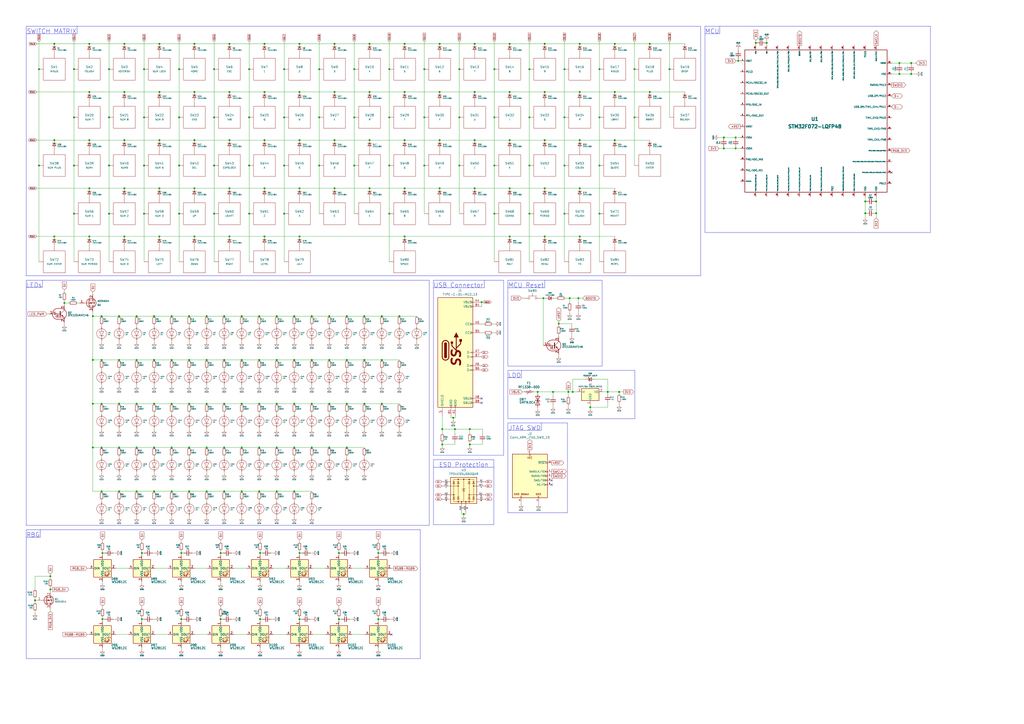
<source format=kicad_sch>
(kicad_sch (version 20200618) (host eeschema "(5.99.0-2281-g2f31bf278)")
  (page 1 1)
  (paper "A2")
  (junction (at 20.32 348.234))
  (junction (at 22.606 40.132))
  (junction (at 22.606 96.012))
  (junction (at 29.21 334.264))
  (junction (at 29.21 341.884))
  (junction (at 31.496 25.4))
  (junction (at 31.496 81.28))
  (junction (at 31.496 137.16))
  (junction (at 37.338 175.768))
  (junction (at 42.926 40.132))
  (junction (at 42.926 68.072))
  (junction (at 42.926 96.012))
  (junction (at 42.926 123.952))
  (junction (at 51.816 25.4))
  (junction (at 51.816 53.34))
  (junction (at 51.816 81.28))
  (junction (at 51.816 109.22))
  (junction (at 51.816 137.16))
  (junction (at 53.848 183.388))
  (junction (at 53.848 208.788))
  (junction (at 53.848 234.188))
  (junction (at 53.848 259.588))
  (junction (at 58.928 183.388))
  (junction (at 58.928 208.788))
  (junction (at 58.928 234.188))
  (junction (at 58.928 259.588))
  (junction (at 58.928 284.988))
  (junction (at 59.436 320.802))
  (junction (at 59.436 359.156))
  (junction (at 63.246 40.132))
  (junction (at 63.246 68.072))
  (junction (at 63.246 96.012))
  (junction (at 63.246 123.952))
  (junction (at 69.088 183.388))
  (junction (at 69.088 208.788))
  (junction (at 69.088 234.188))
  (junction (at 69.088 259.588))
  (junction (at 69.088 284.988))
  (junction (at 72.136 25.4))
  (junction (at 72.136 53.34))
  (junction (at 72.136 81.28))
  (junction (at 72.136 109.22))
  (junction (at 72.136 137.16))
  (junction (at 79.248 183.388))
  (junction (at 79.248 208.788))
  (junction (at 79.248 234.188))
  (junction (at 79.248 259.588))
  (junction (at 79.248 284.988))
  (junction (at 82.296 320.802))
  (junction (at 82.296 359.156))
  (junction (at 83.566 40.132))
  (junction (at 83.566 68.072))
  (junction (at 83.566 96.012))
  (junction (at 83.566 123.952))
  (junction (at 89.408 183.388))
  (junction (at 89.408 208.788))
  (junction (at 89.408 234.188))
  (junction (at 89.408 259.588))
  (junction (at 89.408 284.988))
  (junction (at 92.456 25.4))
  (junction (at 92.456 53.34))
  (junction (at 92.456 81.28))
  (junction (at 92.456 109.22))
  (junction (at 92.456 137.16))
  (junction (at 99.568 183.388))
  (junction (at 99.568 208.788))
  (junction (at 99.568 234.188))
  (junction (at 99.568 259.588))
  (junction (at 99.568 284.988))
  (junction (at 103.886 40.132))
  (junction (at 103.886 68.072))
  (junction (at 103.886 96.012))
  (junction (at 103.886 123.952))
  (junction (at 105.156 320.802))
  (junction (at 105.156 359.156))
  (junction (at 109.728 183.388))
  (junction (at 109.728 208.788))
  (junction (at 109.728 234.188))
  (junction (at 109.728 259.588))
  (junction (at 109.728 284.988))
  (junction (at 112.776 25.4))
  (junction (at 112.776 53.34))
  (junction (at 112.776 81.28))
  (junction (at 112.776 109.22))
  (junction (at 112.776 137.16))
  (junction (at 119.888 183.388))
  (junction (at 119.888 208.788))
  (junction (at 119.888 234.188))
  (junction (at 119.888 259.588))
  (junction (at 119.888 284.988))
  (junction (at 124.206 40.132))
  (junction (at 124.206 68.072))
  (junction (at 124.206 96.012))
  (junction (at 124.206 123.952))
  (junction (at 128.016 320.802))
  (junction (at 128.016 359.156))
  (junction (at 130.048 183.388))
  (junction (at 130.048 208.788))
  (junction (at 130.048 234.188))
  (junction (at 130.048 259.588))
  (junction (at 130.048 284.988))
  (junction (at 133.096 25.4))
  (junction (at 133.096 53.34))
  (junction (at 133.096 81.28))
  (junction (at 133.096 109.22))
  (junction (at 133.096 137.16))
  (junction (at 140.208 183.388))
  (junction (at 140.208 208.788))
  (junction (at 140.208 234.188))
  (junction (at 140.208 259.588))
  (junction (at 140.208 284.988))
  (junction (at 144.526 40.132))
  (junction (at 144.526 68.072))
  (junction (at 144.526 96.012))
  (junction (at 144.526 123.952))
  (junction (at 150.368 183.388))
  (junction (at 150.368 208.788))
  (junction (at 150.368 234.188))
  (junction (at 150.368 259.588))
  (junction (at 150.368 284.988))
  (junction (at 150.876 320.802))
  (junction (at 150.876 359.156))
  (junction (at 153.416 25.4))
  (junction (at 153.416 53.34))
  (junction (at 153.416 81.28))
  (junction (at 153.416 109.22))
  (junction (at 153.416 137.16))
  (junction (at 160.528 183.388))
  (junction (at 160.528 208.788))
  (junction (at 160.528 234.188))
  (junction (at 160.528 259.588))
  (junction (at 160.528 284.988))
  (junction (at 164.846 40.132))
  (junction (at 164.846 68.072))
  (junction (at 164.846 96.012))
  (junction (at 164.846 123.952))
  (junction (at 170.688 183.388))
  (junction (at 170.688 208.788))
  (junction (at 170.688 234.188))
  (junction (at 170.688 259.588))
  (junction (at 170.688 284.988))
  (junction (at 173.736 25.4))
  (junction (at 173.736 53.34))
  (junction (at 173.736 81.28))
  (junction (at 173.736 109.22))
  (junction (at 173.736 137.16))
  (junction (at 173.736 320.802))
  (junction (at 173.736 359.156))
  (junction (at 180.848 183.388))
  (junction (at 180.848 208.788))
  (junction (at 180.848 234.188))
  (junction (at 180.848 259.588))
  (junction (at 185.166 40.132))
  (junction (at 185.166 68.072))
  (junction (at 185.166 96.012))
  (junction (at 191.008 183.388))
  (junction (at 191.008 208.788))
  (junction (at 191.008 234.188))
  (junction (at 191.008 259.588))
  (junction (at 194.056 25.4))
  (junction (at 194.056 53.34))
  (junction (at 194.056 81.28))
  (junction (at 194.056 109.22))
  (junction (at 196.596 320.802))
  (junction (at 196.596 359.156))
  (junction (at 201.168 183.388))
  (junction (at 201.168 208.788))
  (junction (at 201.168 234.188))
  (junction (at 201.168 259.588))
  (junction (at 205.486 40.132))
  (junction (at 205.486 68.072))
  (junction (at 205.486 96.012))
  (junction (at 211.328 183.388))
  (junction (at 211.328 208.788))
  (junction (at 211.328 234.188))
  (junction (at 214.376 25.4))
  (junction (at 214.376 53.34))
  (junction (at 214.376 81.28))
  (junction (at 214.376 109.22))
  (junction (at 219.456 320.802))
  (junction (at 219.456 359.156))
  (junction (at 221.488 183.388))
  (junction (at 221.488 208.788))
  (junction (at 221.488 234.188))
  (junction (at 225.806 40.132))
  (junction (at 225.806 68.072))
  (junction (at 225.806 96.012))
  (junction (at 225.806 123.952))
  (junction (at 231.648 183.388))
  (junction (at 234.696 25.4))
  (junction (at 234.696 53.34))
  (junction (at 234.696 81.28))
  (junction (at 234.696 109.22))
  (junction (at 234.696 137.16))
  (junction (at 246.126 40.132))
  (junction (at 246.126 68.072))
  (junction (at 246.126 96.012))
  (junction (at 255.016 25.4))
  (junction (at 255.016 53.34))
  (junction (at 255.016 81.28))
  (junction (at 255.016 109.22))
  (junction (at 256.54 248.92))
  (junction (at 256.54 257.81))
  (junction (at 262.89 242.316))
  (junction (at 263.906 248.92))
  (junction (at 266.446 40.132))
  (junction (at 266.446 68.072))
  (junction (at 266.446 96.012))
  (junction (at 268.986 298.196))
  (junction (at 272.542 248.92))
  (junction (at 272.542 257.81))
  (junction (at 275.336 25.4))
  (junction (at 275.336 53.34))
  (junction (at 275.336 81.28))
  (junction (at 275.336 109.22))
  (junction (at 279.4 175.26))
  (junction (at 286.766 40.132))
  (junction (at 286.766 68.072))
  (junction (at 286.766 96.012))
  (junction (at 286.766 123.952))
  (junction (at 295.656 25.4))
  (junction (at 295.656 53.34))
  (junction (at 295.656 81.28))
  (junction (at 295.656 109.22))
  (junction (at 295.656 137.16))
  (junction (at 307.086 40.132))
  (junction (at 307.086 68.072))
  (junction (at 307.086 96.012))
  (junction (at 307.086 123.952))
  (junction (at 311.912 227.33))
  (junction (at 315.214 172.974))
  (junction (at 315.976 25.4))
  (junction (at 315.976 53.34))
  (junction (at 315.976 81.28))
  (junction (at 315.976 109.22))
  (junction (at 315.976 137.16))
  (junction (at 320.802 227.33))
  (junction (at 324.104 187.706))
  (junction (at 327.406 40.132))
  (junction (at 327.406 68.072))
  (junction (at 327.406 96.012))
  (junction (at 327.406 123.952))
  (junction (at 329.692 227.33))
  (junction (at 330.454 172.974))
  (junction (at 332.232 227.33))
  (junction (at 335.534 172.974))
  (junction (at 336.296 25.4))
  (junction (at 336.296 53.34))
  (junction (at 336.296 81.28))
  (junction (at 336.296 109.22))
  (junction (at 336.296 137.16))
  (junction (at 342.392 236.22))
  (junction (at 347.726 40.132))
  (junction (at 347.726 68.072))
  (junction (at 347.726 96.012))
  (junction (at 347.726 123.952))
  (junction (at 352.552 227.33))
  (junction (at 356.616 25.4))
  (junction (at 356.616 53.34))
  (junction (at 356.616 81.28))
  (junction (at 359.156 227.33))
  (junction (at 368.046 40.132))
  (junction (at 368.046 68.072))
  (junction (at 376.936 25.4))
  (junction (at 376.936 53.34))
  (junction (at 388.366 40.132))
  (junction (at 419.862 79.756))
  (junction (at 419.862 86.106))
  (junction (at 426.72 79.756))
  (junction (at 426.72 86.106))
  (junction (at 428.244 35.306))
  (junction (at 438.404 24.892))
  (junction (at 444.754 24.892))
  (junction (at 501.904 116.84))
  (junction (at 501.904 123.698))
  (junction (at 508.254 116.84))
  (junction (at 508.254 123.698))
  (junction (at 521.716 36.576))
  (junction (at 521.716 42.926))
  (junction (at 528.574 36.576))
  (junction (at 528.574 42.926))
  (no_connect (at 279.4 233.68))
  (no_connect (at 517.144 100.076))
  (no_connect (at 227.076 368.046))
  (no_connect (at 320.04 278.638))
  (no_connect (at 320.04 281.178))
  (no_connect (at 279.4 231.14))
  (wire (pts (xy 20.32 334.264) (xy 29.21 334.264)))
  (wire (pts (xy 20.32 341.884) (xy 20.32 334.264)))
  (wire (pts (xy 20.32 346.964) (xy 20.32 348.234)))
  (wire (pts (xy 20.32 348.234) (xy 20.32 349.504)))
  (wire (pts (xy 20.32 348.234) (xy 21.59 348.234)))
  (wire (pts (xy 20.32 354.584) (xy 20.32 355.854)))
  (wire (pts (xy 21.336 25.4) (xy 31.496 25.4)))
  (wire (pts (xy 21.336 53.34) (xy 51.816 53.34)))
  (wire (pts (xy 21.336 81.28) (xy 31.496 81.28)))
  (wire (pts (xy 21.336 109.22) (xy 51.816 109.22)))
  (wire (pts (xy 21.336 137.16) (xy 31.496 137.16)))
  (wire (pts (xy 22.606 24.13) (xy 22.606 40.132)))
  (wire (pts (xy 22.606 40.132) (xy 22.606 96.012)))
  (wire (pts (xy 22.606 96.012) (xy 22.606 151.892)))
  (wire (pts (xy 27.178 182.118) (xy 28.448 182.118)))
  (wire (pts (xy 29.21 332.994) (xy 29.21 334.264)))
  (wire (pts (xy 29.21 334.264) (xy 29.21 335.534)))
  (wire (pts (xy 29.21 340.614) (xy 29.21 341.884)))
  (wire (pts (xy 29.21 341.884) (xy 29.21 343.154)))
  (wire (pts (xy 29.21 341.884) (xy 30.48 341.884)))
  (wire (pts (xy 29.21 353.314) (xy 29.21 354.584)))
  (wire (pts (xy 31.496 25.4) (xy 51.816 25.4)))
  (wire (pts (xy 31.496 30.48) (xy 31.496 31.242)))
  (wire (pts (xy 31.496 81.28) (xy 51.816 81.28)))
  (wire (pts (xy 31.496 86.36) (xy 31.496 87.122)))
  (wire (pts (xy 31.496 137.16) (xy 51.816 137.16)))
  (wire (pts (xy 31.496 142.24) (xy 31.496 143.002)))
  (wire (pts (xy 37.338 168.148) (xy 37.338 169.418)))
  (wire (pts (xy 37.338 174.498) (xy 37.338 175.768)))
  (wire (pts (xy 37.338 175.768) (xy 37.338 177.038)))
  (wire (pts (xy 37.338 175.768) (xy 39.878 175.768)))
  (wire (pts (xy 37.338 187.198) (xy 37.338 188.468)))
  (wire (pts (xy 42.926 24.13) (xy 42.926 40.132)))
  (wire (pts (xy 42.926 40.132) (xy 42.926 68.072)))
  (wire (pts (xy 42.926 68.072) (xy 42.926 96.012)))
  (wire (pts (xy 42.926 96.012) (xy 42.926 123.952)))
  (wire (pts (xy 42.926 123.952) (xy 42.926 151.892)))
  (wire (pts (xy 44.958 175.768) (xy 46.228 175.768)))
  (wire (pts (xy 50.546 329.692) (xy 51.816 329.692)))
  (wire (pts (xy 50.546 368.046) (xy 51.816 368.046)))
  (wire (pts (xy 51.816 25.4) (xy 72.136 25.4)))
  (wire (pts (xy 51.816 30.48) (xy 51.816 31.242)))
  (wire (pts (xy 51.816 58.42) (xy 51.816 59.182)))
  (wire (pts (xy 51.816 81.28) (xy 72.136 81.28)))
  (wire (pts (xy 51.816 86.36) (xy 51.816 87.122)))
  (wire (pts (xy 51.816 109.22) (xy 72.136 109.22)))
  (wire (pts (xy 51.816 114.3) (xy 51.816 115.062)))
  (wire (pts (xy 51.816 137.16) (xy 72.136 137.16)))
  (wire (pts (xy 51.816 142.24) (xy 51.816 143.002)))
  (wire (pts (xy 53.848 169.418) (xy 53.848 170.688)))
  (wire (pts (xy 53.848 180.848) (xy 53.848 183.388)))
  (wire (pts (xy 53.848 183.388) (xy 58.928 183.388)))
  (wire (pts (xy 53.848 208.788) (xy 53.848 183.388)))
  (wire (pts (xy 53.848 208.788) (xy 58.928 208.788)))
  (wire (pts (xy 53.848 234.188) (xy 53.848 208.788)))
  (wire (pts (xy 53.848 234.188) (xy 58.928 234.188)))
  (wire (pts (xy 53.848 259.588) (xy 53.848 234.188)))
  (wire (pts (xy 53.848 259.588) (xy 58.928 259.588)))
  (wire (pts (xy 53.848 284.988) (xy 53.848 259.588)))
  (wire (pts (xy 58.928 183.388) (xy 69.088 183.388)))
  (wire (pts (xy 58.928 188.468) (xy 58.928 189.738)))
  (wire (pts (xy 58.928 197.358) (xy 58.928 198.628)))
  (wire (pts (xy 58.928 208.788) (xy 69.088 208.788)))
  (wire (pts (xy 58.928 213.868) (xy 58.928 215.138)))
  (wire (pts (xy 58.928 222.758) (xy 58.928 224.028)))
  (wire (pts (xy 58.928 234.188) (xy 69.088 234.188)))
  (wire (pts (xy 58.928 239.268) (xy 58.928 240.538)))
  (wire (pts (xy 58.928 248.158) (xy 58.928 249.428)))
  (wire (pts (xy 58.928 259.588) (xy 69.088 259.588)))
  (wire (pts (xy 58.928 264.668) (xy 58.928 265.938)))
  (wire (pts (xy 58.928 273.558) (xy 58.928 274.828)))
  (wire (pts (xy 58.928 284.988) (xy 53.848 284.988)))
  (wire (pts (xy 58.928 284.988) (xy 69.088 284.988)))
  (wire (pts (xy 58.928 290.068) (xy 58.928 291.338)))
  (wire (pts (xy 58.928 298.958) (xy 58.928 300.228)))
  (wire (pts (xy 59.436 313.182) (xy 59.436 314.452)))
  (wire (pts (xy 59.436 319.532) (xy 59.436 320.802)))
  (wire (pts (xy 59.436 320.802) (xy 59.436 322.072)))
  (wire (pts (xy 59.436 320.802) (xy 60.706 320.802)))
  (wire (pts (xy 59.436 337.312) (xy 59.436 338.582)))
  (wire (pts (xy 59.436 351.536) (xy 59.436 352.806)))
  (wire (pts (xy 59.436 357.886) (xy 59.436 359.156)))
  (wire (pts (xy 59.436 359.156) (xy 59.436 360.426)))
  (wire (pts (xy 59.436 359.156) (xy 60.706 359.156)))
  (wire (pts (xy 59.436 375.666) (xy 59.436 376.936)))
  (wire (pts (xy 63.246 24.13) (xy 63.246 40.132)))
  (wire (pts (xy 63.246 40.132) (xy 63.246 68.072)))
  (wire (pts (xy 63.246 68.072) (xy 63.246 96.012)))
  (wire (pts (xy 63.246 96.012) (xy 63.246 123.952)))
  (wire (pts (xy 63.246 123.952) (xy 63.246 151.892)))
  (wire (pts (xy 65.786 320.802) (xy 67.056 320.802)))
  (wire (pts (xy 65.786 359.156) (xy 67.056 359.156)))
  (wire (pts (xy 67.056 329.692) (xy 74.676 329.692)))
  (wire (pts (xy 67.056 368.046) (xy 74.676 368.046)))
  (wire (pts (xy 69.088 183.388) (xy 79.248 183.388)))
  (wire (pts (xy 69.088 188.468) (xy 69.088 189.738)))
  (wire (pts (xy 69.088 197.358) (xy 69.088 198.628)))
  (wire (pts (xy 69.088 208.788) (xy 79.248 208.788)))
  (wire (pts (xy 69.088 213.868) (xy 69.088 215.138)))
  (wire (pts (xy 69.088 222.758) (xy 69.088 224.028)))
  (wire (pts (xy 69.088 234.188) (xy 79.248 234.188)))
  (wire (pts (xy 69.088 239.268) (xy 69.088 240.538)))
  (wire (pts (xy 69.088 248.158) (xy 69.088 249.428)))
  (wire (pts (xy 69.088 259.588) (xy 79.248 259.588)))
  (wire (pts (xy 69.088 264.668) (xy 69.088 265.938)))
  (wire (pts (xy 69.088 273.558) (xy 69.088 274.828)))
  (wire (pts (xy 69.088 284.988) (xy 79.248 284.988)))
  (wire (pts (xy 69.088 290.068) (xy 69.088 291.338)))
  (wire (pts (xy 69.088 298.958) (xy 69.088 300.228)))
  (wire (pts (xy 72.136 25.4) (xy 92.456 25.4)))
  (wire (pts (xy 72.136 30.48) (xy 72.136 31.242)))
  (wire (pts (xy 72.136 53.34) (xy 51.816 53.34)))
  (wire (pts (xy 72.136 58.42) (xy 72.136 59.182)))
  (wire (pts (xy 72.136 81.28) (xy 92.456 81.28)))
  (wire (pts (xy 72.136 86.36) (xy 72.136 87.122)))
  (wire (pts (xy 72.136 109.22) (xy 92.456 109.22)))
  (wire (pts (xy 72.136 114.3) (xy 72.136 115.062)))
  (wire (pts (xy 72.136 137.16) (xy 92.456 137.16)))
  (wire (pts (xy 72.136 142.24) (xy 72.136 143.002)))
  (wire (pts (xy 79.248 183.388) (xy 89.408 183.388)))
  (wire (pts (xy 79.248 188.468) (xy 79.248 189.738)))
  (wire (pts (xy 79.248 197.358) (xy 79.248 198.628)))
  (wire (pts (xy 79.248 208.788) (xy 89.408 208.788)))
  (wire (pts (xy 79.248 213.868) (xy 79.248 215.138)))
  (wire (pts (xy 79.248 222.758) (xy 79.248 224.028)))
  (wire (pts (xy 79.248 234.188) (xy 89.408 234.188)))
  (wire (pts (xy 79.248 239.268) (xy 79.248 240.538)))
  (wire (pts (xy 79.248 248.158) (xy 79.248 249.428)))
  (wire (pts (xy 79.248 259.588) (xy 89.408 259.588)))
  (wire (pts (xy 79.248 264.668) (xy 79.248 265.938)))
  (wire (pts (xy 79.248 273.558) (xy 79.248 274.828)))
  (wire (pts (xy 79.248 284.988) (xy 89.408 284.988)))
  (wire (pts (xy 79.248 290.068) (xy 79.248 291.338)))
  (wire (pts (xy 79.248 298.958) (xy 79.248 300.228)))
  (wire (pts (xy 82.296 313.182) (xy 82.296 314.452)))
  (wire (pts (xy 82.296 319.532) (xy 82.296 320.802)))
  (wire (pts (xy 82.296 320.802) (xy 82.296 322.072)))
  (wire (pts (xy 82.296 320.802) (xy 83.566 320.802)))
  (wire (pts (xy 82.296 337.312) (xy 82.296 338.582)))
  (wire (pts (xy 82.296 351.536) (xy 82.296 352.806)))
  (wire (pts (xy 82.296 357.886) (xy 82.296 359.156)))
  (wire (pts (xy 82.296 359.156) (xy 82.296 360.426)))
  (wire (pts (xy 82.296 359.156) (xy 83.566 359.156)))
  (wire (pts (xy 82.296 375.666) (xy 82.296 376.936)))
  (wire (pts (xy 83.566 24.13) (xy 83.566 40.132)))
  (wire (pts (xy 83.566 40.132) (xy 83.566 68.072)))
  (wire (pts (xy 83.566 68.072) (xy 83.566 96.012)))
  (wire (pts (xy 83.566 96.012) (xy 83.566 123.952)))
  (wire (pts (xy 83.566 123.952) (xy 83.566 151.892)))
  (wire (pts (xy 88.646 320.802) (xy 89.916 320.802)))
  (wire (pts (xy 88.646 359.156) (xy 89.916 359.156)))
  (wire (pts (xy 89.408 183.388) (xy 99.568 183.388)))
  (wire (pts (xy 89.408 188.468) (xy 89.408 189.738)))
  (wire (pts (xy 89.408 197.358) (xy 89.408 198.628)))
  (wire (pts (xy 89.408 208.788) (xy 99.568 208.788)))
  (wire (pts (xy 89.408 213.868) (xy 89.408 215.138)))
  (wire (pts (xy 89.408 222.758) (xy 89.408 224.028)))
  (wire (pts (xy 89.408 234.188) (xy 99.568 234.188)))
  (wire (pts (xy 89.408 239.268) (xy 89.408 240.538)))
  (wire (pts (xy 89.408 248.158) (xy 89.408 249.428)))
  (wire (pts (xy 89.408 259.588) (xy 99.568 259.588)))
  (wire (pts (xy 89.408 264.668) (xy 89.408 265.938)))
  (wire (pts (xy 89.408 273.558) (xy 89.408 274.828)))
  (wire (pts (xy 89.408 284.988) (xy 99.568 284.988)))
  (wire (pts (xy 89.408 290.068) (xy 89.408 291.338)))
  (wire (pts (xy 89.408 298.958) (xy 89.408 300.228)))
  (wire (pts (xy 89.916 329.692) (xy 97.536 329.692)))
  (wire (pts (xy 89.916 368.046) (xy 97.536 368.046)))
  (wire (pts (xy 92.456 25.4) (xy 112.776 25.4)))
  (wire (pts (xy 92.456 30.48) (xy 92.456 31.242)))
  (wire (pts (xy 92.456 53.34) (xy 72.136 53.34)))
  (wire (pts (xy 92.456 58.42) (xy 92.456 59.182)))
  (wire (pts (xy 92.456 81.28) (xy 112.776 81.28)))
  (wire (pts (xy 92.456 86.36) (xy 92.456 87.122)))
  (wire (pts (xy 92.456 109.22) (xy 112.776 109.22)))
  (wire (pts (xy 92.456 114.3) (xy 92.456 115.062)))
  (wire (pts (xy 92.456 137.16) (xy 112.776 137.16)))
  (wire (pts (xy 92.456 142.24) (xy 92.456 143.002)))
  (wire (pts (xy 99.568 183.388) (xy 109.728 183.388)))
  (wire (pts (xy 99.568 188.468) (xy 99.568 189.738)))
  (wire (pts (xy 99.568 197.358) (xy 99.568 198.628)))
  (wire (pts (xy 99.568 208.788) (xy 109.728 208.788)))
  (wire (pts (xy 99.568 213.868) (xy 99.568 215.138)))
  (wire (pts (xy 99.568 222.758) (xy 99.568 224.028)))
  (wire (pts (xy 99.568 234.188) (xy 109.728 234.188)))
  (wire (pts (xy 99.568 239.268) (xy 99.568 240.538)))
  (wire (pts (xy 99.568 248.158) (xy 99.568 249.428)))
  (wire (pts (xy 99.568 259.588) (xy 109.728 259.588)))
  (wire (pts (xy 99.568 264.668) (xy 99.568 265.938)))
  (wire (pts (xy 99.568 273.558) (xy 99.568 274.828)))
  (wire (pts (xy 99.568 284.988) (xy 109.728 284.988)))
  (wire (pts (xy 99.568 290.068) (xy 99.568 291.338)))
  (wire (pts (xy 99.568 298.958) (xy 99.568 300.228)))
  (wire (pts (xy 103.886 24.13) (xy 103.886 40.132)))
  (wire (pts (xy 103.886 40.132) (xy 103.886 68.072)))
  (wire (pts (xy 103.886 68.072) (xy 103.886 96.012)))
  (wire (pts (xy 103.886 96.012) (xy 103.886 123.952)))
  (wire (pts (xy 103.886 123.952) (xy 103.886 151.892)))
  (wire (pts (xy 105.156 313.182) (xy 105.156 314.452)))
  (wire (pts (xy 105.156 319.532) (xy 105.156 320.802)))
  (wire (pts (xy 105.156 320.802) (xy 105.156 322.072)))
  (wire (pts (xy 105.156 320.802) (xy 106.426 320.802)))
  (wire (pts (xy 105.156 337.312) (xy 105.156 338.582)))
  (wire (pts (xy 105.156 351.536) (xy 105.156 352.806)))
  (wire (pts (xy 105.156 357.886) (xy 105.156 359.156)))
  (wire (pts (xy 105.156 359.156) (xy 105.156 360.426)))
  (wire (pts (xy 105.156 359.156) (xy 106.426 359.156)))
  (wire (pts (xy 105.156 375.666) (xy 105.156 376.936)))
  (wire (pts (xy 109.728 183.388) (xy 119.888 183.388)))
  (wire (pts (xy 109.728 188.468) (xy 109.728 189.738)))
  (wire (pts (xy 109.728 197.358) (xy 109.728 198.628)))
  (wire (pts (xy 109.728 208.788) (xy 119.888 208.788)))
  (wire (pts (xy 109.728 213.868) (xy 109.728 215.138)))
  (wire (pts (xy 109.728 222.758) (xy 109.728 224.028)))
  (wire (pts (xy 109.728 234.188) (xy 119.888 234.188)))
  (wire (pts (xy 109.728 239.268) (xy 109.728 240.538)))
  (wire (pts (xy 109.728 248.158) (xy 109.728 249.428)))
  (wire (pts (xy 109.728 259.588) (xy 119.888 259.588)))
  (wire (pts (xy 109.728 264.668) (xy 109.728 265.938)))
  (wire (pts (xy 109.728 273.558) (xy 109.728 274.828)))
  (wire (pts (xy 109.728 284.988) (xy 119.888 284.988)))
  (wire (pts (xy 109.728 290.068) (xy 109.728 291.338)))
  (wire (pts (xy 109.728 298.958) (xy 109.728 300.228)))
  (wire (pts (xy 111.506 320.802) (xy 112.776 320.802)))
  (wire (pts (xy 111.506 359.156) (xy 112.776 359.156)))
  (wire (pts (xy 112.776 25.4) (xy 133.096 25.4)))
  (wire (pts (xy 112.776 30.48) (xy 112.776 31.242)))
  (wire (pts (xy 112.776 53.34) (xy 92.456 53.34)))
  (wire (pts (xy 112.776 58.42) (xy 112.776 59.182)))
  (wire (pts (xy 112.776 81.28) (xy 133.096 81.28)))
  (wire (pts (xy 112.776 86.36) (xy 112.776 87.122)))
  (wire (pts (xy 112.776 109.22) (xy 133.096 109.22)))
  (wire (pts (xy 112.776 114.3) (xy 112.776 115.062)))
  (wire (pts (xy 112.776 137.16) (xy 133.096 137.16)))
  (wire (pts (xy 112.776 142.24) (xy 112.776 143.002)))
  (wire (pts (xy 112.776 329.692) (xy 120.396 329.692)))
  (wire (pts (xy 112.776 368.046) (xy 120.396 368.046)))
  (wire (pts (xy 119.888 183.388) (xy 130.048 183.388)))
  (wire (pts (xy 119.888 188.468) (xy 119.888 189.738)))
  (wire (pts (xy 119.888 197.358) (xy 119.888 198.628)))
  (wire (pts (xy 119.888 208.788) (xy 130.048 208.788)))
  (wire (pts (xy 119.888 213.868) (xy 119.888 215.138)))
  (wire (pts (xy 119.888 222.758) (xy 119.888 224.028)))
  (wire (pts (xy 119.888 234.188) (xy 130.048 234.188)))
  (wire (pts (xy 119.888 239.268) (xy 119.888 240.538)))
  (wire (pts (xy 119.888 248.158) (xy 119.888 249.428)))
  (wire (pts (xy 119.888 259.588) (xy 130.048 259.588)))
  (wire (pts (xy 119.888 264.668) (xy 119.888 265.938)))
  (wire (pts (xy 119.888 273.558) (xy 119.888 274.828)))
  (wire (pts (xy 119.888 284.988) (xy 130.048 284.988)))
  (wire (pts (xy 119.888 290.068) (xy 119.888 291.338)))
  (wire (pts (xy 119.888 298.958) (xy 119.888 300.228)))
  (wire (pts (xy 124.206 24.13) (xy 124.206 40.132)))
  (wire (pts (xy 124.206 40.132) (xy 124.206 68.072)))
  (wire (pts (xy 124.206 68.072) (xy 124.206 96.012)))
  (wire (pts (xy 124.206 96.012) (xy 124.206 123.952)))
  (wire (pts (xy 124.206 123.952) (xy 124.206 151.892)))
  (wire (pts (xy 128.016 313.182) (xy 128.016 314.452)))
  (wire (pts (xy 128.016 319.532) (xy 128.016 320.802)))
  (wire (pts (xy 128.016 320.802) (xy 128.016 322.072)))
  (wire (pts (xy 128.016 320.802) (xy 129.286 320.802)))
  (wire (pts (xy 128.016 337.312) (xy 128.016 338.582)))
  (wire (pts (xy 128.016 351.536) (xy 128.016 352.806)))
  (wire (pts (xy 128.016 357.886) (xy 128.016 359.156)))
  (wire (pts (xy 128.016 359.156) (xy 128.016 360.426)))
  (wire (pts (xy 128.016 359.156) (xy 129.286 359.156)))
  (wire (pts (xy 128.016 375.666) (xy 128.016 376.936)))
  (wire (pts (xy 130.048 183.388) (xy 140.208 183.388)))
  (wire (pts (xy 130.048 188.468) (xy 130.048 189.738)))
  (wire (pts (xy 130.048 197.358) (xy 130.048 198.628)))
  (wire (pts (xy 130.048 208.788) (xy 140.208 208.788)))
  (wire (pts (xy 130.048 213.868) (xy 130.048 215.138)))
  (wire (pts (xy 130.048 222.758) (xy 130.048 224.028)))
  (wire (pts (xy 130.048 234.188) (xy 140.208 234.188)))
  (wire (pts (xy 130.048 239.268) (xy 130.048 240.538)))
  (wire (pts (xy 130.048 248.158) (xy 130.048 249.428)))
  (wire (pts (xy 130.048 259.588) (xy 140.208 259.588)))
  (wire (pts (xy 130.048 264.668) (xy 130.048 265.938)))
  (wire (pts (xy 130.048 273.558) (xy 130.048 274.828)))
  (wire (pts (xy 130.048 284.988) (xy 140.208 284.988)))
  (wire (pts (xy 130.048 290.068) (xy 130.048 291.338)))
  (wire (pts (xy 130.048 298.958) (xy 130.048 300.228)))
  (wire (pts (xy 133.096 25.4) (xy 153.416 25.4)))
  (wire (pts (xy 133.096 30.48) (xy 133.096 31.242)))
  (wire (pts (xy 133.096 53.34) (xy 112.776 53.34)))
  (wire (pts (xy 133.096 58.42) (xy 133.096 59.182)))
  (wire (pts (xy 133.096 81.28) (xy 153.416 81.28)))
  (wire (pts (xy 133.096 86.36) (xy 133.096 87.122)))
  (wire (pts (xy 133.096 109.22) (xy 153.416 109.22)))
  (wire (pts (xy 133.096 114.3) (xy 133.096 115.062)))
  (wire (pts (xy 133.096 137.16) (xy 153.416 137.16)))
  (wire (pts (xy 133.096 142.24) (xy 133.096 143.002)))
  (wire (pts (xy 134.366 320.802) (xy 135.636 320.802)))
  (wire (pts (xy 134.366 359.156) (xy 135.636 359.156)))
  (wire (pts (xy 135.636 329.692) (xy 143.256 329.692)))
  (wire (pts (xy 135.636 368.046) (xy 143.256 368.046)))
  (wire (pts (xy 140.208 183.388) (xy 150.368 183.388)))
  (wire (pts (xy 140.208 188.468) (xy 140.208 189.738)))
  (wire (pts (xy 140.208 197.358) (xy 140.208 198.628)))
  (wire (pts (xy 140.208 208.788) (xy 150.368 208.788)))
  (wire (pts (xy 140.208 213.868) (xy 140.208 215.138)))
  (wire (pts (xy 140.208 222.758) (xy 140.208 224.028)))
  (wire (pts (xy 140.208 234.188) (xy 150.368 234.188)))
  (wire (pts (xy 140.208 239.268) (xy 140.208 240.538)))
  (wire (pts (xy 140.208 248.158) (xy 140.208 249.428)))
  (wire (pts (xy 140.208 259.588) (xy 150.368 259.588)))
  (wire (pts (xy 140.208 264.668) (xy 140.208 265.938)))
  (wire (pts (xy 140.208 273.558) (xy 140.208 274.828)))
  (wire (pts (xy 140.208 284.988) (xy 150.368 284.988)))
  (wire (pts (xy 140.208 290.068) (xy 140.208 291.338)))
  (wire (pts (xy 140.208 298.958) (xy 140.208 300.228)))
  (wire (pts (xy 144.526 24.13) (xy 144.526 40.132)))
  (wire (pts (xy 144.526 40.132) (xy 144.526 68.072)))
  (wire (pts (xy 144.526 68.072) (xy 144.526 96.012)))
  (wire (pts (xy 144.526 96.012) (xy 144.526 123.952)))
  (wire (pts (xy 144.526 123.952) (xy 144.526 151.892)))
  (wire (pts (xy 150.368 183.388) (xy 160.528 183.388)))
  (wire (pts (xy 150.368 188.468) (xy 150.368 189.738)))
  (wire (pts (xy 150.368 197.358) (xy 150.368 198.628)))
  (wire (pts (xy 150.368 208.788) (xy 160.528 208.788)))
  (wire (pts (xy 150.368 213.868) (xy 150.368 215.138)))
  (wire (pts (xy 150.368 222.758) (xy 150.368 224.028)))
  (wire (pts (xy 150.368 234.188) (xy 160.528 234.188)))
  (wire (pts (xy 150.368 239.268) (xy 150.368 240.538)))
  (wire (pts (xy 150.368 248.158) (xy 150.368 249.428)))
  (wire (pts (xy 150.368 259.588) (xy 160.528 259.588)))
  (wire (pts (xy 150.368 264.668) (xy 150.368 265.938)))
  (wire (pts (xy 150.368 273.558) (xy 150.368 274.828)))
  (wire (pts (xy 150.368 284.988) (xy 160.528 284.988)))
  (wire (pts (xy 150.368 290.068) (xy 150.368 291.338)))
  (wire (pts (xy 150.368 298.958) (xy 150.368 300.228)))
  (wire (pts (xy 150.876 313.182) (xy 150.876 314.452)))
  (wire (pts (xy 150.876 319.532) (xy 150.876 320.802)))
  (wire (pts (xy 150.876 320.802) (xy 150.876 322.072)))
  (wire (pts (xy 150.876 320.802) (xy 152.146 320.802)))
  (wire (pts (xy 150.876 337.312) (xy 150.876 338.582)))
  (wire (pts (xy 150.876 351.536) (xy 150.876 352.806)))
  (wire (pts (xy 150.876 357.886) (xy 150.876 359.156)))
  (wire (pts (xy 150.876 359.156) (xy 150.876 360.426)))
  (wire (pts (xy 150.876 359.156) (xy 152.146 359.156)))
  (wire (pts (xy 150.876 375.666) (xy 150.876 376.936)))
  (wire (pts (xy 153.416 25.4) (xy 173.736 25.4)))
  (wire (pts (xy 153.416 30.48) (xy 153.416 31.242)))
  (wire (pts (xy 153.416 53.34) (xy 133.096 53.34)))
  (wire (pts (xy 153.416 58.42) (xy 153.416 59.182)))
  (wire (pts (xy 153.416 81.28) (xy 173.736 81.28)))
  (wire (pts (xy 153.416 86.36) (xy 153.416 87.122)))
  (wire (pts (xy 153.416 109.22) (xy 173.736 109.22)))
  (wire (pts (xy 153.416 114.3) (xy 153.416 115.062)))
  (wire (pts (xy 153.416 137.16) (xy 173.736 137.16)))
  (wire (pts (xy 153.416 142.24) (xy 153.416 143.002)))
  (wire (pts (xy 157.226 320.802) (xy 158.496 320.802)))
  (wire (pts (xy 157.226 359.156) (xy 158.496 359.156)))
  (wire (pts (xy 158.496 329.692) (xy 166.116 329.692)))
  (wire (pts (xy 158.496 368.046) (xy 166.116 368.046)))
  (wire (pts (xy 160.528 183.388) (xy 170.688 183.388)))
  (wire (pts (xy 160.528 188.468) (xy 160.528 189.738)))
  (wire (pts (xy 160.528 197.358) (xy 160.528 198.628)))
  (wire (pts (xy 160.528 208.788) (xy 170.688 208.788)))
  (wire (pts (xy 160.528 213.868) (xy 160.528 215.138)))
  (wire (pts (xy 160.528 222.758) (xy 160.528 224.028)))
  (wire (pts (xy 160.528 234.188) (xy 170.688 234.188)))
  (wire (pts (xy 160.528 239.268) (xy 160.528 240.538)))
  (wire (pts (xy 160.528 248.158) (xy 160.528 249.428)))
  (wire (pts (xy 160.528 259.588) (xy 170.688 259.588)))
  (wire (pts (xy 160.528 264.668) (xy 160.528 265.938)))
  (wire (pts (xy 160.528 273.558) (xy 160.528 274.828)))
  (wire (pts (xy 160.528 284.988) (xy 170.688 284.988)))
  (wire (pts (xy 160.528 290.068) (xy 160.528 291.338)))
  (wire (pts (xy 160.528 298.958) (xy 160.528 300.228)))
  (wire (pts (xy 164.846 24.13) (xy 164.846 40.132)))
  (wire (pts (xy 164.846 68.072) (xy 164.846 40.132)))
  (wire (pts (xy 164.846 96.012) (xy 164.846 68.072)))
  (wire (pts (xy 164.846 123.952) (xy 164.846 96.012)))
  (wire (pts (xy 164.846 151.892) (xy 164.846 123.952)))
  (wire (pts (xy 170.688 183.388) (xy 180.848 183.388)))
  (wire (pts (xy 170.688 188.468) (xy 170.688 189.738)))
  (wire (pts (xy 170.688 197.358) (xy 170.688 198.628)))
  (wire (pts (xy 170.688 208.788) (xy 180.848 208.788)))
  (wire (pts (xy 170.688 213.868) (xy 170.688 215.138)))
  (wire (pts (xy 170.688 222.758) (xy 170.688 224.028)))
  (wire (pts (xy 170.688 234.188) (xy 180.848 234.188)))
  (wire (pts (xy 170.688 239.268) (xy 170.688 240.538)))
  (wire (pts (xy 170.688 248.158) (xy 170.688 249.428)))
  (wire (pts (xy 170.688 259.588) (xy 180.848 259.588)))
  (wire (pts (xy 170.688 264.668) (xy 170.688 265.938)))
  (wire (pts (xy 170.688 273.558) (xy 170.688 274.828)))
  (wire (pts (xy 170.688 284.988) (xy 180.848 284.988)))
  (wire (pts (xy 170.688 290.068) (xy 170.688 291.338)))
  (wire (pts (xy 170.688 298.958) (xy 170.688 300.228)))
  (wire (pts (xy 173.736 25.4) (xy 194.056 25.4)))
  (wire (pts (xy 173.736 30.48) (xy 173.736 31.242)))
  (wire (pts (xy 173.736 53.34) (xy 153.416 53.34)))
  (wire (pts (xy 173.736 58.42) (xy 173.736 59.182)))
  (wire (pts (xy 173.736 81.28) (xy 194.056 81.28)))
  (wire (pts (xy 173.736 86.36) (xy 173.736 87.122)))
  (wire (pts (xy 173.736 109.22) (xy 194.056 109.22)))
  (wire (pts (xy 173.736 114.3) (xy 173.736 115.062)))
  (wire (pts (xy 173.736 137.16) (xy 234.696 137.16)))
  (wire (pts (xy 173.736 142.24) (xy 173.736 143.002)))
  (wire (pts (xy 173.736 313.182) (xy 173.736 314.452)))
  (wire (pts (xy 173.736 319.532) (xy 173.736 320.802)))
  (wire (pts (xy 173.736 320.802) (xy 173.736 322.072)))
  (wire (pts (xy 173.736 320.802) (xy 175.006 320.802)))
  (wire (pts (xy 173.736 337.312) (xy 173.736 338.582)))
  (wire (pts (xy 173.736 351.536) (xy 173.736 352.806)))
  (wire (pts (xy 173.736 357.886) (xy 173.736 359.156)))
  (wire (pts (xy 173.736 359.156) (xy 173.736 360.426)))
  (wire (pts (xy 173.736 359.156) (xy 175.006 359.156)))
  (wire (pts (xy 173.736 375.666) (xy 173.736 376.936)))
  (wire (pts (xy 180.086 320.802) (xy 181.356 320.802)))
  (wire (pts (xy 180.086 359.156) (xy 181.356 359.156)))
  (wire (pts (xy 180.848 183.388) (xy 191.008 183.388)))
  (wire (pts (xy 180.848 188.468) (xy 180.848 189.738)))
  (wire (pts (xy 180.848 197.358) (xy 180.848 198.628)))
  (wire (pts (xy 180.848 208.788) (xy 191.008 208.788)))
  (wire (pts (xy 180.848 213.868) (xy 180.848 215.138)))
  (wire (pts (xy 180.848 222.758) (xy 180.848 224.028)))
  (wire (pts (xy 180.848 234.188) (xy 191.008 234.188)))
  (wire (pts (xy 180.848 239.268) (xy 180.848 240.538)))
  (wire (pts (xy 180.848 248.158) (xy 180.848 249.428)))
  (wire (pts (xy 180.848 259.588) (xy 191.008 259.588)))
  (wire (pts (xy 180.848 264.668) (xy 180.848 265.938)))
  (wire (pts (xy 180.848 273.558) (xy 180.848 274.828)))
  (wire (pts (xy 180.848 290.068) (xy 180.848 291.338)))
  (wire (pts (xy 180.848 298.958) (xy 180.848 300.228)))
  (wire (pts (xy 181.356 329.692) (xy 188.976 329.692)))
  (wire (pts (xy 181.356 368.046) (xy 188.976 368.046)))
  (wire (pts (xy 185.166 24.13) (xy 185.166 40.132)))
  (wire (pts (xy 185.166 40.132) (xy 185.166 68.072)))
  (wire (pts (xy 185.166 68.072) (xy 185.166 96.012)))
  (wire (pts (xy 185.166 96.012) (xy 185.166 123.952)))
  (wire (pts (xy 191.008 183.388) (xy 201.168 183.388)))
  (wire (pts (xy 191.008 188.468) (xy 191.008 189.738)))
  (wire (pts (xy 191.008 197.358) (xy 191.008 198.628)))
  (wire (pts (xy 191.008 208.788) (xy 201.168 208.788)))
  (wire (pts (xy 191.008 213.868) (xy 191.008 215.138)))
  (wire (pts (xy 191.008 222.758) (xy 191.008 224.028)))
  (wire (pts (xy 191.008 234.188) (xy 201.168 234.188)))
  (wire (pts (xy 191.008 239.268) (xy 191.008 240.538)))
  (wire (pts (xy 191.008 248.158) (xy 191.008 249.428)))
  (wire (pts (xy 191.008 259.588) (xy 201.168 259.588)))
  (wire (pts (xy 191.008 264.668) (xy 191.008 265.938)))
  (wire (pts (xy 191.008 273.558) (xy 191.008 274.828)))
  (wire (pts (xy 194.056 25.4) (xy 214.376 25.4)))
  (wire (pts (xy 194.056 30.48) (xy 194.056 31.242)))
  (wire (pts (xy 194.056 53.34) (xy 173.736 53.34)))
  (wire (pts (xy 194.056 58.42) (xy 194.056 59.182)))
  (wire (pts (xy 194.056 81.28) (xy 214.376 81.28)))
  (wire (pts (xy 194.056 86.36) (xy 194.056 87.122)))
  (wire (pts (xy 194.056 109.22) (xy 214.376 109.22)))
  (wire (pts (xy 194.056 114.3) (xy 194.056 115.062)))
  (wire (pts (xy 196.596 313.182) (xy 196.596 314.452)))
  (wire (pts (xy 196.596 319.532) (xy 196.596 320.802)))
  (wire (pts (xy 196.596 320.802) (xy 196.596 322.072)))
  (wire (pts (xy 196.596 320.802) (xy 197.866 320.802)))
  (wire (pts (xy 196.596 337.312) (xy 196.596 338.582)))
  (wire (pts (xy 196.596 351.536) (xy 196.596 352.806)))
  (wire (pts (xy 196.596 357.886) (xy 196.596 359.156)))
  (wire (pts (xy 196.596 359.156) (xy 196.596 360.426)))
  (wire (pts (xy 196.596 359.156) (xy 197.866 359.156)))
  (wire (pts (xy 196.596 375.666) (xy 196.596 376.936)))
  (wire (pts (xy 201.168 183.388) (xy 211.328 183.388)))
  (wire (pts (xy 201.168 188.468) (xy 201.168 189.738)))
  (wire (pts (xy 201.168 197.358) (xy 201.168 198.628)))
  (wire (pts (xy 201.168 208.788) (xy 211.328 208.788)))
  (wire (pts (xy 201.168 213.868) (xy 201.168 215.138)))
  (wire (pts (xy 201.168 222.758) (xy 201.168 224.028)))
  (wire (pts (xy 201.168 234.188) (xy 211.328 234.188)))
  (wire (pts (xy 201.168 239.268) (xy 201.168 240.538)))
  (wire (pts (xy 201.168 248.158) (xy 201.168 249.428)))
  (wire (pts (xy 201.168 259.588) (xy 211.328 259.588)))
  (wire (pts (xy 201.168 264.668) (xy 201.168 265.938)))
  (wire (pts (xy 201.168 273.558) (xy 201.168 274.828)))
  (wire (pts (xy 202.946 320.802) (xy 204.216 320.802)))
  (wire (pts (xy 202.946 359.156) (xy 204.216 359.156)))
  (wire (pts (xy 204.216 329.692) (xy 211.836 329.692)))
  (wire (pts (xy 204.216 368.046) (xy 211.836 368.046)))
  (wire (pts (xy 205.486 24.13) (xy 205.486 40.132)))
  (wire (pts (xy 205.486 40.132) (xy 205.486 68.072)))
  (wire (pts (xy 205.486 68.072) (xy 205.486 96.012)))
  (wire (pts (xy 205.486 96.012) (xy 205.486 123.952)))
  (wire (pts (xy 211.328 183.388) (xy 221.488 183.388)))
  (wire (pts (xy 211.328 188.468) (xy 211.328 189.738)))
  (wire (pts (xy 211.328 197.358) (xy 211.328 198.628)))
  (wire (pts (xy 211.328 208.788) (xy 221.488 208.788)))
  (wire (pts (xy 211.328 213.868) (xy 211.328 215.138)))
  (wire (pts (xy 211.328 222.758) (xy 211.328 224.028)))
  (wire (pts (xy 211.328 234.188) (xy 221.488 234.188)))
  (wire (pts (xy 211.328 239.268) (xy 211.328 240.538)))
  (wire (pts (xy 211.328 248.158) (xy 211.328 249.428)))
  (wire (pts (xy 211.328 264.668) (xy 211.328 265.938)))
  (wire (pts (xy 211.328 273.558) (xy 211.328 274.828)))
  (wire (pts (xy 214.376 25.4) (xy 234.696 25.4)))
  (wire (pts (xy 214.376 30.48) (xy 214.376 31.242)))
  (wire (pts (xy 214.376 53.34) (xy 194.056 53.34)))
  (wire (pts (xy 214.376 58.42) (xy 214.376 59.182)))
  (wire (pts (xy 214.376 81.28) (xy 234.696 81.28)))
  (wire (pts (xy 214.376 86.36) (xy 214.376 87.122)))
  (wire (pts (xy 214.376 109.22) (xy 234.696 109.22)))
  (wire (pts (xy 214.376 114.3) (xy 214.376 115.062)))
  (wire (pts (xy 219.456 313.182) (xy 219.456 314.452)))
  (wire (pts (xy 219.456 319.532) (xy 219.456 320.802)))
  (wire (pts (xy 219.456 320.802) (xy 219.456 322.072)))
  (wire (pts (xy 219.456 320.802) (xy 220.726 320.802)))
  (wire (pts (xy 219.456 337.312) (xy 219.456 338.582)))
  (wire (pts (xy 219.456 351.536) (xy 219.456 352.806)))
  (wire (pts (xy 219.456 357.886) (xy 219.456 359.156)))
  (wire (pts (xy 219.456 359.156) (xy 219.456 360.426)))
  (wire (pts (xy 219.456 359.156) (xy 220.726 359.156)))
  (wire (pts (xy 219.456 375.666) (xy 219.456 376.936)))
  (wire (pts (xy 221.488 183.388) (xy 231.648 183.388)))
  (wire (pts (xy 221.488 188.468) (xy 221.488 189.738)))
  (wire (pts (xy 221.488 197.358) (xy 221.488 198.628)))
  (wire (pts (xy 221.488 208.788) (xy 231.648 208.788)))
  (wire (pts (xy 221.488 213.868) (xy 221.488 215.138)))
  (wire (pts (xy 221.488 222.758) (xy 221.488 224.028)))
  (wire (pts (xy 221.488 234.188) (xy 231.648 234.188)))
  (wire (pts (xy 221.488 239.268) (xy 221.488 240.538)))
  (wire (pts (xy 221.488 248.158) (xy 221.488 249.428)))
  (wire (pts (xy 225.806 24.13) (xy 225.806 40.132)))
  (wire (pts (xy 225.806 40.132) (xy 225.806 68.072)))
  (wire (pts (xy 225.806 68.072) (xy 225.806 96.012)))
  (wire (pts (xy 225.806 96.012) (xy 225.806 123.952)))
  (wire (pts (xy 225.806 123.952) (xy 225.806 151.892)))
  (wire (pts (xy 225.806 320.802) (xy 227.076 320.802)))
  (wire (pts (xy 225.806 359.156) (xy 227.076 359.156)))
  (wire (pts (xy 227.076 329.692) (xy 228.346 329.692)))
  (wire (pts (xy 231.648 183.388) (xy 241.808 183.388)))
  (wire (pts (xy 231.648 188.468) (xy 231.648 189.738)))
  (wire (pts (xy 231.648 197.358) (xy 231.648 198.628)))
  (wire (pts (xy 231.648 213.868) (xy 231.648 215.138)))
  (wire (pts (xy 231.648 222.758) (xy 231.648 224.028)))
  (wire (pts (xy 231.648 239.268) (xy 231.648 240.538)))
  (wire (pts (xy 231.648 248.158) (xy 231.648 249.428)))
  (wire (pts (xy 234.696 25.4) (xy 255.016 25.4)))
  (wire (pts (xy 234.696 30.48) (xy 234.696 31.242)))
  (wire (pts (xy 234.696 53.34) (xy 214.376 53.34)))
  (wire (pts (xy 234.696 58.42) (xy 234.696 59.182)))
  (wire (pts (xy 234.696 81.28) (xy 255.016 81.28)))
  (wire (pts (xy 234.696 86.36) (xy 234.696 87.122)))
  (wire (pts (xy 234.696 109.22) (xy 255.016 109.22)))
  (wire (pts (xy 234.696 114.3) (xy 234.696 115.062)))
  (wire (pts (xy 234.696 137.16) (xy 295.656 137.16)))
  (wire (pts (xy 234.696 142.24) (xy 234.696 143.002)))
  (wire (pts (xy 241.808 188.468) (xy 241.808 189.738)))
  (wire (pts (xy 241.808 197.358) (xy 241.808 198.628)))
  (wire (pts (xy 246.126 24.13) (xy 246.126 40.132)))
  (wire (pts (xy 246.126 40.132) (xy 246.126 68.072)))
  (wire (pts (xy 246.126 68.072) (xy 246.126 96.012)))
  (wire (pts (xy 246.126 96.012) (xy 246.126 123.952)))
  (wire (pts (xy 255.016 25.4) (xy 275.336 25.4)))
  (wire (pts (xy 255.016 30.48) (xy 255.016 31.242)))
  (wire (pts (xy 255.016 53.34) (xy 234.696 53.34)))
  (wire (pts (xy 255.016 58.42) (xy 255.016 59.182)))
  (wire (pts (xy 255.016 81.28) (xy 275.336 81.28)))
  (wire (pts (xy 255.016 86.36) (xy 255.016 87.122)))
  (wire (pts (xy 255.016 109.22) (xy 275.336 109.22)))
  (wire (pts (xy 255.016 114.3) (xy 255.016 115.062)))
  (wire (pts (xy 256.54 241.3) (xy 256.54 248.92)))
  (wire (pts (xy 256.54 248.92) (xy 256.54 251.46)))
  (wire (pts (xy 256.54 256.54) (xy 256.54 257.81)))
  (wire (pts (xy 256.54 257.81) (xy 256.54 259.08)))
  (wire (pts (xy 261.62 241.3) (xy 261.62 242.316)))
  (wire (pts (xy 261.62 242.316) (xy 262.89 242.316)))
  (wire (pts (xy 262.89 242.316) (xy 262.89 243.586)))
  (wire (pts (xy 262.89 242.316) (xy 264.16 242.316)))
  (wire (pts (xy 263.906 248.92) (xy 256.54 248.92)))
  (wire (pts (xy 263.906 248.92) (xy 263.906 251.46)))
  (wire (pts (xy 263.906 256.54) (xy 263.906 257.81)))
  (wire (pts (xy 263.906 257.81) (xy 256.54 257.81)))
  (wire (pts (xy 264.16 242.316) (xy 264.16 241.3)))
  (wire (pts (xy 266.446 24.13) (xy 266.446 40.132)))
  (wire (pts (xy 266.446 40.132) (xy 266.446 68.072)))
  (wire (pts (xy 266.446 68.072) (xy 266.446 96.012)))
  (wire (pts (xy 266.446 96.012) (xy 266.446 123.952)))
  (wire (pts (xy 267.716 297.18) (xy 267.716 298.196)))
  (wire (pts (xy 267.716 298.196) (xy 268.986 298.196)))
  (wire (pts (xy 268.986 298.196) (xy 268.986 299.212)))
  (wire (pts (xy 268.986 298.196) (xy 270.256 298.196)))
  (wire (pts (xy 270.256 298.196) (xy 270.256 297.18)))
  (wire (pts (xy 272.542 248.92) (xy 263.906 248.92)))
  (wire (pts (xy 272.542 248.92) (xy 272.542 251.46)))
  (wire (pts (xy 272.542 256.54) (xy 272.542 257.81)))
  (wire (pts (xy 272.542 257.81) (xy 272.542 259.08)))
  (wire (pts (xy 275.336 25.4) (xy 295.656 25.4)))
  (wire (pts (xy 275.336 30.48) (xy 275.336 31.242)))
  (wire (pts (xy 275.336 53.34) (xy 255.016 53.34)))
  (wire (pts (xy 275.336 58.42) (xy 275.336 59.182)))
  (wire (pts (xy 275.336 81.28) (xy 295.656 81.28)))
  (wire (pts (xy 275.336 86.36) (xy 275.336 87.122)))
  (wire (pts (xy 275.336 109.22) (xy 295.656 109.22)))
  (wire (pts (xy 275.336 114.3) (xy 275.336 115.062)))
  (wire (pts (xy 279.4 175.26) (xy 279.4 177.8)))
  (wire (pts (xy 279.4 175.26) (xy 280.67 175.26)))
  (wire (pts (xy 279.4 187.96) (xy 280.67 187.96)))
  (wire (pts (xy 279.4 193.04) (xy 280.67 193.04)))
  (wire (pts (xy 279.908 248.92) (xy 272.542 248.92)))
  (wire (pts (xy 279.908 251.46) (xy 279.908 248.92)))
  (wire (pts (xy 279.908 256.54) (xy 279.908 257.81)))
  (wire (pts (xy 279.908 257.81) (xy 272.542 257.81)))
  (wire (pts (xy 285.75 187.96) (xy 287.02 187.96)))
  (wire (pts (xy 285.75 193.04) (xy 287.02 193.04)))
  (wire (pts (xy 286.766 24.13) (xy 286.766 40.132)))
  (wire (pts (xy 286.766 40.132) (xy 286.766 68.072)))
  (wire (pts (xy 286.766 68.072) (xy 286.766 96.012)))
  (wire (pts (xy 286.766 96.012) (xy 286.766 123.952)))
  (wire (pts (xy 286.766 123.952) (xy 286.766 151.892)))
  (wire (pts (xy 295.656 25.4) (xy 315.976 25.4)))
  (wire (pts (xy 295.656 30.48) (xy 295.656 31.242)))
  (wire (pts (xy 295.656 53.34) (xy 275.336 53.34)))
  (wire (pts (xy 295.656 58.42) (xy 295.656 59.182)))
  (wire (pts (xy 295.656 81.28) (xy 315.976 81.28)))
  (wire (pts (xy 295.656 86.36) (xy 295.656 87.122)))
  (wire (pts (xy 295.656 109.22) (xy 315.976 109.22)))
  (wire (pts (xy 295.656 114.3) (xy 295.656 115.062)))
  (wire (pts (xy 295.656 137.16) (xy 315.976 137.16)))
  (wire (pts (xy 295.656 142.24) (xy 295.656 143.002)))
  (wire (pts (xy 302.26 291.338) (xy 302.26 292.608)))
  (wire (pts (xy 302.514 172.974) (xy 303.784 172.974)))
  (wire (pts (xy 303.022 227.33) (xy 304.292 227.33)))
  (wire (pts (xy 307.086 24.13) (xy 307.086 40.132)))
  (wire (pts (xy 307.086 40.132) (xy 307.086 68.072)))
  (wire (pts (xy 307.086 68.072) (xy 307.086 96.012)))
  (wire (pts (xy 307.086 96.012) (xy 307.086 123.952)))
  (wire (pts (xy 307.086 123.952) (xy 307.086 151.892)))
  (wire (pts (xy 309.372 227.33) (xy 311.912 227.33)))
  (wire (pts (xy 311.912 227.33) (xy 311.912 228.6)))
  (wire (pts (xy 311.912 227.33) (xy 320.802 227.33)))
  (wire (pts (xy 311.912 236.22) (xy 311.912 237.49)))
  (wire (pts (xy 312.42 291.338) (xy 312.42 292.608)))
  (wire (pts (xy 313.944 172.974) (xy 315.214 172.974)))
  (wire (pts (xy 315.214 172.974) (xy 315.214 200.406)))
  (wire (pts (xy 315.214 172.974) (xy 316.484 172.974)))
  (wire (pts (xy 315.976 25.4) (xy 336.296 25.4)))
  (wire (pts (xy 315.976 30.48) (xy 315.976 31.242)))
  (wire (pts (xy 315.976 53.34) (xy 295.656 53.34)))
  (wire (pts (xy 315.976 58.42) (xy 315.976 59.182)))
  (wire (pts (xy 315.976 81.28) (xy 336.296 81.28)))
  (wire (pts (xy 315.976 86.36) (xy 315.976 87.122)))
  (wire (pts (xy 315.976 109.22) (xy 336.296 109.22)))
  (wire (pts (xy 315.976 114.3) (xy 315.976 115.062)))
  (wire (pts (xy 315.976 137.16) (xy 336.296 137.16)))
  (wire (pts (xy 315.976 142.24) (xy 315.976 143.002)))
  (wire (pts (xy 320.802 227.33) (xy 320.802 229.87)))
  (wire (pts (xy 320.802 234.95) (xy 320.802 236.22)))
  (wire (pts (xy 321.564 172.974) (xy 322.834 172.974)))
  (wire (pts (xy 324.104 186.436) (xy 324.104 187.706)))
  (wire (pts (xy 324.104 187.706) (xy 324.104 188.976)))
  (wire (pts (xy 324.104 194.056) (xy 324.104 195.326)))
  (wire (pts (xy 324.104 205.486) (xy 324.104 206.756)))
  (wire (pts (xy 327.406 24.13) (xy 327.406 40.132)))
  (wire (pts (xy 327.406 40.132) (xy 327.406 68.072)))
  (wire (pts (xy 327.406 68.072) (xy 327.406 96.012)))
  (wire (pts (xy 327.406 96.012) (xy 327.406 123.952)))
  (wire (pts (xy 327.406 123.952) (xy 327.406 151.892)))
  (wire (pts (xy 327.914 172.974) (xy 330.454 172.974)))
  (wire (pts (xy 329.692 226.06) (xy 329.692 227.33)))
  (wire (pts (xy 329.692 227.33) (xy 320.802 227.33)))
  (wire (pts (xy 329.692 227.33) (xy 332.232 227.33)))
  (wire (pts (xy 329.692 229.87) (xy 329.692 227.33)))
  (wire (pts (xy 329.692 234.95) (xy 329.692 236.22)))
  (wire (pts (xy 330.454 172.974) (xy 330.454 175.514)))
  (wire (pts (xy 330.454 172.974) (xy 335.534 172.974)))
  (wire (pts (xy 330.454 180.594) (xy 330.454 181.864)))
  (wire (pts (xy 331.724 187.706) (xy 324.104 187.706)))
  (wire (pts (xy 331.724 188.976) (xy 331.724 187.706)))
  (wire (pts (xy 331.724 194.056) (xy 331.724 195.326)))
  (wire (pts (xy 332.232 219.964) (xy 339.852 219.964)))
  (wire (pts (xy 332.232 227.33) (xy 332.232 219.964)))
  (wire (pts (xy 332.232 227.33) (xy 334.772 227.33)))
  (wire (pts (xy 335.534 172.974) (xy 335.534 175.514)))
  (wire (pts (xy 335.534 172.974) (xy 338.074 172.974)))
  (wire (pts (xy 335.534 180.594) (xy 335.534 181.864)))
  (wire (pts (xy 336.296 25.4) (xy 356.616 25.4)))
  (wire (pts (xy 336.296 30.48) (xy 336.296 31.242)))
  (wire (pts (xy 336.296 53.34) (xy 315.976 53.34)))
  (wire (pts (xy 336.296 58.42) (xy 336.296 59.182)))
  (wire (pts (xy 336.296 81.28) (xy 356.616 81.28)))
  (wire (pts (xy 336.296 86.36) (xy 336.296 87.122)))
  (wire (pts (xy 336.296 109.22) (xy 356.616 109.22)))
  (wire (pts (xy 336.296 114.3) (xy 336.296 115.062)))
  (wire (pts (xy 336.296 137.16) (xy 356.616 137.16)))
  (wire (pts (xy 336.296 142.24) (xy 336.296 143.002)))
  (wire (pts (xy 342.392 234.95) (xy 342.392 236.22)))
  (wire (pts (xy 342.392 236.22) (xy 342.392 237.49)))
  (wire (pts (xy 344.932 219.964) (xy 352.552 219.964)))
  (wire (pts (xy 347.726 24.13) (xy 347.726 40.132)))
  (wire (pts (xy 347.726 40.132) (xy 347.726 68.072)))
  (wire (pts (xy 347.726 68.072) (xy 347.726 96.012)))
  (wire (pts (xy 347.726 96.012) (xy 347.726 123.952)))
  (wire (pts (xy 347.726 123.952) (xy 347.726 151.892)))
  (wire (pts (xy 350.012 227.33) (xy 352.552 227.33)))
  (wire (pts (xy 352.552 219.964) (xy 352.552 227.33)))
  (wire (pts (xy 352.552 227.33) (xy 352.552 228.6)))
  (wire (pts (xy 352.552 227.33) (xy 359.156 227.33)))
  (wire (pts (xy 352.552 233.68) (xy 352.552 236.22)))
  (wire (pts (xy 352.552 236.22) (xy 342.392 236.22)))
  (wire (pts (xy 356.616 25.4) (xy 376.936 25.4)))
  (wire (pts (xy 356.616 30.48) (xy 356.616 31.242)))
  (wire (pts (xy 356.616 53.34) (xy 336.296 53.34)))
  (wire (pts (xy 356.616 58.42) (xy 356.616 59.182)))
  (wire (pts (xy 356.616 81.28) (xy 376.936 81.28)))
  (wire (pts (xy 356.616 86.36) (xy 356.616 87.122)))
  (wire (pts (xy 356.616 114.3) (xy 356.616 115.062)))
  (wire (pts (xy 356.616 142.24) (xy 356.616 143.002)))
  (wire (pts (xy 359.156 227.33) (xy 359.156 228.6)))
  (wire (pts (xy 359.156 227.33) (xy 361.696 227.33)))
  (wire (pts (xy 359.156 233.68) (xy 359.156 234.95)))
  (wire (pts (xy 368.046 24.13) (xy 368.046 40.132)))
  (wire (pts (xy 368.046 40.132) (xy 368.046 68.072)))
  (wire (pts (xy 368.046 68.072) (xy 368.046 96.012)))
  (wire (pts (xy 376.936 25.4) (xy 397.256 25.4)))
  (wire (pts (xy 376.936 30.48) (xy 376.936 31.242)))
  (wire (pts (xy 376.936 53.34) (xy 356.616 53.34)))
  (wire (pts (xy 376.936 58.42) (xy 376.936 59.182)))
  (wire (pts (xy 376.936 86.36) (xy 376.936 87.122)))
  (wire (pts (xy 388.366 24.13) (xy 388.366 40.132)))
  (wire (pts (xy 388.366 40.132) (xy 388.366 68.072)))
  (wire (pts (xy 397.256 30.48) (xy 397.256 31.242)))
  (wire (pts (xy 397.256 53.34) (xy 376.936 53.34)))
  (wire (pts (xy 397.256 58.42) (xy 397.256 59.182)))
  (wire (pts (xy 419.862 79.756) (xy 417.068 79.756)))
  (wire (pts (xy 419.862 80.264) (xy 419.862 79.756)))
  (wire (pts (xy 419.862 86.106) (xy 417.068 86.106)))
  (wire (pts (xy 419.862 86.106) (xy 419.862 85.344)))
  (wire (pts (xy 426.72 79.756) (xy 419.862 79.756)))
  (wire (pts (xy 426.72 79.756) (xy 429.514 79.756)))
  (wire (pts (xy 426.72 80.264) (xy 426.72 79.756)))
  (wire (pts (xy 426.72 86.106) (xy 419.862 86.106)))
  (wire (pts (xy 426.72 86.106) (xy 426.72 85.344)))
  (wire (pts (xy 426.72 86.106) (xy 429.514 86.106)))
  (wire (pts (xy 426.974 35.306) (xy 428.244 35.306)))
  (wire (pts (xy 428.244 28.194) (xy 428.244 29.21)))
  (wire (pts (xy 428.244 34.29) (xy 428.244 35.306)))
  (wire (pts (xy 428.244 35.306) (xy 429.514 35.306)))
  (wire (pts (xy 438.404 23.368) (xy 438.404 24.892)))
  (wire (pts (xy 438.404 24.892) (xy 438.404 26.416)))
  (wire (pts (xy 438.404 24.892) (xy 438.912 24.892)))
  (wire (pts (xy 443.992 24.892) (xy 444.754 24.892)))
  (wire (pts (xy 444.754 23.368) (xy 444.754 24.892)))
  (wire (pts (xy 444.754 24.892) (xy 444.754 26.416)))
  (wire (pts (xy 501.904 114.046) (xy 501.904 116.84)))
  (wire (pts (xy 501.904 116.84) (xy 501.904 123.698)))
  (wire (pts (xy 501.904 123.698) (xy 501.904 126.492)))
  (wire (pts (xy 502.412 116.84) (xy 501.904 116.84)))
  (wire (pts (xy 502.412 123.698) (xy 501.904 123.698)))
  (wire (pts (xy 508.254 114.046) (xy 508.254 116.84)))
  (wire (pts (xy 508.254 116.84) (xy 507.492 116.84)))
  (wire (pts (xy 508.254 116.84) (xy 508.254 123.698)))
  (wire (pts (xy 508.254 123.698) (xy 507.492 123.698)))
  (wire (pts (xy 508.254 123.698) (xy 508.254 126.492)))
  (wire (pts (xy 517.144 36.576) (xy 521.716 36.576)))
  (wire (pts (xy 517.144 42.926) (xy 521.716 42.926)))
  (wire (pts (xy 521.716 36.576) (xy 521.716 37.338)))
  (wire (pts (xy 521.716 36.576) (xy 528.574 36.576)))
  (wire (pts (xy 521.716 42.418) (xy 521.716 42.926)))
  (wire (pts (xy 521.716 42.926) (xy 528.574 42.926)))
  (wire (pts (xy 528.574 36.576) (xy 528.574 37.338)))
  (wire (pts (xy 528.574 36.576) (xy 531.368 36.576)))
  (wire (pts (xy 528.574 42.418) (xy 528.574 42.926)))
  (wire (pts (xy 528.574 42.926) (xy 531.368 42.926)))
  (polyline (pts (xy 15.24 15.24) (xy 406.4 15.24)) (stroke (width 0.152) (type solid)))
  (polyline (pts (xy 15.24 160.02) (xy 15.24 15.24)) (stroke (width 0) (type solid)))
  (polyline (pts (xy 15.24 160.02) (xy 406.4 160.02)) (stroke (width 0) (type solid)))
  (polyline (pts (xy 15.24 162.56) (xy 15.24 304.8)) (stroke (width 0) (type solid)))
  (polyline (pts (xy 15.24 162.56) (xy 248.92 162.56)) (stroke (width 0) (type solid)))
  (polyline (pts (xy 15.24 304.8) (xy 248.92 304.8)) (stroke (width 0) (type solid)))
  (polyline (pts (xy 15.24 307.34) (xy 15.24 377.444)) (stroke (width 0.152) (type solid)))
  (polyline (pts (xy 15.24 307.34) (xy 243.84 307.34)) (stroke (width 0.152) (type solid)))
  (polyline (pts (xy 15.24 382.016) (xy 15.24 377.444)) (stroke (width 0) (type solid)))
  (polyline (pts (xy 23.368 307.34) (xy 23.368 311.658)) (stroke (width 0.152) (type solid)))
  (polyline (pts (xy 23.368 311.658) (xy 15.24 311.658)) (stroke (width 0.152) (type solid)))
  (polyline (pts (xy 24.638 162.56) (xy 24.638 166.624)) (stroke (width 0) (type solid)))
  (polyline (pts (xy 24.638 166.624) (xy 15.24 166.624)) (stroke (width 0) (type solid)))
  (polyline (pts (xy 44.704 15.24) (xy 44.704 19.558)) (stroke (width 0) (type solid)))
  (polyline (pts (xy 44.704 19.558) (xy 15.24 19.558)) (stroke (width 0) (type solid)))
  (polyline (pts (xy 243.84 307.34) (xy 243.84 382.016)) (stroke (width 0.152) (type solid)))
  (polyline (pts (xy 243.84 382.016) (xy 15.24 382.016)) (stroke (width 0.152) (type solid)))
  (polyline (pts (xy 248.92 162.56) (xy 248.92 304.8)) (stroke (width 0) (type solid)))
  (polyline (pts (xy 251.46 162.56) (xy 251.46 264.16)) (stroke (width 0) (type solid)))
  (polyline (pts (xy 251.46 162.56) (xy 292.1 162.56)) (stroke (width 0) (type solid)))
  (polyline (pts (xy 251.46 166.878) (xy 280.924 166.878)) (stroke (width 0) (type solid)))
  (polyline (pts (xy 251.46 266.7) (xy 251.46 304.292)) (stroke (width 0) (type solid)))
  (polyline (pts (xy 251.46 266.7) (xy 286.512 266.7)) (stroke (width 0) (type solid)))
  (polyline (pts (xy 251.46 271.018) (xy 286.512 271.018)) (stroke (width 0) (type solid)))
  (polyline (pts (xy 251.46 304.292) (xy 286.512 304.292)) (stroke (width 0) (type solid)))
  (polyline (pts (xy 280.924 162.56) (xy 280.924 166.878)) (stroke (width 0) (type solid)))
  (polyline (pts (xy 286.512 304.292) (xy 286.512 266.7)) (stroke (width 0) (type solid)))
  (polyline (pts (xy 292.1 162.56) (xy 292.1 264.16)) (stroke (width 0) (type solid)))
  (polyline (pts (xy 292.1 264.16) (xy 251.46 264.16)) (stroke (width 0) (type solid)))
  (polyline (pts (xy 294.64 162.56) (xy 294.64 212.344)) (stroke (width 0) (type solid)))
  (polyline (pts (xy 294.64 162.56) (xy 349.25 162.56)) (stroke (width 0) (type solid)))
  (polyline (pts (xy 294.64 166.878) (xy 315.976 166.878)) (stroke (width 0) (type solid)))
  (polyline (pts (xy 294.64 214.884) (xy 294.64 242.824)) (stroke (width 0) (type solid)))
  (polyline (pts (xy 294.64 214.884) (xy 368.3 214.884)) (stroke (width 0) (type solid)))
  (polyline (pts (xy 294.64 245.364) (xy 294.64 297.434)) (stroke (width 0) (type solid)))
  (polyline (pts (xy 294.64 245.364) (xy 329.184 245.364)) (stroke (width 0) (type solid)))
  (polyline (pts (xy 294.64 297.434) (xy 329.184 297.434)) (stroke (width 0) (type solid)))
  (polyline (pts (xy 302.514 214.884) (xy 302.514 219.202)) (stroke (width 0) (type solid)))
  (polyline (pts (xy 302.514 219.202) (xy 294.64 219.202)) (stroke (width 0) (type solid)))
  (polyline (pts (xy 313.944 245.364) (xy 313.944 249.682)) (stroke (width 0) (type solid)))
  (polyline (pts (xy 313.944 249.682) (xy 294.64 249.682)) (stroke (width 0) (type solid)))
  (polyline (pts (xy 315.976 162.56) (xy 315.976 166.878)) (stroke (width 0) (type solid)))
  (polyline (pts (xy 329.184 297.434) (xy 329.184 245.364)) (stroke (width 0) (type solid)))
  (polyline (pts (xy 349.25 162.56) (xy 349.25 212.344)) (stroke (width 0) (type solid)))
  (polyline (pts (xy 349.25 212.344) (xy 294.64 212.344)) (stroke (width 0) (type solid)))
  (polyline (pts (xy 368.3 214.884) (xy 368.3 242.824)) (stroke (width 0) (type solid)))
  (polyline (pts (xy 368.3 242.824) (xy 294.64 242.824)) (stroke (width 0) (type solid)))
  (polyline (pts (xy 406.4 15.24) (xy 406.4 160.02)) (stroke (width 0) (type solid)))
  (polyline (pts (xy 408.94 15.24) (xy 408.94 134.874)) (stroke (width 0.152) (type solid)))
  (polyline (pts (xy 408.94 15.24) (xy 539.75 15.24)) (stroke (width 0.152) (type solid)))
  (polyline (pts (xy 417.576 15.24) (xy 417.576 19.558)) (stroke (width 0.152) (type solid)))
  (polyline (pts (xy 417.576 19.558) (xy 408.94 19.558)) (stroke (width 0.152) (type solid)))
  (polyline (pts (xy 539.75 15.24) (xy 539.75 134.874)) (stroke (width 0.152) (type solid)))
  (polyline (pts (xy 539.75 134.874) (xy 408.94 134.874)) (stroke (width 0.152) (type solid)))
  (text "RBG" (at 23.114 311.912 180) (effects (font (size 2.54 2.54)) (justify right bottom)))
  (text "LEDs" (at 24.384 167.132 180) (effects (font (size 2.54 2.54)) (justify right bottom)))
  (text "SWITCH MATRIX" (at 44.45 19.812 180) (effects (font (size 2.54 2.54)) (justify right bottom)))
  (text "USB Connector" (at 280.416 167.132 180) (effects (font (size 2.54 2.54)) (justify right bottom)))
  (text "ESD Protection" (at 283.464 271.272 180) (effects (font (size 2.54 2.54)) (justify right bottom)))
  (text "LDO" (at 302.26 219.456 180) (effects (font (size 2.54 2.54)) (justify right bottom)))
  (text "JTAG SWD" (at 313.69 249.936 180) (effects (font (size 2.54 2.54)) (justify right bottom)))
  (text "MCU Reset" (at 315.468 167.132 180) (effects (font (size 2.54 2.54)) (justify right bottom)))
  (text "MCU" (at 417.322 19.812 180) (effects (font (size 2.54 2.54)) (justify right bottom)))
  (global_label "Row0" (shape input) (at 21.336 25.4 180) (effects (font (size 0.75 0.75))))
  (global_label "ROW1" (shape input) (at 21.336 53.34 180) (effects (font (size 0.75 0.75))))
  (global_label "ROW2" (shape input) (at 21.336 81.28 180) (effects (font (size 0.75 0.75))))
  (global_label "ROW3" (shape input) (at 21.336 109.22 180) (effects (font (size 0.75 0.75))))
  (global_label "ROW4" (shape input) (at 21.336 137.16 180) (effects (font (size 0.75 0.75))))
  (global_label "COL0" (shape input) (at 22.606 24.13 90) (effects (font (size 0.75 0.75))))
  (global_label "LED_PWM" (shape input) (at 27.178 182.118 180))
  (global_label "5V" (shape input) (at 29.21 332.994 90))
  (global_label "RGB_3V3" (shape input) (at 29.21 354.584 270))
  (global_label "RGB_5V" (shape output) (at 30.48 341.884 0))
  (global_label "5V" (shape input) (at 37.338 168.148 90))
  (global_label "COL1" (shape input) (at 42.926 24.13 90) (effects (font (size 0.75 0.75))))
  (global_label "RGB_5V" (shape input) (at 50.546 329.692 180))
  (global_label "RGB8-RGB9" (shape input) (at 50.546 368.046 180))
  (global_label "5V" (shape input) (at 53.848 169.418 90))
  (global_label "5V" (shape input) (at 59.436 313.182 90))
  (global_label "5V" (shape input) (at 59.436 351.536 90))
  (global_label "COL2" (shape input) (at 63.246 24.13 90) (effects (font (size 0.75 0.75))))
  (global_label "5V" (shape input) (at 82.296 313.182 90))
  (global_label "5V" (shape input) (at 82.296 351.536 90))
  (global_label "COL3" (shape input) (at 83.566 24.13 90) (effects (font (size 0.75 0.75))))
  (global_label "COL4" (shape input) (at 103.886 24.13 90) (effects (font (size 0.75 0.75))))
  (global_label "5V" (shape input) (at 105.156 313.182 90))
  (global_label "5V" (shape input) (at 105.156 351.536 90))
  (global_label "COL5" (shape input) (at 124.206 24.13 90) (effects (font (size 0.75 0.75))))
  (global_label "5V" (shape input) (at 128.016 313.182 90))
  (global_label "5V" (shape input) (at 128.016 351.536 90))
  (global_label "COL6" (shape input) (at 144.526 24.13 90) (effects (font (size 0.75 0.75))))
  (global_label "5V" (shape input) (at 150.876 313.182 90))
  (global_label "5V" (shape input) (at 150.876 351.536 90))
  (global_label "COL7" (shape input) (at 164.846 24.13 90) (effects (font (size 0.75 0.75))))
  (global_label "5V" (shape input) (at 173.736 313.182 90))
  (global_label "5V" (shape input) (at 173.736 351.536 90))
  (global_label "COL8" (shape input) (at 185.166 24.13 90) (effects (font (size 0.75 0.75))))
  (global_label "5V" (shape input) (at 196.596 313.182 90))
  (global_label "5V" (shape input) (at 196.596 351.536 90))
  (global_label "COL9" (shape input) (at 205.486 24.13 90) (effects (font (size 0.75 0.75))))
  (global_label "5V" (shape input) (at 219.456 313.182 90))
  (global_label "5V" (shape input) (at 219.456 351.536 90))
  (global_label "COL10" (shape input) (at 225.806 24.13 90) (effects (font (size 0.75 0.75))))
  (global_label "RGB8-RGB9" (shape output) (at 228.346 329.692 0))
  (global_label "COL11" (shape input) (at 246.126 24.13 90) (effects (font (size 0.75 0.75))))
  (global_label "D-" (shape bidirectional) (at 256.286 279.4 180) (effects (font (size 0.75 0.75))))
  (global_label "D-" (shape bidirectional) (at 256.286 281.94 180) (effects (font (size 0.75 0.75))))
  (global_label "D+" (shape bidirectional) (at 256.286 287.02 180) (effects (font (size 0.75 0.75))))
  (global_label "D+" (shape bidirectional) (at 256.286 289.56 180) (effects (font (size 0.75 0.75))))
  (global_label "COL12" (shape input) (at 266.446 24.13 90) (effects (font (size 0.75 0.75))))
  (global_label "D-" (shape bidirectional) (at 279.4 204.47 0) (effects (font (size 0.75 0.75))))
  (global_label "D-" (shape bidirectional) (at 279.4 207.01 0) (effects (font (size 0.75 0.75))))
  (global_label "D+" (shape bidirectional) (at 279.4 212.09 0) (effects (font (size 0.75 0.75))))
  (global_label "D+" (shape bidirectional) (at 279.4 214.63 0) (effects (font (size 0.75 0.75))))
  (global_label "VBUS" (shape output) (at 280.67 175.26 0) (effects (font (size 0.75 0.75))))
  (global_label "D-" (shape bidirectional) (at 281.686 279.4 0) (effects (font (size 0.75 0.75))))
  (global_label "D-" (shape bidirectional) (at 281.686 281.94 0) (effects (font (size 0.75 0.75))))
  (global_label "D+" (shape bidirectional) (at 281.686 287.02 0) (effects (font (size 0.75 0.75))))
  (global_label "D+" (shape bidirectional) (at 281.686 289.56 0) (effects (font (size 0.75 0.75))))
  (global_label "COL13" (shape input) (at 286.766 24.13 90) (effects (font (size 0.75 0.75))))
  (global_label "3V3" (shape input) (at 302.514 172.974 180))
  (global_label "VBUS" (shape input) (at 303.022 227.33 180))
  (global_label "COL14" (shape input) (at 307.086 24.13 90) (effects (font (size 0.75 0.75))))
  (global_label "3V3" (shape output) (at 307.34 260.858 90))
  (global_label "nRST" (shape output) (at 320.04 268.478 0))
  (global_label "SWCLK" (shape output) (at 320.04 273.558 0))
  (global_label "SWDIO" (shape output) (at 320.04 276.098 0))
  (global_label "nRST" (shape bidirectional) (at 324.104 186.436 90))
  (global_label "COL15" (shape input) (at 327.406 24.13 90) (effects (font (size 0.75 0.75))))
  (global_label "5V" (shape output) (at 329.692 226.06 90))
  (global_label "BOOT0" (shape bidirectional) (at 338.074 172.974 0))
  (global_label "COL16" (shape input) (at 347.726 24.13 90) (effects (font (size 0.75 0.75))))
  (global_label "3V3" (shape output) (at 361.696 227.33 0))
  (global_label "COL17" (shape input) (at 368.046 24.13 90) (effects (font (size 0.75 0.75))))
  (global_label "COL18" (shape input) (at 388.366 24.13 90) (effects (font (size 0.75 0.75))))
  (global_label "3V3" (shape input) (at 417.068 86.106 180))
  (global_label "3V3" (shape input) (at 426.974 35.306 180))
  (global_label "nRST" (shape output) (at 429.514 73.406 180))
  (global_label "3V3" (shape input) (at 438.404 23.368 90))
  (global_label "BOOT0" (shape output) (at 463.804 26.416 90))
  (global_label "SWCLK" (shape output) (at 508.254 26.416 90))
  (global_label "3V3" (shape input) (at 508.254 126.492 270))
  (global_label "SWDIO" (shape output) (at 517.144 49.276 0))
  (global_label "D+" (shape bidirectional) (at 517.144 55.626 0))
  (global_label "D-" (shape bidirectional) (at 517.144 61.976 0))
  (global_label "RGB_3V3" (shape output) (at 517.144 87.376 0))
  (global_label "3V3" (shape input) (at 531.368 36.576 0))
  (symbol (lib_id "power:GND") (at 20.32 355.854 0) (mirror y) (unit 1)
    (property "Reference" "#PWR0124" (effects hide))
    (property "Value" "GND" (at 20.32 359.156 0) (effects (font (size 0.75 0.75))))
  )
  (symbol (lib_id "power:GND") (at 37.338 188.468 0) (unit 1)
    (property "Reference" "#PWR09" (effects hide))
    (property "Value" "GND" (at 37.338 191.77 0) (effects (font (size 0.75 0.75))))
  )
  (symbol (lib_id "power:GND") (at 58.928 198.628 0) (unit 1)
    (property "Reference" "#PWR012" (effects hide))
    (property "Value" "GND" (at 58.928 201.93 0) (effects (font (size 0.75 0.75))))
  )
  (symbol (lib_id "power:GND") (at 58.928 224.028 0) (unit 1)
    (property "Reference" "#PWR032" (effects hide))
    (property "Value" "GND" (at 58.928 227.33 0) (effects (font (size 0.75 0.75))))
  )
  (symbol (lib_id "power:GND") (at 58.928 249.428 0) (unit 1)
    (property "Reference" "#PWR056" (effects hide))
    (property "Value" "GND" (at 58.928 252.73 0) (effects (font (size 0.75 0.75))))
  )
  (symbol (lib_id "power:GND") (at 58.928 274.828 0) (unit 1)
    (property "Reference" "#PWR076" (effects hide))
    (property "Value" "GND" (at 58.928 278.13 0) (effects (font (size 0.75 0.75))))
  )
  (symbol (lib_id "power:GND") (at 58.928 300.228 0) (unit 1)
    (property "Reference" "#PWR095" (effects hide))
    (property "Value" "GND" (at 58.928 303.53 0) (effects (font (size 0.75 0.75))))
  )
  (symbol (lib_id "power:GND") (at 59.436 338.582 0) (mirror y) (unit 1)
    (property "Reference" "#PWR0116" (effects hide))
    (property "Value" "GND" (at 59.436 341.884 0) (effects (font (size 0.75 0.75))))
  )
  (symbol (lib_id "power:GND") (at 59.436 376.936 0) (mirror y) (unit 1)
    (property "Reference" "#PWR0133" (effects hide))
    (property "Value" "GND" (at 59.436 380.238 0) (effects (font (size 0.75 0.75))))
  )
  (symbol (lib_id "power:GND") (at 67.056 320.802 90) (mirror x) (unit 1)
    (property "Reference" "#PWR0108" (effects hide))
    (property "Value" "GND" (at 70.358 320.802 0) (effects (font (size 0.75 0.75))))
  )
  (symbol (lib_id "power:GND") (at 67.056 359.156 90) (mirror x) (unit 1)
    (property "Reference" "#PWR0125" (effects hide))
    (property "Value" "GND" (at 70.358 359.156 0) (effects (font (size 0.75 0.75))))
  )
  (symbol (lib_id "power:GND") (at 69.088 198.628 0) (unit 1)
    (property "Reference" "#PWR013" (effects hide))
    (property "Value" "GND" (at 69.088 201.93 0) (effects (font (size 0.75 0.75))))
  )
  (symbol (lib_id "power:GND") (at 69.088 224.028 0) (unit 1)
    (property "Reference" "#PWR033" (effects hide))
    (property "Value" "GND" (at 69.088 227.33 0) (effects (font (size 0.75 0.75))))
  )
  (symbol (lib_id "power:GND") (at 69.088 249.428 0) (unit 1)
    (property "Reference" "#PWR057" (effects hide))
    (property "Value" "GND" (at 69.088 252.73 0) (effects (font (size 0.75 0.75))))
  )
  (symbol (lib_id "power:GND") (at 69.088 274.828 0) (unit 1)
    (property "Reference" "#PWR077" (effects hide))
    (property "Value" "GND" (at 69.088 278.13 0) (effects (font (size 0.75 0.75))))
  )
  (symbol (lib_id "power:GND") (at 69.088 300.228 0) (unit 1)
    (property "Reference" "#PWR096" (effects hide))
    (property "Value" "GND" (at 69.088 303.53 0) (effects (font (size 0.75 0.75))))
  )
  (symbol (lib_id "power:GND") (at 79.248 198.628 0) (unit 1)
    (property "Reference" "#PWR014" (effects hide))
    (property "Value" "GND" (at 79.248 201.93 0) (effects (font (size 0.75 0.75))))
  )
  (symbol (lib_id "power:GND") (at 79.248 224.028 0) (unit 1)
    (property "Reference" "#PWR034" (effects hide))
    (property "Value" "GND" (at 79.248 227.33 0) (effects (font (size 0.75 0.75))))
  )
  (symbol (lib_id "power:GND") (at 79.248 249.428 0) (unit 1)
    (property "Reference" "#PWR058" (effects hide))
    (property "Value" "GND" (at 79.248 252.73 0) (effects (font (size 0.75 0.75))))
  )
  (symbol (lib_id "power:GND") (at 79.248 274.828 0) (unit 1)
    (property "Reference" "#PWR078" (effects hide))
    (property "Value" "GND" (at 79.248 278.13 0) (effects (font (size 0.75 0.75))))
  )
  (symbol (lib_id "power:GND") (at 79.248 300.228 0) (unit 1)
    (property "Reference" "#PWR097" (effects hide))
    (property "Value" "GND" (at 79.248 303.53 0) (effects (font (size 0.75 0.75))))
  )
  (symbol (lib_id "power:GND") (at 82.296 338.582 0) (mirror y) (unit 1)
    (property "Reference" "#PWR0117" (effects hide))
    (property "Value" "GND" (at 82.296 341.884 0) (effects (font (size 0.75 0.75))))
  )
  (symbol (lib_id "power:GND") (at 82.296 376.936 0) (mirror y) (unit 1)
    (property "Reference" "#PWR0134" (effects hide))
    (property "Value" "GND" (at 82.296 380.238 0) (effects (font (size 0.75 0.75))))
  )
  (symbol (lib_id "power:GND") (at 89.408 198.628 0) (unit 1)
    (property "Reference" "#PWR015" (effects hide))
    (property "Value" "GND" (at 89.408 201.93 0) (effects (font (size 0.75 0.75))))
  )
  (symbol (lib_id "power:GND") (at 89.408 224.028 0) (unit 1)
    (property "Reference" "#PWR035" (effects hide))
    (property "Value" "GND" (at 89.408 227.33 0) (effects (font (size 0.75 0.75))))
  )
  (symbol (lib_id "power:GND") (at 89.408 249.428 0) (unit 1)
    (property "Reference" "#PWR059" (effects hide))
    (property "Value" "GND" (at 89.408 252.73 0) (effects (font (size 0.75 0.75))))
  )
  (symbol (lib_id "power:GND") (at 89.408 274.828 0) (unit 1)
    (property "Reference" "#PWR079" (effects hide))
    (property "Value" "GND" (at 89.408 278.13 0) (effects (font (size 0.75 0.75))))
  )
  (symbol (lib_id "power:GND") (at 89.408 300.228 0) (unit 1)
    (property "Reference" "#PWR098" (effects hide))
    (property "Value" "GND" (at 89.408 303.53 0) (effects (font (size 0.75 0.75))))
  )
  (symbol (lib_id "power:GND") (at 89.916 320.802 90) (mirror x) (unit 1)
    (property "Reference" "#PWR0109" (effects hide))
    (property "Value" "GND" (at 93.218 320.802 0) (effects (font (size 0.75 0.75))))
  )
  (symbol (lib_id "power:GND") (at 89.916 359.156 90) (mirror x) (unit 1)
    (property "Reference" "#PWR0126" (effects hide))
    (property "Value" "GND" (at 93.218 359.156 0) (effects (font (size 0.75 0.75))))
  )
  (symbol (lib_id "power:GND") (at 99.568 198.628 0) (unit 1)
    (property "Reference" "#PWR016" (effects hide))
    (property "Value" "GND" (at 99.568 201.93 0) (effects (font (size 0.75 0.75))))
  )
  (symbol (lib_id "power:GND") (at 99.568 224.028 0) (unit 1)
    (property "Reference" "#PWR036" (effects hide))
    (property "Value" "GND" (at 99.568 227.33 0) (effects (font (size 0.75 0.75))))
  )
  (symbol (lib_id "power:GND") (at 99.568 249.428 0) (unit 1)
    (property "Reference" "#PWR060" (effects hide))
    (property "Value" "GND" (at 99.568 252.73 0) (effects (font (size 0.75 0.75))))
  )
  (symbol (lib_id "power:GND") (at 99.568 274.828 0) (unit 1)
    (property "Reference" "#PWR080" (effects hide))
    (property "Value" "GND" (at 99.568 278.13 0) (effects (font (size 0.75 0.75))))
  )
  (symbol (lib_id "power:GND") (at 99.568 300.228 0) (unit 1)
    (property "Reference" "#PWR099" (effects hide))
    (property "Value" "GND" (at 99.568 303.53 0) (effects (font (size 0.75 0.75))))
  )
  (symbol (lib_id "power:GND") (at 105.156 338.582 0) (mirror y) (unit 1)
    (property "Reference" "#PWR0118" (effects hide))
    (property "Value" "GND" (at 105.156 341.884 0) (effects (font (size 0.75 0.75))))
  )
  (symbol (lib_id "power:GND") (at 105.156 376.936 0) (mirror y) (unit 1)
    (property "Reference" "#PWR0135" (effects hide))
    (property "Value" "GND" (at 105.156 380.238 0) (effects (font (size 0.75 0.75))))
  )
  (symbol (lib_id "power:GND") (at 109.728 198.628 0) (unit 1)
    (property "Reference" "#PWR017" (effects hide))
    (property "Value" "GND" (at 109.728 201.93 0) (effects (font (size 0.75 0.75))))
  )
  (symbol (lib_id "power:GND") (at 109.728 224.028 0) (unit 1)
    (property "Reference" "#PWR037" (effects hide))
    (property "Value" "GND" (at 109.728 227.33 0) (effects (font (size 0.75 0.75))))
  )
  (symbol (lib_id "power:GND") (at 109.728 249.428 0) (unit 1)
    (property "Reference" "#PWR061" (effects hide))
    (property "Value" "GND" (at 109.728 252.73 0) (effects (font (size 0.75 0.75))))
  )
  (symbol (lib_id "power:GND") (at 109.728 274.828 0) (unit 1)
    (property "Reference" "#PWR081" (effects hide))
    (property "Value" "GND" (at 109.728 278.13 0) (effects (font (size 0.75 0.75))))
  )
  (symbol (lib_id "power:GND") (at 109.728 300.228 0) (unit 1)
    (property "Reference" "#PWR0100" (effects hide))
    (property "Value" "GND" (at 109.728 303.53 0) (effects (font (size 0.75 0.75))))
  )
  (symbol (lib_id "power:GND") (at 112.776 320.802 90) (mirror x) (unit 1)
    (property "Reference" "#PWR0110" (effects hide))
    (property "Value" "GND" (at 116.078 320.802 0) (effects (font (size 0.75 0.75))))
  )
  (symbol (lib_id "power:GND") (at 112.776 359.156 90) (mirror x) (unit 1)
    (property "Reference" "#PWR0127" (effects hide))
    (property "Value" "GND" (at 116.078 359.156 0) (effects (font (size 0.75 0.75))))
  )
  (symbol (lib_id "power:GND") (at 119.888 198.628 0) (unit 1)
    (property "Reference" "#PWR018" (effects hide))
    (property "Value" "GND" (at 119.888 201.93 0) (effects (font (size 0.75 0.75))))
  )
  (symbol (lib_id "power:GND") (at 119.888 224.028 0) (unit 1)
    (property "Reference" "#PWR038" (effects hide))
    (property "Value" "GND" (at 119.888 227.33 0) (effects (font (size 0.75 0.75))))
  )
  (symbol (lib_id "power:GND") (at 119.888 249.428 0) (unit 1)
    (property "Reference" "#PWR062" (effects hide))
    (property "Value" "GND" (at 119.888 252.73 0) (effects (font (size 0.75 0.75))))
  )
  (symbol (lib_id "power:GND") (at 119.888 274.828 0) (unit 1)
    (property "Reference" "#PWR082" (effects hide))
    (property "Value" "GND" (at 119.888 278.13 0) (effects (font (size 0.75 0.75))))
  )
  (symbol (lib_id "power:GND") (at 119.888 300.228 0) (unit 1)
    (property "Reference" "#PWR0101" (effects hide))
    (property "Value" "GND" (at 119.888 303.53 0) (effects (font (size 0.75 0.75))))
  )
  (symbol (lib_id "power:GND") (at 128.016 338.582 0) (mirror y) (unit 1)
    (property "Reference" "#PWR0119" (effects hide))
    (property "Value" "GND" (at 128.016 341.884 0) (effects (font (size 0.75 0.75))))
  )
  (symbol (lib_id "power:GND") (at 128.016 376.936 0) (mirror y) (unit 1)
    (property "Reference" "#PWR0136" (effects hide))
    (property "Value" "GND" (at 128.016 380.238 0) (effects (font (size 0.75 0.75))))
  )
  (symbol (lib_id "power:GND") (at 130.048 198.628 0) (unit 1)
    (property "Reference" "#PWR019" (effects hide))
    (property "Value" "GND" (at 130.048 201.93 0) (effects (font (size 0.75 0.75))))
  )
  (symbol (lib_id "power:GND") (at 130.048 224.028 0) (unit 1)
    (property "Reference" "#PWR039" (effects hide))
    (property "Value" "GND" (at 130.048 227.33 0) (effects (font (size 0.75 0.75))))
  )
  (symbol (lib_id "power:GND") (at 130.048 249.428 0) (unit 1)
    (property "Reference" "#PWR063" (effects hide))
    (property "Value" "GND" (at 130.048 252.73 0) (effects (font (size 0.75 0.75))))
  )
  (symbol (lib_id "power:GND") (at 130.048 274.828 0) (unit 1)
    (property "Reference" "#PWR083" (effects hide))
    (property "Value" "GND" (at 130.048 278.13 0) (effects (font (size 0.75 0.75))))
  )
  (symbol (lib_id "power:GND") (at 130.048 300.228 0) (unit 1)
    (property "Reference" "#PWR0102" (effects hide))
    (property "Value" "GND" (at 130.048 303.53 0) (effects (font (size 0.75 0.75))))
  )
  (symbol (lib_id "power:GND") (at 135.636 320.802 90) (mirror x) (unit 1)
    (property "Reference" "#PWR0111" (effects hide))
    (property "Value" "GND" (at 138.938 320.802 0) (effects (font (size 0.75 0.75))))
  )
  (symbol (lib_id "power:GND") (at 135.636 359.156 90) (mirror x) (unit 1)
    (property "Reference" "#PWR0128" (effects hide))
    (property "Value" "GND" (at 138.938 359.156 0) (effects (font (size 0.75 0.75))))
  )
  (symbol (lib_id "power:GND") (at 140.208 198.628 0) (unit 1)
    (property "Reference" "#PWR020" (effects hide))
    (property "Value" "GND" (at 140.208 201.93 0) (effects (font (size 0.75 0.75))))
  )
  (symbol (lib_id "power:GND") (at 140.208 224.028 0) (unit 1)
    (property "Reference" "#PWR040" (effects hide))
    (property "Value" "GND" (at 140.208 227.33 0) (effects (font (size 0.75 0.75))))
  )
  (symbol (lib_id "power:GND") (at 140.208 249.428 0) (unit 1)
    (property "Reference" "#PWR064" (effects hide))
    (property "Value" "GND" (at 140.208 252.73 0) (effects (font (size 0.75 0.75))))
  )
  (symbol (lib_id "power:GND") (at 140.208 274.828 0) (unit 1)
    (property "Reference" "#PWR084" (effects hide))
    (property "Value" "GND" (at 140.208 278.13 0) (effects (font (size 0.75 0.75))))
  )
  (symbol (lib_id "power:GND") (at 140.208 300.228 0) (unit 1)
    (property "Reference" "#PWR0103" (effects hide))
    (property "Value" "GND" (at 140.208 303.53 0) (effects (font (size 0.75 0.75))))
  )
  (symbol (lib_id "power:GND") (at 150.368 198.628 0) (unit 1)
    (property "Reference" "#PWR021" (effects hide))
    (property "Value" "GND" (at 150.368 201.93 0) (effects (font (size 0.75 0.75))))
  )
  (symbol (lib_id "power:GND") (at 150.368 224.028 0) (unit 1)
    (property "Reference" "#PWR041" (effects hide))
    (property "Value" "GND" (at 150.368 227.33 0) (effects (font (size 0.75 0.75))))
  )
  (symbol (lib_id "power:GND") (at 150.368 249.428 0) (unit 1)
    (property "Reference" "#PWR065" (effects hide))
    (property "Value" "GND" (at 150.368 252.73 0) (effects (font (size 0.75 0.75))))
  )
  (symbol (lib_id "power:GND") (at 150.368 274.828 0) (unit 1)
    (property "Reference" "#PWR085" (effects hide))
    (property "Value" "GND" (at 150.368 278.13 0) (effects (font (size 0.75 0.75))))
  )
  (symbol (lib_id "power:GND") (at 150.368 300.228 0) (unit 1)
    (property "Reference" "#PWR0104" (effects hide))
    (property "Value" "GND" (at 150.368 303.53 0) (effects (font (size 0.75 0.75))))
  )
  (symbol (lib_id "power:GND") (at 150.876 338.582 0) (mirror y) (unit 1)
    (property "Reference" "#PWR0120" (effects hide))
    (property "Value" "GND" (at 150.876 341.884 0) (effects (font (size 0.75 0.75))))
  )
  (symbol (lib_id "power:GND") (at 150.876 376.936 0) (mirror y) (unit 1)
    (property "Reference" "#PWR0137" (effects hide))
    (property "Value" "GND" (at 150.876 380.238 0) (effects (font (size 0.75 0.75))))
  )
  (symbol (lib_id "power:GND") (at 158.496 320.802 90) (mirror x) (unit 1)
    (property "Reference" "#PWR0112" (effects hide))
    (property "Value" "GND" (at 161.798 320.802 0) (effects (font (size 0.75 0.75))))
  )
  (symbol (lib_id "power:GND") (at 158.496 359.156 90) (mirror x) (unit 1)
    (property "Reference" "#PWR0129" (effects hide))
    (property "Value" "GND" (at 161.798 359.156 0) (effects (font (size 0.75 0.75))))
  )
  (symbol (lib_id "power:GND") (at 160.528 198.628 0) (unit 1)
    (property "Reference" "#PWR022" (effects hide))
    (property "Value" "GND" (at 160.528 201.93 0) (effects (font (size 0.75 0.75))))
  )
  (symbol (lib_id "power:GND") (at 160.528 224.028 0) (unit 1)
    (property "Reference" "#PWR042" (effects hide))
    (property "Value" "GND" (at 160.528 227.33 0) (effects (font (size 0.75 0.75))))
  )
  (symbol (lib_id "power:GND") (at 160.528 249.428 0) (unit 1)
    (property "Reference" "#PWR066" (effects hide))
    (property "Value" "GND" (at 160.528 252.73 0) (effects (font (size 0.75 0.75))))
  )
  (symbol (lib_id "power:GND") (at 160.528 274.828 0) (unit 1)
    (property "Reference" "#PWR086" (effects hide))
    (property "Value" "GND" (at 160.528 278.13 0) (effects (font (size 0.75 0.75))))
  )
  (symbol (lib_id "power:GND") (at 160.528 300.228 0) (unit 1)
    (property "Reference" "#PWR0105" (effects hide))
    (property "Value" "GND" (at 160.528 303.53 0) (effects (font (size 0.75 0.75))))
  )
  (symbol (lib_id "power:GND") (at 170.688 198.628 0) (unit 1)
    (property "Reference" "#PWR023" (effects hide))
    (property "Value" "GND" (at 170.688 201.93 0) (effects (font (size 0.75 0.75))))
  )
  (symbol (lib_id "power:GND") (at 170.688 224.028 0) (unit 1)
    (property "Reference" "#PWR043" (effects hide))
    (property "Value" "GND" (at 170.688 227.33 0) (effects (font (size 0.75 0.75))))
  )
  (symbol (lib_id "power:GND") (at 170.688 249.428 0) (unit 1)
    (property "Reference" "#PWR067" (effects hide))
    (property "Value" "GND" (at 170.688 252.73 0) (effects (font (size 0.75 0.75))))
  )
  (symbol (lib_id "power:GND") (at 170.688 274.828 0) (unit 1)
    (property "Reference" "#PWR087" (effects hide))
    (property "Value" "GND" (at 170.688 278.13 0) (effects (font (size 0.75 0.75))))
  )
  (symbol (lib_id "power:GND") (at 170.688 300.228 0) (unit 1)
    (property "Reference" "#PWR0106" (effects hide))
    (property "Value" "GND" (at 170.688 303.53 0) (effects (font (size 0.75 0.75))))
  )
  (symbol (lib_id "power:GND") (at 173.736 338.582 0) (mirror y) (unit 1)
    (property "Reference" "#PWR0121" (effects hide))
    (property "Value" "GND" (at 173.736 341.884 0) (effects (font (size 0.75 0.75))))
  )
  (symbol (lib_id "power:GND") (at 173.736 376.936 0) (mirror y) (unit 1)
    (property "Reference" "#PWR0138" (effects hide))
    (property "Value" "GND" (at 173.736 380.238 0) (effects (font (size 0.75 0.75))))
  )
  (symbol (lib_id "power:GND") (at 180.848 198.628 0) (unit 1)
    (property "Reference" "#PWR024" (effects hide))
    (property "Value" "GND" (at 180.848 201.93 0) (effects (font (size 0.75 0.75))))
  )
  (symbol (lib_id "power:GND") (at 180.848 224.028 0) (unit 1)
    (property "Reference" "#PWR044" (effects hide))
    (property "Value" "GND" (at 180.848 227.33 0) (effects (font (size 0.75 0.75))))
  )
  (symbol (lib_id "power:GND") (at 180.848 249.428 0) (unit 1)
    (property "Reference" "#PWR068" (effects hide))
    (property "Value" "GND" (at 180.848 252.73 0) (effects (font (size 0.75 0.75))))
  )
  (symbol (lib_id "power:GND") (at 180.848 274.828 0) (unit 1)
    (property "Reference" "#PWR088" (effects hide))
    (property "Value" "GND" (at 180.848 278.13 0) (effects (font (size 0.75 0.75))))
  )
  (symbol (lib_id "power:GND") (at 180.848 300.228 0) (unit 1)
    (property "Reference" "#PWR0107" (effects hide))
    (property "Value" "GND" (at 180.848 303.53 0) (effects (font (size 0.75 0.75))))
  )
  (symbol (lib_id "power:GND") (at 181.356 320.802 90) (mirror x) (unit 1)
    (property "Reference" "#PWR0113" (effects hide))
    (property "Value" "GND" (at 184.658 320.802 0) (effects (font (size 0.75 0.75))))
  )
  (symbol (lib_id "power:GND") (at 181.356 359.156 90) (mirror x) (unit 1)
    (property "Reference" "#PWR0130" (effects hide))
    (property "Value" "GND" (at 184.658 359.156 0) (effects (font (size 0.75 0.75))))
  )
  (symbol (lib_id "power:GND") (at 191.008 198.628 0) (unit 1)
    (property "Reference" "#PWR025" (effects hide))
    (property "Value" "GND" (at 191.008 201.93 0) (effects (font (size 0.75 0.75))))
  )
  (symbol (lib_id "power:GND") (at 191.008 224.028 0) (unit 1)
    (property "Reference" "#PWR045" (effects hide))
    (property "Value" "GND" (at 191.008 227.33 0) (effects (font (size 0.75 0.75))))
  )
  (symbol (lib_id "power:GND") (at 191.008 249.428 0) (unit 1)
    (property "Reference" "#PWR069" (effects hide))
    (property "Value" "GND" (at 191.008 252.73 0) (effects (font (size 0.75 0.75))))
  )
  (symbol (lib_id "power:GND") (at 191.008 274.828 0) (unit 1)
    (property "Reference" "#PWR089" (effects hide))
    (property "Value" "GND" (at 191.008 278.13 0) (effects (font (size 0.75 0.75))))
  )
  (symbol (lib_id "power:GND") (at 196.596 338.582 0) (mirror y) (unit 1)
    (property "Reference" "#PWR0122" (effects hide))
    (property "Value" "GND" (at 196.596 341.884 0) (effects (font (size 0.75 0.75))))
  )
  (symbol (lib_id "power:GND") (at 196.596 376.936 0) (mirror y) (unit 1)
    (property "Reference" "#PWR0139" (effects hide))
    (property "Value" "GND" (at 196.596 380.238 0) (effects (font (size 0.75 0.75))))
  )
  (symbol (lib_id "power:GND") (at 201.168 198.628 0) (unit 1)
    (property "Reference" "#PWR026" (effects hide))
    (property "Value" "GND" (at 201.168 201.93 0) (effects (font (size 0.75 0.75))))
  )
  (symbol (lib_id "power:GND") (at 201.168 224.028 0) (unit 1)
    (property "Reference" "#PWR046" (effects hide))
    (property "Value" "GND" (at 201.168 227.33 0) (effects (font (size 0.75 0.75))))
  )
  (symbol (lib_id "power:GND") (at 201.168 249.428 0) (unit 1)
    (property "Reference" "#PWR070" (effects hide))
    (property "Value" "GND" (at 201.168 252.73 0) (effects (font (size 0.75 0.75))))
  )
  (symbol (lib_id "power:GND") (at 201.168 274.828 0) (unit 1)
    (property "Reference" "#PWR090" (effects hide))
    (property "Value" "GND" (at 201.168 278.13 0) (effects (font (size 0.75 0.75))))
  )
  (symbol (lib_id "power:GND") (at 204.216 320.802 90) (mirror x) (unit 1)
    (property "Reference" "#PWR0114" (effects hide))
    (property "Value" "GND" (at 207.518 320.802 0) (effects (font (size 0.75 0.75))))
  )
  (symbol (lib_id "power:GND") (at 204.216 359.156 90) (mirror x) (unit 1)
    (property "Reference" "#PWR0131" (effects hide))
    (property "Value" "GND" (at 207.518 359.156 0) (effects (font (size 0.75 0.75))))
  )
  (symbol (lib_id "power:GND") (at 211.328 198.628 0) (unit 1)
    (property "Reference" "#PWR027" (effects hide))
    (property "Value" "GND" (at 211.328 201.93 0) (effects (font (size 0.75 0.75))))
  )
  (symbol (lib_id "power:GND") (at 211.328 224.028 0) (unit 1)
    (property "Reference" "#PWR047" (effects hide))
    (property "Value" "GND" (at 211.328 227.33 0) (effects (font (size 0.75 0.75))))
  )
  (symbol (lib_id "power:GND") (at 211.328 249.428 0) (unit 1)
    (property "Reference" "#PWR071" (effects hide))
    (property "Value" "GND" (at 211.328 252.73 0) (effects (font (size 0.75 0.75))))
  )
  (symbol (lib_id "power:GND") (at 211.328 274.828 0) (unit 1)
    (property "Reference" "#PWR091" (effects hide))
    (property "Value" "GND" (at 211.328 278.13 0) (effects (font (size 0.75 0.75))))
  )
  (symbol (lib_id "power:GND") (at 219.456 338.582 0) (mirror y) (unit 1)
    (property "Reference" "#PWR0123" (effects hide))
    (property "Value" "GND" (at 219.456 341.884 0) (effects (font (size 0.75 0.75))))
  )
  (symbol (lib_id "power:GND") (at 219.456 376.936 0) (mirror y) (unit 1)
    (property "Reference" "#PWR0140" (effects hide))
    (property "Value" "GND" (at 219.456 380.238 0) (effects (font (size 0.75 0.75))))
  )
  (symbol (lib_id "power:GND") (at 221.488 198.628 0) (unit 1)
    (property "Reference" "#PWR028" (effects hide))
    (property "Value" "GND" (at 221.488 201.93 0) (effects (font (size 0.75 0.75))))
  )
  (symbol (lib_id "power:GND") (at 221.488 224.028 0) (unit 1)
    (property "Reference" "#PWR048" (effects hide))
    (property "Value" "GND" (at 221.488 227.33 0) (effects (font (size 0.75 0.75))))
  )
  (symbol (lib_id "power:GND") (at 221.488 249.428 0) (unit 1)
    (property "Reference" "#PWR072" (effects hide))
    (property "Value" "GND" (at 221.488 252.73 0) (effects (font (size 0.75 0.75))))
  )
  (symbol (lib_id "power:GND") (at 227.076 320.802 90) (mirror x) (unit 1)
    (property "Reference" "#PWR0115" (effects hide))
    (property "Value" "GND" (at 230.378 320.802 0) (effects (font (size 0.75 0.75))))
  )
  (symbol (lib_id "power:GND") (at 227.076 359.156 90) (mirror x) (unit 1)
    (property "Reference" "#PWR0132" (effects hide))
    (property "Value" "GND" (at 230.378 359.156 0) (effects (font (size 0.75 0.75))))
  )
  (symbol (lib_id "power:GND") (at 231.648 198.628 0) (unit 1)
    (property "Reference" "#PWR029" (effects hide))
    (property "Value" "GND" (at 231.648 201.93 0) (effects (font (size 0.75 0.75))))
  )
  (symbol (lib_id "power:GND") (at 231.648 224.028 0) (unit 1)
    (property "Reference" "#PWR049" (effects hide))
    (property "Value" "GND" (at 231.648 227.33 0) (effects (font (size 0.75 0.75))))
  )
  (symbol (lib_id "power:GND") (at 231.648 249.428 0) (unit 1)
    (property "Reference" "#PWR073" (effects hide))
    (property "Value" "GND" (at 231.648 252.73 0) (effects (font (size 0.75 0.75))))
  )
  (symbol (lib_id "power:GND") (at 241.808 198.628 0) (unit 1)
    (property "Reference" "#PWR030" (effects hide))
    (property "Value" "GND" (at 241.808 201.93 0) (effects (font (size 0.75 0.75))))
  )
  (symbol (lib_id "power:GND") (at 256.54 259.08 0) (mirror y) (unit 1)
    (property "Reference" "#PWR074" (effects hide))
    (property "Value" "GND" (at 256.54 262.382 0) (effects (font (size 0.75 0.75))))
  )
  (symbol (lib_id "power:GND") (at 262.89 243.586 0) (unit 1)
    (property "Reference" "#PWR055" (effects hide))
    (property "Value" "GND" (at 262.89 246.888 0) (effects (font (size 0.75 0.75))))
  )
  (symbol (lib_id "power:GND") (at 268.986 299.212 0) (unit 1)
    (property "Reference" "#PWR094" (effects hide))
    (property "Value" "GND" (at 268.986 302.514 0) (effects (font (size 0.75 0.75))))
  )
  (symbol (lib_id "power:GND") (at 272.542 259.08 0) (mirror y) (unit 1)
    (property "Reference" "#PWR075" (effects hide))
    (property "Value" "GND" (at 272.542 262.382 0) (effects (font (size 0.75 0.75))))
  )
  (symbol (lib_id "power:GND") (at 287.02 187.96 90) (unit 1)
    (property "Reference" "#PWR08" (effects hide))
    (property "Value" "GND" (at 290.195 187.846 0) (effects (font (size 0.75 0.75))))
  )
  (symbol (lib_id "power:GND") (at 287.02 193.04 90) (unit 1)
    (property "Reference" "#PWR010" (effects hide))
    (property "Value" "GND" (at 290.195 192.926 0) (effects (font (size 0.75 0.75))))
  )
  (symbol (lib_id "power:GND") (at 302.26 292.608 0) (mirror y) (unit 1)
    (property "Reference" "#PWR092" (effects hide))
    (property "Value" "GND" (at 302.26 295.91 0) (effects (font (size 0.75 0.75))))
  )
  (symbol (lib_id "power:GND") (at 311.912 237.49 0) (mirror y) (unit 1)
    (property "Reference" "#PWR053" (effects hide))
    (property "Value" "GND" (at 311.912 240.792 0) (effects (font (size 0.75 0.75))))
  )
  (symbol (lib_id "power:GND") (at 312.42 292.608 0) (mirror y) (unit 1)
    (property "Reference" "#PWR093" (effects hide))
    (property "Value" "GND" (at 312.42 295.91 0) (effects (font (size 0.75 0.75))))
  )
  (symbol (lib_id "power:GND") (at 320.802 236.22 0) (mirror y) (unit 1)
    (property "Reference" "#PWR051" (effects hide))
    (property "Value" "GND" (at 320.802 239.522 0) (effects (font (size 0.75 0.75))))
  )
  (symbol (lib_id "power:GND") (at 324.104 206.756 0) (mirror y) (unit 1)
    (property "Reference" "#PWR031" (effects hide))
    (property "Value" "GND" (at 324.104 210.058 0) (effects (font (size 0.75 0.75))))
  )
  (symbol (lib_id "power:GND") (at 329.692 236.22 0) (mirror y) (unit 1)
    (property "Reference" "#PWR052" (effects hide))
    (property "Value" "GND" (at 329.692 239.522 0) (effects (font (size 0.75 0.75))))
  )
  (symbol (lib_id "power:GND") (at 330.454 181.864 0) (mirror y) (unit 1)
    (property "Reference" "#PWR06" (effects hide))
    (property "Value" "GND" (at 330.454 185.166 0) (effects (font (size 0.75 0.75))))
  )
  (symbol (lib_id "power:GND") (at 331.724 195.326 0) (mirror y) (unit 1)
    (property "Reference" "#PWR011" (effects hide))
    (property "Value" "GND" (at 331.724 198.628 0) (effects (font (size 0.75 0.75))))
  )
  (symbol (lib_id "power:GND") (at 335.534 181.864 0) (mirror y) (unit 1)
    (property "Reference" "#PWR07" (effects hide))
    (property "Value" "GND" (at 335.534 185.166 0) (effects (font (size 0.75 0.75))))
  )
  (symbol (lib_id "power:GND") (at 342.392 237.49 0) (mirror y) (unit 1)
    (property "Reference" "#PWR054" (effects hide))
    (property "Value" "GND" (at 342.392 240.792 0) (effects (font (size 0.75 0.75))))
  )
  (symbol (lib_id "power:GND") (at 359.156 234.95 0) (mirror y) (unit 1)
    (property "Reference" "#PWR050" (effects hide))
    (property "Value" "GND" (at 359.156 238.252 0) (effects (font (size 0.75 0.75))))
  )
  (symbol (lib_id "power:GND") (at 417.068 79.756 270) (unit 1)
    (property "Reference" "#PWR04" (effects hide))
    (property "Value" "GND" (at 413.766 79.756 0) (effects (font (size 0.75 0.75))))
  )
  (symbol (lib_id "power:GND") (at 428.244 28.194 180) (unit 1)
    (property "Reference" "#PWR02" (effects hide))
    (property "Value" "GND" (at 428.244 24.892 0) (effects (font (size 0.75 0.75))))
  )
  (symbol (lib_id "power:GND") (at 444.754 23.368 180) (unit 1)
    (property "Reference" "#PWR01" (effects hide))
    (property "Value" "GND" (at 444.754 20.066 0) (effects (font (size 0.75 0.75))))
  )
  (symbol (lib_id "power:GND") (at 501.904 126.492 0) (unit 1)
    (property "Reference" "#PWR05" (effects hide))
    (property "Value" "GND" (at 501.904 129.794 0) (effects (font (size 0.75 0.75))))
  )
  (symbol (lib_id "power:GND") (at 531.368 42.926 90) (unit 1)
    (property "Reference" "#PWR03" (effects hide))
    (property "Value" "GND" (at 534.67 42.926 0) (effects (font (size 0.75 0.75))))
  )
  (symbol (lib_id "Device:R_Small") (at 20.32 344.424 0) (unit 1)
    (property "Reference" "R105" (at 17.272 343.662 0) (effects (font (size 0.75 0.75))))
    (property "Value" "5.1k" (at 17.78 344.932 0) (effects (font (size 0.75 0.75))))
    (property "Footprint" "acheron_Components:R_SMD_1206" (effects hide))
    (property "PACKAGE" "R0402" (effects hide))
  )
  (symbol (lib_id "Device:R_Small") (at 20.32 352.044 0) (unit 1)
    (property "Reference" "R106" (at 17.78 351.282 0) (effects (font (size 0.75 0.75))))
    (property "Value" "10k" (at 18.034 352.552 0) (effects (font (size 0.75 0.75))))
    (property "Footprint" "acheron_Components:R_SMD_1206" (effects hide))
    (property "PACKAGE" "R0402" (effects hide))
  )
  (symbol (lib_id "Device:R_Small") (at 29.21 338.074 0) (unit 1)
    (property "Reference" "R104" (at 26.67 337.312 0) (effects (font (size 0.75 0.75))))
    (property "Value" "10k" (at 26.924 338.582 0) (effects (font (size 0.75 0.75))))
    (property "Footprint" "acheron_Components:R_SMD_1206" (effects hide))
    (property "PACKAGE" "R0402" (effects hide))
  )
  (symbol (lib_id "Device:R_Small") (at 37.338 171.958 0) (unit 1)
    (property "Reference" "R2" (at 34.798 171.196 0) (effects (font (size 0.75 0.75))))
    (property "Value" "10k" (at 35.052 172.466 0) (effects (font (size 0.75 0.75))))
    (property "Footprint" "acheron_Components:R_SMD_1206" (effects hide))
    (property "PACKAGE" "R0402" (effects hide))
  )
  (symbol (lib_id "Device:R_Small") (at 42.418 175.768 270) (unit 1)
    (property "Reference" "R3" (at 42.418 172.72 90) (effects (font (size 0.75 0.75))))
    (property "Value" "100R" (at 42.418 173.99 90) (effects (font (size 0.75 0.75))))
    (property "Footprint" "acheron_Components:R_SMD_1206" (effects hide))
    (property "PACKAGE" "R0402" (effects hide))
  )
  (symbol (lib_id "Device:R_Small") (at 58.928 185.928 180) (unit 1)
    (property "Reference" "R5" (at 60.706 185.166 0) (effects (font (size 0.75 0.75))))
    (property "Value" "390R" (at 61.468 186.436 0) (effects (font (size 0.75 0.75))))
    (property "Footprint" "acheron_Components:R_SMD_1206" (effects hide))
    (property "PACKAGE" "R0402" (effects hide))
  )
  (symbol (lib_id "Device:R_Small") (at 58.928 211.328 180) (unit 1)
    (property "Reference" "R27" (at 60.706 210.566 0) (effects (font (size 0.75 0.75))))
    (property "Value" "390R" (at 61.468 211.836 0) (effects (font (size 0.75 0.75))))
    (property "Footprint" "acheron_Components:R_SMD_1206" (effects hide))
    (property "PACKAGE" "R0402" (effects hide))
  )
  (symbol (lib_id "Device:R_Small") (at 58.928 236.728 180) (unit 1)
    (property "Reference" "R47" (at 60.706 235.966 0) (effects (font (size 0.75 0.75))))
    (property "Value" "390R" (at 61.468 237.236 0) (effects (font (size 0.75 0.75))))
    (property "Footprint" "acheron_Components:R_SMD_1206" (effects hide))
    (property "PACKAGE" "R0402" (effects hide))
  )
  (symbol (lib_id "Device:R_Small") (at 58.928 262.128 180) (unit 1)
    (property "Reference" "R67" (at 60.706 261.366 0) (effects (font (size 0.75 0.75))))
    (property "Value" "390R" (at 61.468 262.636 0) (effects (font (size 0.75 0.75))))
    (property "Footprint" "acheron_Components:R_SMD_1206" (effects hide))
    (property "PACKAGE" "R0402" (effects hide))
  )
  (symbol (lib_id "Device:R_Small") (at 58.928 287.528 180) (unit 1)
    (property "Reference" "R83" (at 60.706 286.766 0) (effects (font (size 0.75 0.75))))
    (property "Value" "390R" (at 61.468 288.036 0) (effects (font (size 0.75 0.75))))
    (property "Footprint" "acheron_Components:R_SMD_1206" (effects hide))
    (property "PACKAGE" "R0402" (effects hide))
  )
  (symbol (lib_id "Device:R_Small") (at 59.436 316.992 0) (unit 1)
    (property "Reference" "R96" (at 57.404 316.23 0) (effects (font (size 0.75 0.75))))
    (property "Value" "3R" (at 57.404 317.5 0) (effects (font (size 0.75 0.75))))
    (property "Footprint" "acheron_Components:R_SMD_1206" (effects hide))
    (property "PACKAGE" "R0402" (effects hide))
  )
  (symbol (lib_id "Device:R_Small") (at 59.436 355.346 0) (unit 1)
    (property "Reference" "R107" (at 57.404 354.584 0) (effects (font (size 0.75 0.75))))
    (property "Value" "3R" (at 57.404 355.854 0) (effects (font (size 0.75 0.75))))
    (property "Footprint" "acheron_Components:R_SMD_1206" (effects hide))
    (property "PACKAGE" "R0402" (effects hide))
  )
  (symbol (lib_id "Device:R_Small") (at 69.088 185.928 180) (unit 1)
    (property "Reference" "R6" (at 70.866 185.166 0) (effects (font (size 0.75 0.75))))
    (property "Value" "390R" (at 71.628 186.436 0) (effects (font (size 0.75 0.75))))
    (property "Footprint" "acheron_Components:R_SMD_1206" (effects hide))
    (property "PACKAGE" "R0402" (effects hide))
  )
  (symbol (lib_id "Device:R_Small") (at 69.088 211.328 180) (unit 1)
    (property "Reference" "R28" (at 70.866 210.566 0) (effects (font (size 0.75 0.75))))
    (property "Value" "390R" (at 71.628 211.836 0) (effects (font (size 0.75 0.75))))
    (property "Footprint" "acheron_Components:R_SMD_1206" (effects hide))
    (property "PACKAGE" "R0402" (effects hide))
  )
  (symbol (lib_id "Device:R_Small") (at 69.088 236.728 180) (unit 1)
    (property "Reference" "R48" (at 70.866 235.966 0) (effects (font (size 0.75 0.75))))
    (property "Value" "390R" (at 71.628 237.236 0) (effects (font (size 0.75 0.75))))
    (property "Footprint" "acheron_Components:R_SMD_1206" (effects hide))
    (property "PACKAGE" "R0402" (effects hide))
  )
  (symbol (lib_id "Device:R_Small") (at 69.088 262.128 180) (unit 1)
    (property "Reference" "R68" (at 70.866 261.366 0) (effects (font (size 0.75 0.75))))
    (property "Value" "390R" (at 71.628 262.636 0) (effects (font (size 0.75 0.75))))
    (property "Footprint" "acheron_Components:R_SMD_1206" (effects hide))
    (property "PACKAGE" "R0402" (effects hide))
  )
  (symbol (lib_id "Device:R_Small") (at 69.088 287.528 180) (unit 1)
    (property "Reference" "R84" (at 70.866 286.766 0) (effects (font (size 0.75 0.75))))
    (property "Value" "390R" (at 71.628 288.036 0) (effects (font (size 0.75 0.75))))
    (property "Footprint" "acheron_Components:R_SMD_1206" (effects hide))
    (property "PACKAGE" "R0402" (effects hide))
  )
  (symbol (lib_id "Device:R_Small") (at 79.248 185.928 180) (unit 1)
    (property "Reference" "R7" (at 81.026 185.166 0) (effects (font (size 0.75 0.75))))
    (property "Value" "390R" (at 81.788 186.436 0) (effects (font (size 0.75 0.75))))
    (property "Footprint" "acheron_Components:R_SMD_1206" (effects hide))
    (property "PACKAGE" "R0402" (effects hide))
  )
  (symbol (lib_id "Device:R_Small") (at 79.248 211.328 180) (unit 1)
    (property "Reference" "R29" (at 81.026 210.566 0) (effects (font (size 0.75 0.75))))
    (property "Value" "390R" (at 81.788 211.836 0) (effects (font (size 0.75 0.75))))
    (property "Footprint" "acheron_Components:R_SMD_1206" (effects hide))
    (property "PACKAGE" "R0402" (effects hide))
  )
  (symbol (lib_id "Device:R_Small") (at 79.248 236.728 180) (unit 1)
    (property "Reference" "R49" (at 81.026 235.966 0) (effects (font (size 0.75 0.75))))
    (property "Value" "390R" (at 81.788 237.236 0) (effects (font (size 0.75 0.75))))
    (property "Footprint" "acheron_Components:R_SMD_1206" (effects hide))
    (property "PACKAGE" "R0402" (effects hide))
  )
  (symbol (lib_id "Device:R_Small") (at 79.248 262.128 180) (unit 1)
    (property "Reference" "R69" (at 81.026 261.366 0) (effects (font (size 0.75 0.75))))
    (property "Value" "390R" (at 81.788 262.636 0) (effects (font (size 0.75 0.75))))
    (property "Footprint" "acheron_Components:R_SMD_1206" (effects hide))
    (property "PACKAGE" "R0402" (effects hide))
  )
  (symbol (lib_id "Device:R_Small") (at 79.248 287.528 180) (unit 1)
    (property "Reference" "R85" (at 81.026 286.766 0) (effects (font (size 0.75 0.75))))
    (property "Value" "390R" (at 81.788 288.036 0) (effects (font (size 0.75 0.75))))
    (property "Footprint" "acheron_Components:R_SMD_1206" (effects hide))
    (property "PACKAGE" "R0402" (effects hide))
  )
  (symbol (lib_id "Device:R_Small") (at 82.296 316.992 0) (unit 1)
    (property "Reference" "R97" (at 80.264 316.23 0) (effects (font (size 0.75 0.75))))
    (property "Value" "3R" (at 80.264 317.5 0) (effects (font (size 0.75 0.75))))
    (property "Footprint" "acheron_Components:R_SMD_1206" (effects hide))
    (property "PACKAGE" "R0402" (effects hide))
  )
  (symbol (lib_id "Device:R_Small") (at 82.296 355.346 0) (unit 1)
    (property "Reference" "R108" (at 80.264 354.584 0) (effects (font (size 0.75 0.75))))
    (property "Value" "3R" (at 80.264 355.854 0) (effects (font (size 0.75 0.75))))
    (property "Footprint" "acheron_Components:R_SMD_1206" (effects hide))
    (property "PACKAGE" "R0402" (effects hide))
  )
  (symbol (lib_id "Device:R_Small") (at 89.408 185.928 180) (unit 1)
    (property "Reference" "R8" (at 91.186 185.166 0) (effects (font (size 0.75 0.75))))
    (property "Value" "390R" (at 91.948 186.436 0) (effects (font (size 0.75 0.75))))
    (property "Footprint" "acheron_Components:R_SMD_1206" (effects hide))
    (property "PACKAGE" "R0402" (effects hide))
  )
  (symbol (lib_id "Device:R_Small") (at 89.408 211.328 180) (unit 1)
    (property "Reference" "R30" (at 91.186 210.566 0) (effects (font (size 0.75 0.75))))
    (property "Value" "390R" (at 91.948 211.836 0) (effects (font (size 0.75 0.75))))
    (property "Footprint" "acheron_Components:R_SMD_1206" (effects hide))
    (property "PACKAGE" "R0402" (effects hide))
  )
  (symbol (lib_id "Device:R_Small") (at 89.408 236.728 180) (unit 1)
    (property "Reference" "R50" (at 91.186 235.966 0) (effects (font (size 0.75 0.75))))
    (property "Value" "390R" (at 91.948 237.236 0) (effects (font (size 0.75 0.75))))
    (property "Footprint" "acheron_Components:R_SMD_1206" (effects hide))
    (property "PACKAGE" "R0402" (effects hide))
  )
  (symbol (lib_id "Device:R_Small") (at 89.408 262.128 180) (unit 1)
    (property "Reference" "R70" (at 91.186 261.366 0) (effects (font (size 0.75 0.75))))
    (property "Value" "390R" (at 91.948 262.636 0) (effects (font (size 0.75 0.75))))
    (property "Footprint" "acheron_Components:R_SMD_1206" (effects hide))
    (property "PACKAGE" "R0402" (effects hide))
  )
  (symbol (lib_id "Device:R_Small") (at 89.408 287.528 180) (unit 1)
    (property "Reference" "R86" (at 91.186 286.766 0) (effects (font (size 0.75 0.75))))
    (property "Value" "390R" (at 91.948 288.036 0) (effects (font (size 0.75 0.75))))
    (property "Footprint" "acheron_Components:R_SMD_1206" (effects hide))
    (property "PACKAGE" "R0402" (effects hide))
  )
  (symbol (lib_id "Device:R_Small") (at 99.568 185.928 180) (unit 1)
    (property "Reference" "R9" (at 101.346 185.166 0) (effects (font (size 0.75 0.75))))
    (property "Value" "390R" (at 102.108 186.436 0) (effects (font (size 0.75 0.75))))
    (property "Footprint" "acheron_Components:R_SMD_1206" (effects hide))
    (property "PACKAGE" "R0402" (effects hide))
  )
  (symbol (lib_id "Device:R_Small") (at 99.568 211.328 180) (unit 1)
    (property "Reference" "R31" (at 101.346 210.566 0) (effects (font (size 0.75 0.75))))
    (property "Value" "390R" (at 102.108 211.836 0) (effects (font (size 0.75 0.75))))
    (property "Footprint" "acheron_Components:R_SMD_1206" (effects hide))
    (property "PACKAGE" "R0402" (effects hide))
  )
  (symbol (lib_id "Device:R_Small") (at 99.568 236.728 180) (unit 1)
    (property "Reference" "R51" (at 101.346 235.966 0) (effects (font (size 0.75 0.75))))
    (property "Value" "390R" (at 102.108 237.236 0) (effects (font (size 0.75 0.75))))
    (property "Footprint" "acheron_Components:R_SMD_1206" (effects hide))
    (property "PACKAGE" "R0402" (effects hide))
  )
  (symbol (lib_id "Device:R_Small") (at 99.568 262.128 180) (unit 1)
    (property "Reference" "R71" (at 101.346 261.366 0) (effects (font (size 0.75 0.75))))
    (property "Value" "390R" (at 102.108 262.636 0) (effects (font (size 0.75 0.75))))
    (property "Footprint" "acheron_Components:R_SMD_1206" (effects hide))
    (property "PACKAGE" "R0402" (effects hide))
  )
  (symbol (lib_id "Device:R_Small") (at 99.568 287.528 180) (unit 1)
    (property "Reference" "R87" (at 101.346 286.766 0) (effects (font (size 0.75 0.75))))
    (property "Value" "390R" (at 102.108 288.036 0) (effects (font (size 0.75 0.75))))
    (property "Footprint" "acheron_Components:R_SMD_1206" (effects hide))
    (property "PACKAGE" "R0402" (effects hide))
  )
  (symbol (lib_id "Device:R_Small") (at 105.156 316.992 0) (unit 1)
    (property "Reference" "R98" (at 103.124 316.23 0) (effects (font (size 0.75 0.75))))
    (property "Value" "3R" (at 103.124 317.5 0) (effects (font (size 0.75 0.75))))
    (property "Footprint" "acheron_Components:R_SMD_1206" (effects hide))
    (property "PACKAGE" "R0402" (effects hide))
  )
  (symbol (lib_id "Device:R_Small") (at 105.156 355.346 0) (unit 1)
    (property "Reference" "R109" (at 103.124 354.584 0) (effects (font (size 0.75 0.75))))
    (property "Value" "3R" (at 103.124 355.854 0) (effects (font (size 0.75 0.75))))
    (property "Footprint" "acheron_Components:R_SMD_1206" (effects hide))
    (property "PACKAGE" "R0402" (effects hide))
  )
  (symbol (lib_id "Device:R_Small") (at 109.728 185.928 180) (unit 1)
    (property "Reference" "R10" (at 111.506 185.166 0) (effects (font (size 0.75 0.75))))
    (property "Value" "390R" (at 112.268 186.436 0) (effects (font (size 0.75 0.75))))
    (property "Footprint" "acheron_Components:R_SMD_1206" (effects hide))
    (property "PACKAGE" "R0402" (effects hide))
  )
  (symbol (lib_id "Device:R_Small") (at 109.728 211.328 180) (unit 1)
    (property "Reference" "R32" (at 111.506 210.566 0) (effects (font (size 0.75 0.75))))
    (property "Value" "390R" (at 112.268 211.836 0) (effects (font (size 0.75 0.75))))
    (property "Footprint" "acheron_Components:R_SMD_1206" (effects hide))
    (property "PACKAGE" "R0402" (effects hide))
  )
  (symbol (lib_id "Device:R_Small") (at 109.728 236.728 180) (unit 1)
    (property "Reference" "R52" (at 111.506 235.966 0) (effects (font (size 0.75 0.75))))
    (property "Value" "390R" (at 112.268 237.236 0) (effects (font (size 0.75 0.75))))
    (property "Footprint" "acheron_Components:R_SMD_1206" (effects hide))
    (property "PACKAGE" "R0402" (effects hide))
  )
  (symbol (lib_id "Device:R_Small") (at 109.728 262.128 180) (unit 1)
    (property "Reference" "R72" (at 111.506 261.366 0) (effects (font (size 0.75 0.75))))
    (property "Value" "390R" (at 112.268 262.636 0) (effects (font (size 0.75 0.75))))
    (property "Footprint" "acheron_Components:R_SMD_1206" (effects hide))
    (property "PACKAGE" "R0402" (effects hide))
  )
  (symbol (lib_id "Device:R_Small") (at 109.728 287.528 180) (unit 1)
    (property "Reference" "R88" (at 111.506 286.766 0) (effects (font (size 0.75 0.75))))
    (property "Value" "390R" (at 112.268 288.036 0) (effects (font (size 0.75 0.75))))
    (property "Footprint" "acheron_Components:R_SMD_1206" (effects hide))
    (property "PACKAGE" "R0402" (effects hide))
  )
  (symbol (lib_id "Device:R_Small") (at 119.888 185.928 180) (unit 1)
    (property "Reference" "R11" (at 121.666 185.166 0) (effects (font (size 0.75 0.75))))
    (property "Value" "390R" (at 122.428 186.436 0) (effects (font (size 0.75 0.75))))
    (property "Footprint" "acheron_Components:R_SMD_1206" (effects hide))
    (property "PACKAGE" "R0402" (effects hide))
  )
  (symbol (lib_id "Device:R_Small") (at 119.888 211.328 180) (unit 1)
    (property "Reference" "R33" (at 121.666 210.566 0) (effects (font (size 0.75 0.75))))
    (property "Value" "390R" (at 122.428 211.836 0) (effects (font (size 0.75 0.75))))
    (property "Footprint" "acheron_Components:R_SMD_1206" (effects hide))
    (property "PACKAGE" "R0402" (effects hide))
  )
  (symbol (lib_id "Device:R_Small") (at 119.888 236.728 180) (unit 1)
    (property "Reference" "R53" (at 121.666 235.966 0) (effects (font (size 0.75 0.75))))
    (property "Value" "390R" (at 122.428 237.236 0) (effects (font (size 0.75 0.75))))
    (property "Footprint" "acheron_Components:R_SMD_1206" (effects hide))
    (property "PACKAGE" "R0402" (effects hide))
  )
  (symbol (lib_id "Device:R_Small") (at 119.888 262.128 180) (unit 1)
    (property "Reference" "R73" (at 121.666 261.366 0) (effects (font (size 0.75 0.75))))
    (property "Value" "390R" (at 122.428 262.636 0) (effects (font (size 0.75 0.75))))
    (property "Footprint" "acheron_Components:R_SMD_1206" (effects hide))
    (property "PACKAGE" "R0402" (effects hide))
  )
  (symbol (lib_id "Device:R_Small") (at 119.888 287.528 180) (unit 1)
    (property "Reference" "R89" (at 121.666 286.766 0) (effects (font (size 0.75 0.75))))
    (property "Value" "390R" (at 122.428 288.036 0) (effects (font (size 0.75 0.75))))
    (property "Footprint" "acheron_Components:R_SMD_1206" (effects hide))
    (property "PACKAGE" "R0402" (effects hide))
  )
  (symbol (lib_id "Device:R_Small") (at 128.016 316.992 0) (unit 1)
    (property "Reference" "R99" (at 125.984 316.23 0) (effects (font (size 0.75 0.75))))
    (property "Value" "3R" (at 125.984 317.5 0) (effects (font (size 0.75 0.75))))
    (property "Footprint" "acheron_Components:R_SMD_1206" (effects hide))
    (property "PACKAGE" "R0402" (effects hide))
  )
  (symbol (lib_id "Device:R_Small") (at 128.016 355.346 180) (unit 1)
    (property "Reference" "R110" (at 130.048 356.108 0) (effects (font (size 0.75 0.75))))
    (property "Value" "3R" (at 130.048 354.838 0) (effects (font (size 0.75 0.75))))
    (property "Footprint" "acheron_Components:R_SMD_1206" (effects hide))
    (property "PACKAGE" "R0402" (effects hide))
  )
  (symbol (lib_id "Device:R_Small") (at 130.048 185.928 180) (unit 1)
    (property "Reference" "R12" (at 131.826 185.166 0) (effects (font (size 0.75 0.75))))
    (property "Value" "390R" (at 132.588 186.436 0) (effects (font (size 0.75 0.75))))
    (property "Footprint" "acheron_Components:R_SMD_1206" (effects hide))
    (property "PACKAGE" "R0402" (effects hide))
  )
  (symbol (lib_id "Device:R_Small") (at 130.048 211.328 180) (unit 1)
    (property "Reference" "R34" (at 131.826 210.566 0) (effects (font (size 0.75 0.75))))
    (property "Value" "390R" (at 132.588 211.836 0) (effects (font (size 0.75 0.75))))
    (property "Footprint" "acheron_Components:R_SMD_1206" (effects hide))
    (property "PACKAGE" "R0402" (effects hide))
  )
  (symbol (lib_id "Device:R_Small") (at 130.048 236.728 180) (unit 1)
    (property "Reference" "R54" (at 131.826 235.966 0) (effects (font (size 0.75 0.75))))
    (property "Value" "390R" (at 132.588 237.236 0) (effects (font (size 0.75 0.75))))
    (property "Footprint" "acheron_Components:R_SMD_1206" (effects hide))
    (property "PACKAGE" "R0402" (effects hide))
  )
  (symbol (lib_id "Device:R_Small") (at 130.048 262.128 180) (unit 1)
    (property "Reference" "R74" (at 131.826 261.366 0) (effects (font (size 0.75 0.75))))
    (property "Value" "390R" (at 132.588 262.636 0) (effects (font (size 0.75 0.75))))
    (property "Footprint" "acheron_Components:R_SMD_1206" (effects hide))
    (property "PACKAGE" "R0402" (effects hide))
  )
  (symbol (lib_id "Device:R_Small") (at 130.048 287.528 180) (unit 1)
    (property "Reference" "R90" (at 131.826 286.766 0) (effects (font (size 0.75 0.75))))
    (property "Value" "390R" (at 132.588 288.036 0) (effects (font (size 0.75 0.75))))
    (property "Footprint" "acheron_Components:R_SMD_1206" (effects hide))
    (property "PACKAGE" "R0402" (effects hide))
  )
  (symbol (lib_id "Device:R_Small") (at 140.208 185.928 180) (unit 1)
    (property "Reference" "R13" (at 141.986 185.166 0) (effects (font (size 0.75 0.75))))
    (property "Value" "390R" (at 142.748 186.436 0) (effects (font (size 0.75 0.75))))
    (property "Footprint" "acheron_Components:R_SMD_1206" (effects hide))
    (property "PACKAGE" "R0402" (effects hide))
  )
  (symbol (lib_id "Device:R_Small") (at 140.208 211.328 180) (unit 1)
    (property "Reference" "R35" (at 141.986 210.566 0) (effects (font (size 0.75 0.75))))
    (property "Value" "390R" (at 142.748 211.836 0) (effects (font (size 0.75 0.75))))
    (property "Footprint" "acheron_Components:R_SMD_1206" (effects hide))
    (property "PACKAGE" "R0402" (effects hide))
  )
  (symbol (lib_id "Device:R_Small") (at 140.208 236.728 180) (unit 1)
    (property "Reference" "R55" (at 141.986 235.966 0) (effects (font (size 0.75 0.75))))
    (property "Value" "390R" (at 142.748 237.236 0) (effects (font (size 0.75 0.75))))
    (property "Footprint" "acheron_Components:R_SMD_1206" (effects hide))
    (property "PACKAGE" "R0402" (effects hide))
  )
  (symbol (lib_id "Device:R_Small") (at 140.208 262.128 180) (unit 1)
    (property "Reference" "R75" (at 141.986 261.366 0) (effects (font (size 0.75 0.75))))
    (property "Value" "390R" (at 142.748 262.636 0) (effects (font (size 0.75 0.75))))
    (property "Footprint" "acheron_Components:R_SMD_1206" (effects hide))
    (property "PACKAGE" "R0402" (effects hide))
  )
  (symbol (lib_id "Device:R_Small") (at 140.208 287.528 180) (unit 1)
    (property "Reference" "R91" (at 141.986 286.766 0) (effects (font (size 0.75 0.75))))
    (property "Value" "390R" (at 142.748 288.036 0) (effects (font (size 0.75 0.75))))
    (property "Footprint" "acheron_Components:R_SMD_1206" (effects hide))
    (property "PACKAGE" "R0402" (effects hide))
  )
  (symbol (lib_id "Device:R_Small") (at 150.368 185.928 180) (unit 1)
    (property "Reference" "R14" (at 152.146 185.166 0) (effects (font (size 0.75 0.75))))
    (property "Value" "390R" (at 152.908 186.436 0) (effects (font (size 0.75 0.75))))
    (property "Footprint" "acheron_Components:R_SMD_1206" (effects hide))
    (property "PACKAGE" "R0402" (effects hide))
  )
  (symbol (lib_id "Device:R_Small") (at 150.368 211.328 180) (unit 1)
    (property "Reference" "R36" (at 152.146 210.566 0) (effects (font (size 0.75 0.75))))
    (property "Value" "390R" (at 152.908 211.836 0) (effects (font (size 0.75 0.75))))
    (property "Footprint" "acheron_Components:R_SMD_1206" (effects hide))
    (property "PACKAGE" "R0402" (effects hide))
  )
  (symbol (lib_id "Device:R_Small") (at 150.368 236.728 180) (unit 1)
    (property "Reference" "R56" (at 152.146 235.966 0) (effects (font (size 0.75 0.75))))
    (property "Value" "390R" (at 152.908 237.236 0) (effects (font (size 0.75 0.75))))
    (property "Footprint" "acheron_Components:R_SMD_1206" (effects hide))
    (property "PACKAGE" "R0402" (effects hide))
  )
  (symbol (lib_id "Device:R_Small") (at 150.368 262.128 180) (unit 1)
    (property "Reference" "R76" (at 152.146 261.366 0) (effects (font (size 0.75 0.75))))
    (property "Value" "390R" (at 152.908 262.636 0) (effects (font (size 0.75 0.75))))
    (property "Footprint" "acheron_Components:R_SMD_1206" (effects hide))
    (property "PACKAGE" "R0402" (effects hide))
  )
  (symbol (lib_id "Device:R_Small") (at 150.368 287.528 180) (unit 1)
    (property "Reference" "R92" (at 152.146 286.766 0) (effects (font (size 0.75 0.75))))
    (property "Value" "390R" (at 152.908 288.036 0) (effects (font (size 0.75 0.75))))
    (property "Footprint" "acheron_Components:R_SMD_1206" (effects hide))
    (property "PACKAGE" "R0402" (effects hide))
  )
  (symbol (lib_id "Device:R_Small") (at 150.876 316.992 0) (unit 1)
    (property "Reference" "R100" (at 148.844 316.23 0) (effects (font (size 0.75 0.75))))
    (property "Value" "3R" (at 148.844 317.5 0) (effects (font (size 0.75 0.75))))
    (property "Footprint" "acheron_Components:R_SMD_1206" (effects hide))
    (property "PACKAGE" "R0402" (effects hide))
  )
  (symbol (lib_id "Device:R_Small") (at 150.876 355.346 0) (unit 1)
    (property "Reference" "R111" (at 148.844 354.584 0) (effects (font (size 0.75 0.75))))
    (property "Value" "3R" (at 148.844 355.854 0) (effects (font (size 0.75 0.75))))
    (property "Footprint" "acheron_Components:R_SMD_1206" (effects hide))
    (property "PACKAGE" "R0402" (effects hide))
  )
  (symbol (lib_id "Device:R_Small") (at 160.528 185.928 180) (unit 1)
    (property "Reference" "R15" (at 162.306 185.166 0) (effects (font (size 0.75 0.75))))
    (property "Value" "390R" (at 163.068 186.436 0) (effects (font (size 0.75 0.75))))
    (property "Footprint" "acheron_Components:R_SMD_1206" (effects hide))
    (property "PACKAGE" "R0402" (effects hide))
  )
  (symbol (lib_id "Device:R_Small") (at 160.528 211.328 180) (unit 1)
    (property "Reference" "R37" (at 162.306 210.566 0) (effects (font (size 0.75 0.75))))
    (property "Value" "390R" (at 163.068 211.836 0) (effects (font (size 0.75 0.75))))
    (property "Footprint" "acheron_Components:R_SMD_1206" (effects hide))
    (property "PACKAGE" "R0402" (effects hide))
  )
  (symbol (lib_id "Device:R_Small") (at 160.528 236.728 180) (unit 1)
    (property "Reference" "R57" (at 162.306 235.966 0) (effects (font (size 0.75 0.75))))
    (property "Value" "390R" (at 163.068 237.236 0) (effects (font (size 0.75 0.75))))
    (property "Footprint" "acheron_Components:R_SMD_1206" (effects hide))
    (property "PACKAGE" "R0402" (effects hide))
  )
  (symbol (lib_id "Device:R_Small") (at 160.528 262.128 180) (unit 1)
    (property "Reference" "R77" (at 162.306 261.366 0) (effects (font (size 0.75 0.75))))
    (property "Value" "390R" (at 163.068 262.636 0) (effects (font (size 0.75 0.75))))
    (property "Footprint" "acheron_Components:R_SMD_1206" (effects hide))
    (property "PACKAGE" "R0402" (effects hide))
  )
  (symbol (lib_id "Device:R_Small") (at 160.528 287.528 180) (unit 1)
    (property "Reference" "R93" (at 162.306 286.766 0) (effects (font (size 0.75 0.75))))
    (property "Value" "390R" (at 163.068 288.036 0) (effects (font (size 0.75 0.75))))
    (property "Footprint" "acheron_Components:R_SMD_1206" (effects hide))
    (property "PACKAGE" "R0402" (effects hide))
  )
  (symbol (lib_id "Device:R_Small") (at 170.688 185.928 180) (unit 1)
    (property "Reference" "R16" (at 172.466 185.166 0) (effects (font (size 0.75 0.75))))
    (property "Value" "390R" (at 173.228 186.436 0) (effects (font (size 0.75 0.75))))
    (property "Footprint" "acheron_Components:R_SMD_1206" (effects hide))
    (property "PACKAGE" "R0402" (effects hide))
  )
  (symbol (lib_id "Device:R_Small") (at 170.688 211.328 180) (unit 1)
    (property "Reference" "R38" (at 172.466 210.566 0) (effects (font (size 0.75 0.75))))
    (property "Value" "390R" (at 173.228 211.836 0) (effects (font (size 0.75 0.75))))
    (property "Footprint" "acheron_Components:R_SMD_1206" (effects hide))
    (property "PACKAGE" "R0402" (effects hide))
  )
  (symbol (lib_id "Device:R_Small") (at 170.688 236.728 180) (unit 1)
    (property "Reference" "R58" (at 172.466 235.966 0) (effects (font (size 0.75 0.75))))
    (property "Value" "390R" (at 173.228 237.236 0) (effects (font (size 0.75 0.75))))
    (property "Footprint" "acheron_Components:R_SMD_1206" (effects hide))
    (property "PACKAGE" "R0402" (effects hide))
  )
  (symbol (lib_id "Device:R_Small") (at 170.688 262.128 180) (unit 1)
    (property "Reference" "R78" (at 172.466 261.366 0) (effects (font (size 0.75 0.75))))
    (property "Value" "390R" (at 173.228 262.636 0) (effects (font (size 0.75 0.75))))
    (property "Footprint" "acheron_Components:R_SMD_1206" (effects hide))
    (property "PACKAGE" "R0402" (effects hide))
  )
  (symbol (lib_id "Device:R_Small") (at 170.688 287.528 180) (unit 1)
    (property "Reference" "R94" (at 172.466 286.766 0) (effects (font (size 0.75 0.75))))
    (property "Value" "390R" (at 173.228 288.036 0) (effects (font (size 0.75 0.75))))
    (property "Footprint" "acheron_Components:R_SMD_1206" (effects hide))
    (property "PACKAGE" "R0402" (effects hide))
  )
  (symbol (lib_id "Device:R_Small") (at 173.736 316.992 0) (unit 1)
    (property "Reference" "R101" (at 171.704 316.23 0) (effects (font (size 0.75 0.75))))
    (property "Value" "3R" (at 171.704 317.5 0) (effects (font (size 0.75 0.75))))
    (property "Footprint" "acheron_Components:R_SMD_1206" (effects hide))
    (property "PACKAGE" "R0402" (effects hide))
  )
  (symbol (lib_id "Device:R_Small") (at 173.736 355.346 0) (unit 1)
    (property "Reference" "R112" (at 171.704 354.584 0) (effects (font (size 0.75 0.75))))
    (property "Value" "3R" (at 171.704 355.854 0) (effects (font (size 0.75 0.75))))
    (property "Footprint" "acheron_Components:R_SMD_1206" (effects hide))
    (property "PACKAGE" "R0402" (effects hide))
  )
  (symbol (lib_id "Device:R_Small") (at 180.848 185.928 180) (unit 1)
    (property "Reference" "R17" (at 182.626 185.166 0) (effects (font (size 0.75 0.75))))
    (property "Value" "390R" (at 183.388 186.436 0) (effects (font (size 0.75 0.75))))
    (property "Footprint" "acheron_Components:R_SMD_1206" (effects hide))
    (property "PACKAGE" "R0402" (effects hide))
  )
  (symbol (lib_id "Device:R_Small") (at 180.848 211.328 180) (unit 1)
    (property "Reference" "R39" (at 182.626 210.566 0) (effects (font (size 0.75 0.75))))
    (property "Value" "390R" (at 183.388 211.836 0) (effects (font (size 0.75 0.75))))
    (property "Footprint" "acheron_Components:R_SMD_1206" (effects hide))
    (property "PACKAGE" "R0402" (effects hide))
  )
  (symbol (lib_id "Device:R_Small") (at 180.848 236.728 180) (unit 1)
    (property "Reference" "R59" (at 182.626 235.966 0) (effects (font (size 0.75 0.75))))
    (property "Value" "390R" (at 183.388 237.236 0) (effects (font (size 0.75 0.75))))
    (property "Footprint" "acheron_Components:R_SMD_1206" (effects hide))
    (property "PACKAGE" "R0402" (effects hide))
  )
  (symbol (lib_id "Device:R_Small") (at 180.848 262.128 180) (unit 1)
    (property "Reference" "R79" (at 182.626 261.366 0) (effects (font (size 0.75 0.75))))
    (property "Value" "390R" (at 183.388 262.636 0) (effects (font (size 0.75 0.75))))
    (property "Footprint" "acheron_Components:R_SMD_1206" (effects hide))
    (property "PACKAGE" "R0402" (effects hide))
  )
  (symbol (lib_id "Device:R_Small") (at 180.848 287.528 180) (unit 1)
    (property "Reference" "R95" (at 182.626 286.766 0) (effects (font (size 0.75 0.75))))
    (property "Value" "390R" (at 183.388 288.036 0) (effects (font (size 0.75 0.75))))
    (property "Footprint" "acheron_Components:R_SMD_1206" (effects hide))
    (property "PACKAGE" "R0402" (effects hide))
  )
  (symbol (lib_id "Device:R_Small") (at 191.008 185.928 180) (unit 1)
    (property "Reference" "R18" (at 192.786 185.166 0) (effects (font (size 0.75 0.75))))
    (property "Value" "390R" (at 193.548 186.436 0) (effects (font (size 0.75 0.75))))
    (property "Footprint" "acheron_Components:R_SMD_1206" (effects hide))
    (property "PACKAGE" "R0402" (effects hide))
  )
  (symbol (lib_id "Device:R_Small") (at 191.008 211.328 180) (unit 1)
    (property "Reference" "R40" (at 192.786 210.566 0) (effects (font (size 0.75 0.75))))
    (property "Value" "390R" (at 193.548 211.836 0) (effects (font (size 0.75 0.75))))
    (property "Footprint" "acheron_Components:R_SMD_1206" (effects hide))
    (property "PACKAGE" "R0402" (effects hide))
  )
  (symbol (lib_id "Device:R_Small") (at 191.008 236.728 180) (unit 1)
    (property "Reference" "R60" (at 192.786 235.966 0) (effects (font (size 0.75 0.75))))
    (property "Value" "390R" (at 193.548 237.236 0) (effects (font (size 0.75 0.75))))
    (property "Footprint" "acheron_Components:R_SMD_1206" (effects hide))
    (property "PACKAGE" "R0402" (effects hide))
  )
  (symbol (lib_id "Device:R_Small") (at 191.008 262.128 180) (unit 1)
    (property "Reference" "R80" (at 192.786 261.366 0) (effects (font (size 0.75 0.75))))
    (property "Value" "390R" (at 193.548 262.636 0) (effects (font (size 0.75 0.75))))
    (property "Footprint" "acheron_Components:R_SMD_1206" (effects hide))
    (property "PACKAGE" "R0402" (effects hide))
  )
  (symbol (lib_id "Device:R_Small") (at 196.596 316.992 0) (unit 1)
    (property "Reference" "R102" (at 194.564 316.23 0) (effects (font (size 0.75 0.75))))
    (property "Value" "3R" (at 194.564 317.5 0) (effects (font (size 0.75 0.75))))
    (property "Footprint" "acheron_Components:R_SMD_1206" (effects hide))
    (property "PACKAGE" "R0402" (effects hide))
  )
  (symbol (lib_id "Device:R_Small") (at 196.596 355.346 0) (unit 1)
    (property "Reference" "R113" (at 194.564 354.584 0) (effects (font (size 0.75 0.75))))
    (property "Value" "3R" (at 194.564 355.854 0) (effects (font (size 0.75 0.75))))
    (property "Footprint" "acheron_Components:R_SMD_1206" (effects hide))
    (property "PACKAGE" "R0402" (effects hide))
  )
  (symbol (lib_id "Device:R_Small") (at 201.168 185.928 180) (unit 1)
    (property "Reference" "R19" (at 202.946 185.166 0) (effects (font (size 0.75 0.75))))
    (property "Value" "390R" (at 203.708 186.436 0) (effects (font (size 0.75 0.75))))
    (property "Footprint" "acheron_Components:R_SMD_1206" (effects hide))
    (property "PACKAGE" "R0402" (effects hide))
  )
  (symbol (lib_id "Device:R_Small") (at 201.168 211.328 180) (unit 1)
    (property "Reference" "R41" (at 202.946 210.566 0) (effects (font (size 0.75 0.75))))
    (property "Value" "390R" (at 203.708 211.836 0) (effects (font (size 0.75 0.75))))
    (property "Footprint" "acheron_Components:R_SMD_1206" (effects hide))
    (property "PACKAGE" "R0402" (effects hide))
  )
  (symbol (lib_id "Device:R_Small") (at 201.168 236.728 180) (unit 1)
    (property "Reference" "R61" (at 202.946 235.966 0) (effects (font (size 0.75 0.75))))
    (property "Value" "390R" (at 203.708 237.236 0) (effects (font (size 0.75 0.75))))
    (property "Footprint" "acheron_Components:R_SMD_1206" (effects hide))
    (property "PACKAGE" "R0402" (effects hide))
  )
  (symbol (lib_id "Device:R_Small") (at 201.168 262.128 180) (unit 1)
    (property "Reference" "R81" (at 202.946 261.366 0) (effects (font (size 0.75 0.75))))
    (property "Value" "390R" (at 203.708 262.636 0) (effects (font (size 0.75 0.75))))
    (property "Footprint" "acheron_Components:R_SMD_1206" (effects hide))
    (property "PACKAGE" "R0402" (effects hide))
  )
  (symbol (lib_id "Device:R_Small") (at 211.328 185.928 180) (unit 1)
    (property "Reference" "R20" (at 213.106 185.166 0) (effects (font (size 0.75 0.75))))
    (property "Value" "390R" (at 213.868 186.436 0) (effects (font (size 0.75 0.75))))
    (property "Footprint" "acheron_Components:R_SMD_1206" (effects hide))
    (property "PACKAGE" "R0402" (effects hide))
  )
  (symbol (lib_id "Device:R_Small") (at 211.328 211.328 180) (unit 1)
    (property "Reference" "R42" (at 213.106 210.566 0) (effects (font (size 0.75 0.75))))
    (property "Value" "390R" (at 213.868 211.836 0) (effects (font (size 0.75 0.75))))
    (property "Footprint" "acheron_Components:R_SMD_1206" (effects hide))
    (property "PACKAGE" "R0402" (effects hide))
  )
  (symbol (lib_id "Device:R_Small") (at 211.328 236.728 180) (unit 1)
    (property "Reference" "R62" (at 213.106 235.966 0) (effects (font (size 0.75 0.75))))
    (property "Value" "390R" (at 213.868 237.236 0) (effects (font (size 0.75 0.75))))
    (property "Footprint" "acheron_Components:R_SMD_1206" (effects hide))
    (property "PACKAGE" "R0402" (effects hide))
  )
  (symbol (lib_id "Device:R_Small") (at 211.328 262.128 180) (unit 1)
    (property "Reference" "R82" (at 213.106 261.366 0) (effects (font (size 0.75 0.75))))
    (property "Value" "390R" (at 213.868 262.636 0) (effects (font (size 0.75 0.75))))
    (property "Footprint" "acheron_Components:R_SMD_1206" (effects hide))
    (property "PACKAGE" "R0402" (effects hide))
  )
  (symbol (lib_id "Device:R_Small") (at 219.456 316.992 0) (unit 1)
    (property "Reference" "R103" (at 217.424 316.23 0) (effects (font (size 0.75 0.75))))
    (property "Value" "3R" (at 217.424 317.5 0) (effects (font (size 0.75 0.75))))
    (property "Footprint" "acheron_Components:R_SMD_1206" (effects hide))
    (property "PACKAGE" "R0402" (effects hide))
  )
  (symbol (lib_id "Device:R_Small") (at 219.456 355.346 0) (unit 1)
    (property "Reference" "R114" (at 217.424 354.584 0) (effects (font (size 0.75 0.75))))
    (property "Value" "3R" (at 217.424 355.854 0) (effects (font (size 0.75 0.75))))
    (property "Footprint" "acheron_Components:R_SMD_1206" (effects hide))
    (property "PACKAGE" "R0402" (effects hide))
  )
  (symbol (lib_id "Device:R_Small") (at 221.488 185.928 180) (unit 1)
    (property "Reference" "R21" (at 223.266 185.166 0) (effects (font (size 0.75 0.75))))
    (property "Value" "390R" (at 224.028 186.436 0) (effects (font (size 0.75 0.75))))
    (property "Footprint" "acheron_Components:R_SMD_1206" (effects hide))
    (property "PACKAGE" "R0402" (effects hide))
  )
  (symbol (lib_id "Device:R_Small") (at 221.488 211.328 180) (unit 1)
    (property "Reference" "R43" (at 223.266 210.566 0) (effects (font (size 0.75 0.75))))
    (property "Value" "390R" (at 224.028 211.836 0) (effects (font (size 0.75 0.75))))
    (property "Footprint" "acheron_Components:R_SMD_1206" (effects hide))
    (property "PACKAGE" "R0402" (effects hide))
  )
  (symbol (lib_id "Device:R_Small") (at 221.488 236.728 180) (unit 1)
    (property "Reference" "R63" (at 223.266 235.966 0) (effects (font (size 0.75 0.75))))
    (property "Value" "390R" (at 224.028 237.236 0) (effects (font (size 0.75 0.75))))
    (property "Footprint" "acheron_Components:R_SMD_1206" (effects hide))
    (property "PACKAGE" "R0402" (effects hide))
  )
  (symbol (lib_id "Device:R_Small") (at 231.648 185.928 180) (unit 1)
    (property "Reference" "R22" (at 233.426 185.166 0) (effects (font (size 0.75 0.75))))
    (property "Value" "390R" (at 234.188 186.436 0) (effects (font (size 0.75 0.75))))
    (property "Footprint" "acheron_Components:R_SMD_1206" (effects hide))
    (property "PACKAGE" "R0402" (effects hide))
  )
  (symbol (lib_id "Device:R_Small") (at 231.648 211.328 180) (unit 1)
    (property "Reference" "R44" (at 233.426 210.566 0) (effects (font (size 0.75 0.75))))
    (property "Value" "390R" (at 234.188 211.836 0) (effects (font (size 0.75 0.75))))
    (property "Footprint" "acheron_Components:R_SMD_1206" (effects hide))
    (property "PACKAGE" "R0402" (effects hide))
  )
  (symbol (lib_id "Device:R_Small") (at 231.648 236.728 180) (unit 1)
    (property "Reference" "R64" (at 233.426 235.966 0) (effects (font (size 0.75 0.75))))
    (property "Value" "390R" (at 234.188 237.236 0) (effects (font (size 0.75 0.75))))
    (property "Footprint" "acheron_Components:R_SMD_1206" (effects hide))
    (property "PACKAGE" "R0402" (effects hide))
  )
  (symbol (lib_id "Device:R_Small") (at 241.808 185.928 180) (unit 1)
    (property "Reference" "R23" (at 243.586 185.166 0) (effects (font (size 0.75 0.75))))
    (property "Value" "390R" (at 244.348 186.436 0) (effects (font (size 0.75 0.75))))
    (property "Footprint" "acheron_Components:R_SMD_1206" (effects hide))
    (property "PACKAGE" "R0402" (effects hide))
  )
  (symbol (lib_id "Device:R_Small") (at 256.54 254 0) (mirror x) (unit 1)
    (property "Reference" "R65" (at 258.572 253.492 0) (effects (font (size 0.75 0.75))))
    (property "Value" "1M" (at 258.572 254.762 0) (effects (font (size 0.75 0.75))))
    (property "Footprint" "acheron_Components:R_SMD_1206" (effects hide))
    (property "PACKAGE" "R0402" (effects hide))
  )
  (symbol (lib_id "Device:R_Small") (at 272.542 254 0) (mirror x) (unit 1)
    (property "Reference" "R66" (at 274.574 253.492 0) (effects (font (size 0.75 0.75))))
    (property "Value" "1M" (at 274.574 254.762 0) (effects (font (size 0.75 0.75))))
    (property "Footprint" "acheron_Components:R_SMD_1206" (effects hide))
    (property "PACKAGE" "R0402" (effects hide))
  )
  (symbol (lib_id "Device:R_Small") (at 283.21 187.96 90) (unit 1)
    (property "Reference" "R24" (at 283.21 185.166 90) (effects (font (size 0.75 0.75))))
    (property "Value" "5.1k" (at 283.21 186.436 90) (effects (font (size 0.75 0.75))))
    (property "Footprint" "Resistor_SMD:R_0402_1005Metric" (effects hide))
    (property "PACKAGE" "R0402" (effects hide))
  )
  (symbol (lib_id "Device:R_Small") (at 283.21 193.04 90) (unit 1)
    (property "Reference" "R26" (at 283.21 196.088 90) (effects (font (size 0.75 0.75))))
    (property "Value" "5.1k" (at 283.21 194.818 90) (effects (font (size 0.75 0.75))))
    (property "Footprint" "Resistor_SMD:R_0402_1005Metric" (effects hide))
    (property "PACKAGE" "R0402" (effects hide))
  )
  (symbol (lib_id "Device:R_Small") (at 324.104 191.516 180) (unit 1)
    (property "Reference" "R25" (at 325.882 190.754 0) (effects (font (size 0.75 0.75))))
    (property "Value" "100R" (at 326.644 192.024 0) (effects (font (size 0.75 0.75))))
    (property "Footprint" "acheron_Components:R_SMD_1206" (effects hide))
    (property "PACKAGE" "R0402" (effects hide))
  )
  (symbol (lib_id "Device:R_Small") (at 325.374 172.974 270) (unit 1)
    (property "Reference" "R1" (at 325.374 170.434 90) (effects (font (size 0.75 0.75))))
    (property "Value" "33k" (at 325.374 171.45 90) (effects (font (size 0.75 0.75))))
    (property "Footprint" "acheron_Components:R_SMD_1206" (effects hide))
    (property "PACKAGE" "R0402" (effects hide))
  )
  (symbol (lib_id "Device:R_Small") (at 329.692 232.41 0) (unit 1)
    (property "Reference" "R46" (at 326.39 231.648 0) (effects (font (size 0.75 0.75))))
    (property "Value" "100k" (at 327.152 232.918 0) (effects (font (size 0.75 0.75))))
    (property "Footprint" "acheron_Components:R_SMD_1206" (effects hide))
    (property "PACKAGE" "R0402" (effects hide))
  )
  (symbol (lib_id "Device:R_Small") (at 330.454 178.054 0) (unit 1)
    (property "Reference" "R4" (at 327.152 177.292 0) (effects (font (size 0.75 0.75))))
    (property "Value" "100k" (at 327.914 178.562 0) (effects (font (size 0.75 0.75))))
    (property "Footprint" "acheron_Components:R_SMD_1206" (effects hide))
    (property "PACKAGE" "R0402" (effects hide))
  )
  (symbol (lib_id "Device:R_Small") (at 359.156 231.14 0) (unit 1)
    (property "Reference" "R45" (at 361.188 230.378 0) (effects (font (size 0.75 0.75))))
    (property "Value" "100k" (at 361.95 231.648 0) (effects (font (size 0.75 0.75))))
    (property "Footprint" "acheron_Components:R_SMD_1206" (effects hide))
    (property "PACKAGE" "R0402" (effects hide))
  )
  (symbol (lib_id "Device:Polyfuse_Small") (at 306.832 227.33 90) (unit 1)
    (property "Reference" "F1" (at 306.832 222.2308 90))
    (property "Value" "RF1338-000" (at 306.832 224.5295 90))
    (property "Footprint" "Fuse:Fuse_1812_4532Metric_Pad1.30x3.40mm_HandSolder" (effects hide))
    (property "MANUFACTURER" "Littelfuse" (effects hide))
    (property "MANUFACTURER PART NUMBER" "RF-1338-000" (effects hide))
    (property "LCSC PART NUMBER" "C207188" (effects hide))
    (property "PACKAGE" "F1812" (effects hide))
  )
  (symbol (lib_id "Device:D_Small") (at 31.496 27.94 270) (unit 1)
    (property "Reference" "D1" (at 33.274 27.94 90) (effects (font (size 0.75 0.75)) (justify left)))
    (property "Value" "1N4148W" (at 33.274 29.089 90) (effects (font (size 0.75 0.75)) (justify left)))
    (property "Footprint" "acheron_Components:D_SOD-123" (effects hide))
    (property "PACKAGE" "SOD-123" (effects hide))
  )
  (symbol (lib_id "Device:D_Small") (at 31.496 83.82 270) (unit 1)
    (property "Reference" "D38" (at 33.274 83.82 90) (effects (font (size 0.75 0.75)) (justify left)))
    (property "Value" "1N4148W" (at 33.274 84.969 90) (effects (font (size 0.75 0.75)) (justify left)))
    (property "Footprint" "acheron_Components:D_SOD-123" (effects hide))
    (property "PACKAGE" "SOD-123" (effects hide))
  )
  (symbol (lib_id "Device:D_Small") (at 31.496 139.7 270) (unit 1)
    (property "Reference" "D72" (at 33.274 139.7 90) (effects (font (size 0.75 0.75)) (justify left)))
    (property "Value" "1N4148W" (at 33.274 140.849 90) (effects (font (size 0.75 0.75)) (justify left)))
    (property "Footprint" "acheron_Components:D_SOD-123" (effects hide))
    (property "PACKAGE" "SOD-123" (effects hide))
  )
  (symbol (lib_id "Device:D_Small") (at 51.816 27.94 270) (unit 1)
    (property "Reference" "D2" (at 53.594 27.94 90) (effects (font (size 0.75 0.75)) (justify left)))
    (property "Value" "1N4148W" (at 53.594 29.089 90) (effects (font (size 0.75 0.75)) (justify left)))
    (property "Footprint" "acheron_Components:D_SOD-123" (effects hide))
    (property "PACKAGE" "SOD-123" (effects hide))
  )
  (symbol (lib_id "Device:D_Small") (at 51.816 55.88 270) (unit 1)
    (property "Reference" "D20" (at 53.594 55.88 90) (effects (font (size 0.75 0.75)) (justify left)))
    (property "Value" "1N4148W" (at 53.594 57.029 90) (effects (font (size 0.75 0.75)) (justify left)))
    (property "Footprint" "acheron_Components:D_SOD-123" (effects hide))
    (property "PACKAGE" "SOD-123" (effects hide))
  )
  (symbol (lib_id "Device:D_Small") (at 51.816 83.82 270) (unit 1)
    (property "Reference" "D39" (at 53.594 83.82 90) (effects (font (size 0.75 0.75)) (justify left)))
    (property "Value" "1N4148W" (at 53.594 84.969 90) (effects (font (size 0.75 0.75)) (justify left)))
    (property "Footprint" "acheron_Components:D_SOD-123" (effects hide))
    (property "PACKAGE" "SOD-123" (effects hide))
  )
  (symbol (lib_id "Device:D_Small") (at 51.816 111.76 270) (unit 1)
    (property "Reference" "D56" (at 53.594 111.76 90) (effects (font (size 0.75 0.75)) (justify left)))
    (property "Value" "1N4148W" (at 53.594 112.909 90) (effects (font (size 0.75 0.75)) (justify left)))
    (property "Footprint" "acheron_Components:D_SOD-123" (effects hide))
    (property "PACKAGE" "SOD-123" (effects hide))
  )
  (symbol (lib_id "Device:D_Small") (at 51.816 139.7 270) (unit 1)
    (property "Reference" "D73" (at 53.594 139.7 90) (effects (font (size 0.75 0.75)) (justify left)))
    (property "Value" "1N4148W" (at 53.594 140.849 90) (effects (font (size 0.75 0.75)) (justify left)))
    (property "Footprint" "acheron_Components:D_SOD-123" (effects hide))
    (property "PACKAGE" "SOD-123" (effects hide))
  )
  (symbol (lib_id "Device:D_Small") (at 72.136 27.94 270) (unit 1)
    (property "Reference" "D3" (at 73.914 27.94 90) (effects (font (size 0.75 0.75)) (justify left)))
    (property "Value" "1N4148W" (at 73.914 29.089 90) (effects (font (size 0.75 0.75)) (justify left)))
    (property "Footprint" "acheron_Components:D_SOD-123" (effects hide))
    (property "PACKAGE" "SOD-123" (effects hide))
  )
  (symbol (lib_id "Device:D_Small") (at 72.136 55.88 270) (unit 1)
    (property "Reference" "D21" (at 73.914 55.88 90) (effects (font (size 0.75 0.75)) (justify left)))
    (property "Value" "1N4148W" (at 73.914 57.029 90) (effects (font (size 0.75 0.75)) (justify left)))
    (property "Footprint" "acheron_Components:D_SOD-123" (effects hide))
    (property "PACKAGE" "SOD-123" (effects hide))
  )
  (symbol (lib_id "Device:D_Small") (at 72.136 83.82 270) (unit 1)
    (property "Reference" "D40" (at 73.914 83.82 90) (effects (font (size 0.75 0.75)) (justify left)))
    (property "Value" "1N4148W" (at 73.914 84.969 90) (effects (font (size 0.75 0.75)) (justify left)))
    (property "Footprint" "acheron_Components:D_SOD-123" (effects hide))
    (property "PACKAGE" "SOD-123" (effects hide))
  )
  (symbol (lib_id "Device:D_Small") (at 72.136 111.76 270) (unit 1)
    (property "Reference" "D57" (at 73.914 111.76 90) (effects (font (size 0.75 0.75)) (justify left)))
    (property "Value" "1N4148W" (at 73.914 112.909 90) (effects (font (size 0.75 0.75)) (justify left)))
    (property "Footprint" "acheron_Components:D_SOD-123" (effects hide))
    (property "PACKAGE" "SOD-123" (effects hide))
  )
  (symbol (lib_id "Device:D_Small") (at 72.136 139.7 270) (unit 1)
    (property "Reference" "D74" (at 73.914 139.7 90) (effects (font (size 0.75 0.75)) (justify left)))
    (property "Value" "1N4148W" (at 73.914 140.849 90) (effects (font (size 0.75 0.75)) (justify left)))
    (property "Footprint" "acheron_Components:D_SOD-123" (effects hide))
    (property "PACKAGE" "SOD-123" (effects hide))
  )
  (symbol (lib_id "Device:D_Small") (at 92.456 27.94 270) (unit 1)
    (property "Reference" "D4" (at 94.234 27.94 90) (effects (font (size 0.75 0.75)) (justify left)))
    (property "Value" "1N4148W" (at 94.234 29.089 90) (effects (font (size 0.75 0.75)) (justify left)))
    (property "Footprint" "acheron_Components:D_SOD-123" (effects hide))
    (property "PACKAGE" "SOD-123" (effects hide))
  )
  (symbol (lib_id "Device:D_Small") (at 92.456 55.88 270) (unit 1)
    (property "Reference" "D22" (at 94.234 55.88 90) (effects (font (size 0.75 0.75)) (justify left)))
    (property "Value" "1N4148W" (at 94.234 57.029 90) (effects (font (size 0.75 0.75)) (justify left)))
    (property "Footprint" "acheron_Components:D_SOD-123" (effects hide))
    (property "PACKAGE" "SOD-123" (effects hide))
  )
  (symbol (lib_id "Device:D_Small") (at 92.456 83.82 270) (unit 1)
    (property "Reference" "D41" (at 94.234 83.82 90) (effects (font (size 0.75 0.75)) (justify left)))
    (property "Value" "1N4148W" (at 94.234 84.969 90) (effects (font (size 0.75 0.75)) (justify left)))
    (property "Footprint" "acheron_Components:D_SOD-123" (effects hide))
    (property "PACKAGE" "SOD-123" (effects hide))
  )
  (symbol (lib_id "Device:D_Small") (at 92.456 111.76 270) (unit 1)
    (property "Reference" "D58" (at 94.234 111.76 90) (effects (font (size 0.75 0.75)) (justify left)))
    (property "Value" "1N4148W" (at 94.234 112.909 90) (effects (font (size 0.75 0.75)) (justify left)))
    (property "Footprint" "acheron_Components:D_SOD-123" (effects hide))
    (property "PACKAGE" "SOD-123" (effects hide))
  )
  (symbol (lib_id "Device:D_Small") (at 92.456 139.7 270) (unit 1)
    (property "Reference" "D75" (at 94.234 139.7 90) (effects (font (size 0.75 0.75)) (justify left)))
    (property "Value" "1N4148W" (at 94.234 140.849 90) (effects (font (size 0.75 0.75)) (justify left)))
    (property "Footprint" "acheron_Components:D_SOD-123" (effects hide))
    (property "PACKAGE" "SOD-123" (effects hide))
  )
  (symbol (lib_id "Device:D_Small") (at 112.776 27.94 270) (unit 1)
    (property "Reference" "D5" (at 114.554 27.94 90) (effects (font (size 0.75 0.75)) (justify left)))
    (property "Value" "1N4148W" (at 114.554 29.089 90) (effects (font (size 0.75 0.75)) (justify left)))
    (property "Footprint" "acheron_Components:D_SOD-123" (effects hide))
    (property "PACKAGE" "SOD-123" (effects hide))
  )
  (symbol (lib_id "Device:D_Small") (at 112.776 55.88 270) (unit 1)
    (property "Reference" "D23" (at 114.554 55.88 90) (effects (font (size 0.75 0.75)) (justify left)))
    (property "Value" "1N4148W" (at 114.554 57.029 90) (effects (font (size 0.75 0.75)) (justify left)))
    (property "Footprint" "acheron_Components:D_SOD-123" (effects hide))
    (property "PACKAGE" "SOD-123" (effects hide))
  )
  (symbol (lib_id "Device:D_Small") (at 112.776 83.82 270) (unit 1)
    (property "Reference" "D42" (at 114.554 83.82 90) (effects (font (size 0.75 0.75)) (justify left)))
    (property "Value" "1N4148W" (at 114.554 84.969 90) (effects (font (size 0.75 0.75)) (justify left)))
    (property "Footprint" "acheron_Components:D_SOD-123" (effects hide))
    (property "PACKAGE" "SOD-123" (effects hide))
  )
  (symbol (lib_id "Device:D_Small") (at 112.776 111.76 270) (unit 1)
    (property "Reference" "D59" (at 114.554 111.76 90) (effects (font (size 0.75 0.75)) (justify left)))
    (property "Value" "1N4148W" (at 114.554 112.909 90) (effects (font (size 0.75 0.75)) (justify left)))
    (property "Footprint" "acheron_Components:D_SOD-123" (effects hide))
    (property "PACKAGE" "SOD-123" (effects hide))
  )
  (symbol (lib_id "Device:D_Small") (at 112.776 139.7 270) (unit 1)
    (property "Reference" "D76" (at 114.554 139.7 90) (effects (font (size 0.75 0.75)) (justify left)))
    (property "Value" "1N4148W" (at 114.554 140.849 90) (effects (font (size 0.75 0.75)) (justify left)))
    (property "Footprint" "acheron_Components:D_SOD-123" (effects hide))
    (property "PACKAGE" "SOD-123" (effects hide))
  )
  (symbol (lib_id "Device:D_Small") (at 133.096 27.94 270) (unit 1)
    (property "Reference" "D6" (at 134.874 27.94 90) (effects (font (size 0.75 0.75)) (justify left)))
    (property "Value" "1N4148W" (at 134.874 29.089 90) (effects (font (size 0.75 0.75)) (justify left)))
    (property "Footprint" "acheron_Components:D_SOD-123" (effects hide))
    (property "PACKAGE" "SOD-123" (effects hide))
  )
  (symbol (lib_id "Device:D_Small") (at 133.096 55.88 270) (unit 1)
    (property "Reference" "D24" (at 134.874 55.88 90) (effects (font (size 0.75 0.75)) (justify left)))
    (property "Value" "1N4148W" (at 134.874 57.029 90) (effects (font (size 0.75 0.75)) (justify left)))
    (property "Footprint" "acheron_Components:D_SOD-123" (effects hide))
    (property "PACKAGE" "SOD-123" (effects hide))
  )
  (symbol (lib_id "Device:D_Small") (at 133.096 83.82 270) (unit 1)
    (property "Reference" "D43" (at 134.874 83.82 90) (effects (font (size 0.75 0.75)) (justify left)))
    (property "Value" "1N4148W" (at 134.874 84.969 90) (effects (font (size 0.75 0.75)) (justify left)))
    (property "Footprint" "acheron_Components:D_SOD-123" (effects hide))
    (property "PACKAGE" "SOD-123" (effects hide))
  )
  (symbol (lib_id "Device:D_Small") (at 133.096 111.76 270) (unit 1)
    (property "Reference" "D60" (at 134.874 111.76 90) (effects (font (size 0.75 0.75)) (justify left)))
    (property "Value" "1N4148W" (at 134.874 112.909 90) (effects (font (size 0.75 0.75)) (justify left)))
    (property "Footprint" "acheron_Components:D_SOD-123" (effects hide))
    (property "PACKAGE" "SOD-123" (effects hide))
  )
  (symbol (lib_id "Device:D_Small") (at 133.096 139.7 270) (unit 1)
    (property "Reference" "D77" (at 134.874 139.7 90) (effects (font (size 0.75 0.75)) (justify left)))
    (property "Value" "1N4148W" (at 134.874 140.849 90) (effects (font (size 0.75 0.75)) (justify left)))
    (property "Footprint" "acheron_Components:D_SOD-123" (effects hide))
    (property "PACKAGE" "SOD-123" (effects hide))
  )
  (symbol (lib_id "Device:D_Small") (at 153.416 27.94 270) (unit 1)
    (property "Reference" "D7" (at 155.194 27.94 90) (effects (font (size 0.75 0.75)) (justify left)))
    (property "Value" "1N4148W" (at 155.194 29.089 90) (effects (font (size 0.75 0.75)) (justify left)))
    (property "Footprint" "acheron_Components:D_SOD-123" (effects hide))
    (property "PACKAGE" "SOD-123" (effects hide))
  )
  (symbol (lib_id "Device:D_Small") (at 153.416 55.88 270) (unit 1)
    (property "Reference" "D25" (at 155.194 55.88 90) (effects (font (size 0.75 0.75)) (justify left)))
    (property "Value" "1N4148W" (at 155.194 57.029 90) (effects (font (size 0.75 0.75)) (justify left)))
    (property "Footprint" "acheron_Components:D_SOD-123" (effects hide))
    (property "PACKAGE" "SOD-123" (effects hide))
  )
  (symbol (lib_id "Device:D_Small") (at 153.416 83.82 270) (unit 1)
    (property "Reference" "D44" (at 155.194 83.82 90) (effects (font (size 0.75 0.75)) (justify left)))
    (property "Value" "1N4148W" (at 155.194 84.969 90) (effects (font (size 0.75 0.75)) (justify left)))
    (property "Footprint" "acheron_Components:D_SOD-123" (effects hide))
    (property "PACKAGE" "SOD-123" (effects hide))
  )
  (symbol (lib_id "Device:D_Small") (at 153.416 111.76 270) (unit 1)
    (property "Reference" "D61" (at 155.194 111.76 90) (effects (font (size 0.75 0.75)) (justify left)))
    (property "Value" "1N4148W" (at 155.194 112.909 90) (effects (font (size 0.75 0.75)) (justify left)))
    (property "Footprint" "acheron_Components:D_SOD-123" (effects hide))
    (property "PACKAGE" "SOD-123" (effects hide))
  )
  (symbol (lib_id "Device:D_Small") (at 153.416 139.7 270) (unit 1)
    (property "Reference" "D78" (at 155.194 139.7 90) (effects (font (size 0.75 0.75)) (justify left)))
    (property "Value" "1N4148W" (at 155.194 140.849 90) (effects (font (size 0.75 0.75)) (justify left)))
    (property "Footprint" "acheron_Components:D_SOD-123" (effects hide))
    (property "PACKAGE" "SOD-123" (effects hide))
  )
  (symbol (lib_id "Device:D_Small") (at 173.736 27.94 270) (unit 1)
    (property "Reference" "D8" (at 175.514 27.94 90) (effects (font (size 0.75 0.75)) (justify left)))
    (property "Value" "1N4148W" (at 175.514 29.089 90) (effects (font (size 0.75 0.75)) (justify left)))
    (property "Footprint" "acheron_Components:D_SOD-123" (effects hide))
    (property "PACKAGE" "SOD-123" (effects hide))
  )
  (symbol (lib_id "Device:D_Small") (at 173.736 55.88 270) (unit 1)
    (property "Reference" "D26" (at 175.514 55.88 90) (effects (font (size 0.75 0.75)) (justify left)))
    (property "Value" "1N4148W" (at 175.514 57.029 90) (effects (font (size 0.75 0.75)) (justify left)))
    (property "Footprint" "acheron_Components:D_SOD-123" (effects hide))
    (property "PACKAGE" "SOD-123" (effects hide))
  )
  (symbol (lib_id "Device:D_Small") (at 173.736 83.82 270) (unit 1)
    (property "Reference" "D45" (at 175.514 83.82 90) (effects (font (size 0.75 0.75)) (justify left)))
    (property "Value" "1N4148W" (at 175.514 84.969 90) (effects (font (size 0.75 0.75)) (justify left)))
    (property "Footprint" "acheron_Components:D_SOD-123" (effects hide))
    (property "PACKAGE" "SOD-123" (effects hide))
  )
  (symbol (lib_id "Device:D_Small") (at 173.736 111.76 270) (unit 1)
    (property "Reference" "D62" (at 175.514 111.76 90) (effects (font (size 0.75 0.75)) (justify left)))
    (property "Value" "1N4148W" (at 175.514 112.909 90) (effects (font (size 0.75 0.75)) (justify left)))
    (property "Footprint" "acheron_Components:D_SOD-123" (effects hide))
    (property "PACKAGE" "SOD-123" (effects hide))
  )
  (symbol (lib_id "Device:D_Small") (at 173.736 139.7 270) (unit 1)
    (property "Reference" "D79" (at 175.514 139.7 90) (effects (font (size 0.75 0.75)) (justify left)))
    (property "Value" "1N4148W" (at 175.514 140.849 90) (effects (font (size 0.75 0.75)) (justify left)))
    (property "Footprint" "acheron_Components:D_SOD-123" (effects hide))
    (property "PACKAGE" "SOD-123" (effects hide))
  )
  (symbol (lib_id "Device:D_Small") (at 194.056 27.94 270) (unit 1)
    (property "Reference" "D9" (at 195.834 27.94 90) (effects (font (size 0.75 0.75)) (justify left)))
    (property "Value" "1N4148W" (at 195.834 29.089 90) (effects (font (size 0.75 0.75)) (justify left)))
    (property "Footprint" "acheron_Components:D_SOD-123" (effects hide))
    (property "PACKAGE" "SOD-123" (effects hide))
  )
  (symbol (lib_id "Device:D_Small") (at 194.056 55.88 270) (unit 1)
    (property "Reference" "D27" (at 195.834 55.88 90) (effects (font (size 0.75 0.75)) (justify left)))
    (property "Value" "1N4148W" (at 195.834 57.029 90) (effects (font (size 0.75 0.75)) (justify left)))
    (property "Footprint" "acheron_Components:D_SOD-123" (effects hide))
    (property "PACKAGE" "SOD-123" (effects hide))
  )
  (symbol (lib_id "Device:D_Small") (at 194.056 83.82 270) (unit 1)
    (property "Reference" "D46" (at 195.834 83.82 90) (effects (font (size 0.75 0.75)) (justify left)))
    (property "Value" "1N4148W" (at 195.834 84.969 90) (effects (font (size 0.75 0.75)) (justify left)))
    (property "Footprint" "acheron_Components:D_SOD-123" (effects hide))
    (property "PACKAGE" "SOD-123" (effects hide))
  )
  (symbol (lib_id "Device:D_Small") (at 194.056 111.76 270) (unit 1)
    (property "Reference" "D63" (at 195.834 111.76 90) (effects (font (size 0.75 0.75)) (justify left)))
    (property "Value" "1N4148W" (at 195.834 112.909 90) (effects (font (size 0.75 0.75)) (justify left)))
    (property "Footprint" "acheron_Components:D_SOD-123" (effects hide))
    (property "PACKAGE" "SOD-123" (effects hide))
  )
  (symbol (lib_id "Device:D_Small") (at 214.376 27.94 270) (unit 1)
    (property "Reference" "D10" (at 216.154 27.94 90) (effects (font (size 0.75 0.75)) (justify left)))
    (property "Value" "1N4148W" (at 216.154 29.089 90) (effects (font (size 0.75 0.75)) (justify left)))
    (property "Footprint" "acheron_Components:D_SOD-123" (effects hide))
    (property "PACKAGE" "SOD-123" (effects hide))
  )
  (symbol (lib_id "Device:D_Small") (at 214.376 55.88 270) (unit 1)
    (property "Reference" "D28" (at 216.154 55.88 90) (effects (font (size 0.75 0.75)) (justify left)))
    (property "Value" "1N4148W" (at 216.154 57.029 90) (effects (font (size 0.75 0.75)) (justify left)))
    (property "Footprint" "acheron_Components:D_SOD-123" (effects hide))
    (property "PACKAGE" "SOD-123" (effects hide))
  )
  (symbol (lib_id "Device:D_Small") (at 214.376 83.82 270) (unit 1)
    (property "Reference" "D47" (at 216.154 83.82 90) (effects (font (size 0.75 0.75)) (justify left)))
    (property "Value" "1N4148W" (at 216.154 84.969 90) (effects (font (size 0.75 0.75)) (justify left)))
    (property "Footprint" "acheron_Components:D_SOD-123" (effects hide))
    (property "PACKAGE" "SOD-123" (effects hide))
  )
  (symbol (lib_id "Device:D_Small") (at 214.376 111.76 270) (unit 1)
    (property "Reference" "D64" (at 216.154 111.76 90) (effects (font (size 0.75 0.75)) (justify left)))
    (property "Value" "1N4148W" (at 216.154 112.909 90) (effects (font (size 0.75 0.75)) (justify left)))
    (property "Footprint" "acheron_Components:D_SOD-123" (effects hide))
    (property "PACKAGE" "SOD-123" (effects hide))
  )
  (symbol (lib_id "Device:D_Small") (at 234.696 27.94 270) (unit 1)
    (property "Reference" "D11" (at 236.474 27.94 90) (effects (font (size 0.75 0.75)) (justify left)))
    (property "Value" "1N4148W" (at 236.474 29.089 90) (effects (font (size 0.75 0.75)) (justify left)))
    (property "Footprint" "acheron_Components:D_SOD-123" (effects hide))
    (property "PACKAGE" "SOD-123" (effects hide))
  )
  (symbol (lib_id "Device:D_Small") (at 234.696 55.88 270) (unit 1)
    (property "Reference" "D29" (at 236.474 55.88 90) (effects (font (size 0.75 0.75)) (justify left)))
    (property "Value" "1N4148W" (at 236.474 57.029 90) (effects (font (size 0.75 0.75)) (justify left)))
    (property "Footprint" "acheron_Components:D_SOD-123" (effects hide))
    (property "PACKAGE" "SOD-123" (effects hide))
  )
  (symbol (lib_id "Device:D_Small") (at 234.696 83.82 270) (unit 1)
    (property "Reference" "D48" (at 236.474 83.82 90) (effects (font (size 0.75 0.75)) (justify left)))
    (property "Value" "1N4148W" (at 236.474 84.969 90) (effects (font (size 0.75 0.75)) (justify left)))
    (property "Footprint" "acheron_Components:D_SOD-123" (effects hide))
    (property "PACKAGE" "SOD-123" (effects hide))
  )
  (symbol (lib_id "Device:D_Small") (at 234.696 111.76 270) (unit 1)
    (property "Reference" "D65" (at 236.474 111.76 90) (effects (font (size 0.75 0.75)) (justify left)))
    (property "Value" "1N4148W" (at 236.474 112.909 90) (effects (font (size 0.75 0.75)) (justify left)))
    (property "Footprint" "acheron_Components:D_SOD-123" (effects hide))
    (property "PACKAGE" "SOD-123" (effects hide))
  )
  (symbol (lib_id "Device:D_Small") (at 234.696 139.7 270) (unit 1)
    (property "Reference" "D80" (at 236.474 139.7 90) (effects (font (size 0.75 0.75)) (justify left)))
    (property "Value" "1N4148W" (at 236.474 140.849 90) (effects (font (size 0.75 0.75)) (justify left)))
    (property "Footprint" "acheron_Components:D_SOD-123" (effects hide))
    (property "PACKAGE" "SOD-123" (effects hide))
  )
  (symbol (lib_id "Device:D_Small") (at 255.016 27.94 270) (unit 1)
    (property "Reference" "D12" (at 256.794 27.94 90) (effects (font (size 0.75 0.75)) (justify left)))
    (property "Value" "1N4148W" (at 256.794 29.089 90) (effects (font (size 0.75 0.75)) (justify left)))
    (property "Footprint" "acheron_Components:D_SOD-123" (effects hide))
    (property "PACKAGE" "SOD-123" (effects hide))
  )
  (symbol (lib_id "Device:D_Small") (at 255.016 55.88 270) (unit 1)
    (property "Reference" "D30" (at 256.794 55.88 90) (effects (font (size 0.75 0.75)) (justify left)))
    (property "Value" "1N4148W" (at 256.794 57.029 90) (effects (font (size 0.75 0.75)) (justify left)))
    (property "Footprint" "acheron_Components:D_SOD-123" (effects hide))
    (property "PACKAGE" "SOD-123" (effects hide))
  )
  (symbol (lib_id "Device:D_Small") (at 255.016 83.82 270) (unit 1)
    (property "Reference" "D49" (at 256.794 83.82 90) (effects (font (size 0.75 0.75)) (justify left)))
    (property "Value" "1N4148W" (at 256.794 84.969 90) (effects (font (size 0.75 0.75)) (justify left)))
    (property "Footprint" "acheron_Components:D_SOD-123" (effects hide))
    (property "PACKAGE" "SOD-123" (effects hide))
  )
  (symbol (lib_id "Device:D_Small") (at 255.016 111.76 270) (unit 1)
    (property "Reference" "D66" (at 256.794 111.76 90) (effects (font (size 0.75 0.75)) (justify left)))
    (property "Value" "1N4148W" (at 256.794 112.909 90) (effects (font (size 0.75 0.75)) (justify left)))
    (property "Footprint" "acheron_Components:D_SOD-123" (effects hide))
    (property "PACKAGE" "SOD-123" (effects hide))
  )
  (symbol (lib_id "Device:D_Small") (at 275.336 27.94 270) (unit 1)
    (property "Reference" "D13" (at 277.114 27.94 90) (effects (font (size 0.75 0.75)) (justify left)))
    (property "Value" "1N4148W" (at 277.114 29.089 90) (effects (font (size 0.75 0.75)) (justify left)))
    (property "Footprint" "acheron_Components:D_SOD-123" (effects hide))
    (property "PACKAGE" "SOD-123" (effects hide))
  )
  (symbol (lib_id "Device:D_Small") (at 275.336 55.88 270) (unit 1)
    (property "Reference" "D31" (at 277.114 55.88 90) (effects (font (size 0.75 0.75)) (justify left)))
    (property "Value" "1N4148W" (at 277.114 57.029 90) (effects (font (size 0.75 0.75)) (justify left)))
    (property "Footprint" "acheron_Components:D_SOD-123" (effects hide))
    (property "PACKAGE" "SOD-123" (effects hide))
  )
  (symbol (lib_id "Device:D_Small") (at 275.336 83.82 270) (unit 1)
    (property "Reference" "D50" (at 277.114 83.82 90) (effects (font (size 0.75 0.75)) (justify left)))
    (property "Value" "1N4148W" (at 277.114 84.969 90) (effects (font (size 0.75 0.75)) (justify left)))
    (property "Footprint" "acheron_Components:D_SOD-123" (effects hide))
    (property "PACKAGE" "SOD-123" (effects hide))
  )
  (symbol (lib_id "Device:D_Small") (at 275.336 111.76 270) (unit 1)
    (property "Reference" "D67" (at 277.114 111.76 90) (effects (font (size 0.75 0.75)) (justify left)))
    (property "Value" "1N4148W" (at 277.114 112.909 90) (effects (font (size 0.75 0.75)) (justify left)))
    (property "Footprint" "acheron_Components:D_SOD-123" (effects hide))
    (property "PACKAGE" "SOD-123" (effects hide))
  )
  (symbol (lib_id "Device:D_Small") (at 295.656 27.94 270) (unit 1)
    (property "Reference" "D14" (at 297.434 27.94 90) (effects (font (size 0.75 0.75)) (justify left)))
    (property "Value" "1N4148W" (at 297.434 29.089 90) (effects (font (size 0.75 0.75)) (justify left)))
    (property "Footprint" "acheron_Components:D_SOD-123" (effects hide))
    (property "PACKAGE" "SOD-123" (effects hide))
  )
  (symbol (lib_id "Device:D_Small") (at 295.656 55.88 270) (unit 1)
    (property "Reference" "D32" (at 297.434 55.88 90) (effects (font (size 0.75 0.75)) (justify left)))
    (property "Value" "1N4148W" (at 297.434 57.029 90) (effects (font (size 0.75 0.75)) (justify left)))
    (property "Footprint" "acheron_Components:D_SOD-123" (effects hide))
    (property "PACKAGE" "SOD-123" (effects hide))
  )
  (symbol (lib_id "Device:D_Small") (at 295.656 83.82 270) (unit 1)
    (property "Reference" "D51" (at 297.434 83.82 90) (effects (font (size 0.75 0.75)) (justify left)))
    (property "Value" "1N4148W" (at 297.434 84.969 90) (effects (font (size 0.75 0.75)) (justify left)))
    (property "Footprint" "acheron_Components:D_SOD-123" (effects hide))
    (property "PACKAGE" "SOD-123" (effects hide))
  )
  (symbol (lib_id "Device:D_Small") (at 295.656 111.76 270) (unit 1)
    (property "Reference" "D68" (at 297.434 111.76 90) (effects (font (size 0.75 0.75)) (justify left)))
    (property "Value" "1N4148W" (at 297.434 112.909 90) (effects (font (size 0.75 0.75)) (justify left)))
    (property "Footprint" "acheron_Components:D_SOD-123" (effects hide))
    (property "PACKAGE" "SOD-123" (effects hide))
  )
  (symbol (lib_id "Device:D_Small") (at 295.656 139.7 270) (unit 1)
    (property "Reference" "D81" (at 297.434 139.7 90) (effects (font (size 0.75 0.75)) (justify left)))
    (property "Value" "1N4148W" (at 297.434 140.849 90) (effects (font (size 0.75 0.75)) (justify left)))
    (property "Footprint" "acheron_Components:D_SOD-123" (effects hide))
    (property "PACKAGE" "SOD-123" (effects hide))
  )
  (symbol (lib_id "Device:D_Small") (at 315.976 27.94 270) (unit 1)
    (property "Reference" "D15" (at 317.754 27.94 90) (effects (font (size 0.75 0.75)) (justify left)))
    (property "Value" "1N4148W" (at 317.754 29.089 90) (effects (font (size 0.75 0.75)) (justify left)))
    (property "Footprint" "acheron_Components:D_SOD-123" (effects hide))
    (property "PACKAGE" "SOD-123" (effects hide))
  )
  (symbol (lib_id "Device:D_Small") (at 315.976 55.88 270) (unit 1)
    (property "Reference" "D33" (at 317.754 55.88 90) (effects (font (size 0.75 0.75)) (justify left)))
    (property "Value" "1N4148W" (at 317.754 57.029 90) (effects (font (size 0.75 0.75)) (justify left)))
    (property "Footprint" "acheron_Components:D_SOD-123" (effects hide))
    (property "PACKAGE" "SOD-123" (effects hide))
  )
  (symbol (lib_id "Device:D_Small") (at 315.976 83.82 270) (unit 1)
    (property "Reference" "D52" (at 317.754 83.82 90) (effects (font (size 0.75 0.75)) (justify left)))
    (property "Value" "1N4148W" (at 317.754 84.969 90) (effects (font (size 0.75 0.75)) (justify left)))
    (property "Footprint" "acheron_Components:D_SOD-123" (effects hide))
    (property "PACKAGE" "SOD-123" (effects hide))
  )
  (symbol (lib_id "Device:D_Small") (at 315.976 111.76 270) (unit 1)
    (property "Reference" "D69" (at 317.754 111.76 90) (effects (font (size 0.75 0.75)) (justify left)))
    (property "Value" "1N4148W" (at 317.754 112.909 90) (effects (font (size 0.75 0.75)) (justify left)))
    (property "Footprint" "acheron_Components:D_SOD-123" (effects hide))
    (property "PACKAGE" "SOD-123" (effects hide))
  )
  (symbol (lib_id "Device:D_Small") (at 315.976 139.7 270) (unit 1)
    (property "Reference" "D82" (at 317.754 139.7 90) (effects (font (size 0.75 0.75)) (justify left)))
    (property "Value" "1N4148W" (at 317.754 140.849 90) (effects (font (size 0.75 0.75)) (justify left)))
    (property "Footprint" "acheron_Components:D_SOD-123" (effects hide))
    (property "PACKAGE" "SOD-123" (effects hide))
  )
  (symbol (lib_id "Device:D_Small") (at 319.024 172.974 180) (unit 1)
    (property "Reference" "D85" (at 319.024 169.926 0) (effects (font (size 0.75 0.75))))
    (property "Value" "1N4148W" (at 319.024 171.196 0) (effects (font (size 0.75 0.75))))
    (property "Footprint" "acheron_Components:D_SOD-123" (effects hide))
    (property "PACKAGE" "SOD-123" (effects hide))
  )
  (symbol (lib_id "Device:D_Small") (at 336.296 27.94 270) (unit 1)
    (property "Reference" "D16" (at 338.074 27.94 90) (effects (font (size 0.75 0.75)) (justify left)))
    (property "Value" "1N4148W" (at 338.074 29.089 90) (effects (font (size 0.75 0.75)) (justify left)))
    (property "Footprint" "acheron_Components:D_SOD-123" (effects hide))
    (property "PACKAGE" "SOD-123" (effects hide))
  )
  (symbol (lib_id "Device:D_Small") (at 336.296 55.88 270) (unit 1)
    (property "Reference" "D34" (at 338.074 55.88 90) (effects (font (size 0.75 0.75)) (justify left)))
    (property "Value" "1N4148W" (at 338.074 57.029 90) (effects (font (size 0.75 0.75)) (justify left)))
    (property "Footprint" "acheron_Components:D_SOD-123" (effects hide))
    (property "PACKAGE" "SOD-123" (effects hide))
  )
  (symbol (lib_id "Device:D_Small") (at 336.296 83.82 270) (unit 1)
    (property "Reference" "D53" (at 338.074 83.82 90) (effects (font (size 0.75 0.75)) (justify left)))
    (property "Value" "1N4148W" (at 338.074 84.969 90) (effects (font (size 0.75 0.75)) (justify left)))
    (property "Footprint" "acheron_Components:D_SOD-123" (effects hide))
    (property "PACKAGE" "SOD-123" (effects hide))
  )
  (symbol (lib_id "Device:D_Small") (at 336.296 111.76 270) (unit 1)
    (property "Reference" "D70" (at 338.074 111.76 90) (effects (font (size 0.75 0.75)) (justify left)))
    (property "Value" "1N4148W" (at 338.074 112.909 90) (effects (font (size 0.75 0.75)) (justify left)))
    (property "Footprint" "acheron_Components:D_SOD-123" (effects hide))
    (property "PACKAGE" "SOD-123" (effects hide))
  )
  (symbol (lib_id "Device:D_Small") (at 336.296 139.7 270) (unit 1)
    (property "Reference" "D83" (at 338.074 139.7 90) (effects (font (size 0.75 0.75)) (justify left)))
    (property "Value" "1N4148W" (at 338.074 140.849 90) (effects (font (size 0.75 0.75)) (justify left)))
    (property "Footprint" "acheron_Components:D_SOD-123" (effects hide))
    (property "PACKAGE" "SOD-123" (effects hide))
  )
  (symbol (lib_id "Device:D_Schottky_Small") (at 342.392 219.964 0) (unit 1)
    (property "Reference" "D86" (at 342.392 216.662 0) (effects (font (size 0.75 0.75))))
    (property "Value" "RB060M-60TR" (at 342.392 217.932 0) (effects (font (size 0.75 0.75))))
    (property "Footprint" "acheron_Components:D_SOD-123" (effects hide))
    (property "MANUFACTURER PART NUMBER" "RB060M-60TR" (effects hide))
    (property "LCSC PART NUMBER" "C114257" (effects hide))
  )
  (symbol (lib_id "Device:D_Small") (at 356.616 27.94 270) (unit 1)
    (property "Reference" "D17" (at 358.394 27.94 90) (effects (font (size 0.75 0.75)) (justify left)))
    (property "Value" "1N4148W" (at 358.394 29.089 90) (effects (font (size 0.75 0.75)) (justify left)))
    (property "Footprint" "acheron_Components:D_SOD-123" (effects hide))
    (property "PACKAGE" "SOD-123" (effects hide))
  )
  (symbol (lib_id "Device:D_Small") (at 356.616 55.88 270) (unit 1)
    (property "Reference" "D35" (at 358.394 55.88 90) (effects (font (size 0.75 0.75)) (justify left)))
    (property "Value" "1N4148W" (at 358.394 57.029 90) (effects (font (size 0.75 0.75)) (justify left)))
    (property "Footprint" "acheron_Components:D_SOD-123" (effects hide))
    (property "PACKAGE" "SOD-123" (effects hide))
  )
  (symbol (lib_id "Device:D_Small") (at 356.616 83.82 270) (unit 1)
    (property "Reference" "D54" (at 358.394 83.82 90) (effects (font (size 0.75 0.75)) (justify left)))
    (property "Value" "1N4148W" (at 358.394 84.969 90) (effects (font (size 0.75 0.75)) (justify left)))
    (property "Footprint" "acheron_Components:D_SOD-123" (effects hide))
    (property "PACKAGE" "SOD-123" (effects hide))
  )
  (symbol (lib_id "Device:D_Small") (at 356.616 111.76 270) (unit 1)
    (property "Reference" "D71" (at 358.394 111.76 90) (effects (font (size 0.75 0.75)) (justify left)))
    (property "Value" "1N4148W" (at 358.394 112.909 90) (effects (font (size 0.75 0.75)) (justify left)))
    (property "Footprint" "acheron_Components:D_SOD-123" (effects hide))
    (property "PACKAGE" "SOD-123" (effects hide))
  )
  (symbol (lib_id "Device:D_Small") (at 356.616 139.7 270) (unit 1)
    (property "Reference" "D84" (at 358.394 139.7 90) (effects (font (size 0.75 0.75)) (justify left)))
    (property "Value" "1N4148W" (at 358.394 140.849 90) (effects (font (size 0.75 0.75)) (justify left)))
    (property "Footprint" "acheron_Components:D_SOD-123" (effects hide))
    (property "PACKAGE" "SOD-123" (effects hide))
  )
  (symbol (lib_id "Device:D_Small") (at 376.936 27.94 270) (unit 1)
    (property "Reference" "D18" (at 378.714 27.94 90) (effects (font (size 0.75 0.75)) (justify left)))
    (property "Value" "1N4148W" (at 378.714 29.089 90) (effects (font (size 0.75 0.75)) (justify left)))
    (property "Footprint" "acheron_Components:D_SOD-123" (effects hide))
    (property "PACKAGE" "SOD-123" (effects hide))
  )
  (symbol (lib_id "Device:D_Small") (at 376.936 55.88 270) (unit 1)
    (property "Reference" "D36" (at 378.714 55.88 90) (effects (font (size 0.75 0.75)) (justify left)))
    (property "Value" "1N4148W" (at 378.714 57.029 90) (effects (font (size 0.75 0.75)) (justify left)))
    (property "Footprint" "acheron_Components:D_SOD-123" (effects hide))
    (property "PACKAGE" "SOD-123" (effects hide))
  )
  (symbol (lib_id "Device:D_Small") (at 376.936 83.82 270) (unit 1)
    (property "Reference" "D55" (at 378.714 83.82 90) (effects (font (size 0.75 0.75)) (justify left)))
    (property "Value" "1N4148W" (at 378.714 84.969 90) (effects (font (size 0.75 0.75)) (justify left)))
    (property "Footprint" "acheron_Components:D_SOD-123" (effects hide))
    (property "PACKAGE" "SOD-123" (effects hide))
  )
  (symbol (lib_id "Device:D_Small") (at 397.256 27.94 270) (unit 1)
    (property "Reference" "D19" (at 399.034 27.94 90) (effects (font (size 0.75 0.75)) (justify left)))
    (property "Value" "1N4148W" (at 399.034 29.089 90) (effects (font (size 0.75 0.75)) (justify left)))
    (property "Footprint" "acheron_Components:D_SOD-123" (effects hide))
    (property "PACKAGE" "SOD-123" (effects hide))
  )
  (symbol (lib_id "Device:D_Small") (at 397.256 55.88 270) (unit 1)
    (property "Reference" "D37" (at 399.034 55.88 90) (effects (font (size 0.75 0.75)) (justify left)))
    (property "Value" "1N4148W" (at 399.034 57.029 90) (effects (font (size 0.75 0.75)) (justify left)))
    (property "Footprint" "acheron_Components:D_SOD-123" (effects hide))
    (property "PACKAGE" "SOD-123" (effects hide))
  )
  (symbol (lib_id "Device:C_Small") (at 63.246 320.802 90) (mirror x) (unit 1)
    (property "Reference" "C15" (at 64.008 316.992 90) (effects (font (size 0.75 0.75)) (justify left)))
    (property "Value" "1u" (at 64.008 318.262 90) (effects (font (size 0.75 0.75)) (justify left)))
    (property "Footprint" "Capacitor_SMD:C_0805_2012Metric_Pad1.15x1.40mm_HandSolder" (effects hide))
    (property "PACKAGE" "C0805" (effects hide))
  )
  (symbol (lib_id "Device:C_Small") (at 63.246 359.156 90) (mirror x) (unit 1)
    (property "Reference" "C23" (at 64.008 355.346 90) (effects (font (size 0.75 0.75)) (justify left)))
    (property "Value" "1u" (at 64.008 356.616 90) (effects (font (size 0.75 0.75)) (justify left)))
    (property "Footprint" "Capacitor_SMD:C_0805_2012Metric_Pad1.15x1.40mm_HandSolder" (effects hide))
    (property "PACKAGE" "C0805" (effects hide))
  )
  (symbol (lib_id "Device:C_Small") (at 86.106 320.802 90) (mirror x) (unit 1)
    (property "Reference" "C16" (at 86.868 316.992 90) (effects (font (size 0.75 0.75)) (justify left)))
    (property "Value" "1u" (at 86.868 318.262 90) (effects (font (size 0.75 0.75)) (justify left)))
    (property "Footprint" "Capacitor_SMD:C_0805_2012Metric_Pad1.15x1.40mm_HandSolder" (effects hide))
    (property "PACKAGE" "C0805" (effects hide))
  )
  (symbol (lib_id "Device:C_Small") (at 86.106 359.156 90) (mirror x) (unit 1)
    (property "Reference" "C24" (at 86.868 355.346 90) (effects (font (size 0.75 0.75)) (justify left)))
    (property "Value" "1u" (at 86.868 356.616 90) (effects (font (size 0.75 0.75)) (justify left)))
    (property "Footprint" "Capacitor_SMD:C_0805_2012Metric_Pad1.15x1.40mm_HandSolder" (effects hide))
    (property "PACKAGE" "C0805" (effects hide))
  )
  (symbol (lib_id "Device:C_Small") (at 108.966 320.802 90) (mirror x) (unit 1)
    (property "Reference" "C17" (at 109.728 316.992 90) (effects (font (size 0.75 0.75)) (justify left)))
    (property "Value" "1u" (at 109.728 318.262 90) (effects (font (size 0.75 0.75)) (justify left)))
    (property "Footprint" "Capacitor_SMD:C_0805_2012Metric_Pad1.15x1.40mm_HandSolder" (effects hide))
    (property "PACKAGE" "C0805" (effects hide))
  )
  (symbol (lib_id "Device:C_Small") (at 108.966 359.156 90) (mirror x) (unit 1)
    (property "Reference" "C25" (at 109.728 355.346 90) (effects (font (size 0.75 0.75)) (justify left)))
    (property "Value" "1u" (at 109.728 356.616 90) (effects (font (size 0.75 0.75)) (justify left)))
    (property "Footprint" "Capacitor_SMD:C_0805_2012Metric_Pad1.15x1.40mm_HandSolder" (effects hide))
    (property "PACKAGE" "C0805" (effects hide))
  )
  (symbol (lib_id "Device:C_Small") (at 131.826 320.802 90) (mirror x) (unit 1)
    (property "Reference" "C18" (at 132.588 316.992 90) (effects (font (size 0.75 0.75)) (justify left)))
    (property "Value" "1u" (at 132.588 318.262 90) (effects (font (size 0.75 0.75)) (justify left)))
    (property "Footprint" "Capacitor_SMD:C_0805_2012Metric_Pad1.15x1.40mm_HandSolder" (effects hide))
    (property "PACKAGE" "C0805" (effects hide))
  )
  (symbol (lib_id "Device:C_Small") (at 131.826 359.156 90) (mirror x) (unit 1)
    (property "Reference" "C26" (at 132.588 355.346 90) (effects (font (size 0.75 0.75)) (justify left)))
    (property "Value" "1u" (at 132.588 356.616 90) (effects (font (size 0.75 0.75)) (justify left)))
    (property "Footprint" "Capacitor_SMD:C_0805_2012Metric_Pad1.15x1.40mm_HandSolder" (effects hide))
    (property "PACKAGE" "C0805" (effects hide))
  )
  (symbol (lib_id "Device:C_Small") (at 154.686 320.802 90) (mirror x) (unit 1)
    (property "Reference" "C19" (at 155.448 316.992 90) (effects (font (size 0.75 0.75)) (justify left)))
    (property "Value" "1u" (at 155.448 318.262 90) (effects (font (size 0.75 0.75)) (justify left)))
    (property "Footprint" "Capacitor_SMD:C_0805_2012Metric_Pad1.15x1.40mm_HandSolder" (effects hide))
    (property "PACKAGE" "C0805" (effects hide))
  )
  (symbol (lib_id "Device:C_Small") (at 154.686 359.156 90) (mirror x) (unit 1)
    (property "Reference" "C27" (at 155.448 355.346 90) (effects (font (size 0.75 0.75)) (justify left)))
    (property "Value" "1u" (at 155.448 356.616 90) (effects (font (size 0.75 0.75)) (justify left)))
    (property "Footprint" "Capacitor_SMD:C_0805_2012Metric_Pad1.15x1.40mm_HandSolder" (effects hide))
    (property "PACKAGE" "C0805" (effects hide))
  )
  (symbol (lib_id "Device:C_Small") (at 177.546 320.802 90) (mirror x) (unit 1)
    (property "Reference" "C20" (at 178.308 316.992 90) (effects (font (size 0.75 0.75)) (justify left)))
    (property "Value" "1u" (at 178.308 318.262 90) (effects (font (size 0.75 0.75)) (justify left)))
    (property "Footprint" "Capacitor_SMD:C_0805_2012Metric_Pad1.15x1.40mm_HandSolder" (effects hide))
    (property "PACKAGE" "C0805" (effects hide))
  )
  (symbol (lib_id "Device:C_Small") (at 177.546 359.156 90) (mirror x) (unit 1)
    (property "Reference" "C28" (at 178.308 355.346 90) (effects (font (size 0.75 0.75)) (justify left)))
    (property "Value" "1u" (at 178.308 356.616 90) (effects (font (size 0.75 0.75)) (justify left)))
    (property "Footprint" "Capacitor_SMD:C_0805_2012Metric_Pad1.15x1.40mm_HandSolder" (effects hide))
    (property "PACKAGE" "C0805" (effects hide))
  )
  (symbol (lib_id "Device:C_Small") (at 200.406 320.802 90) (mirror x) (unit 1)
    (property "Reference" "C21" (at 201.168 316.992 90) (effects (font (size 0.75 0.75)) (justify left)))
    (property "Value" "1u" (at 201.168 318.262 90) (effects (font (size 0.75 0.75)) (justify left)))
    (property "Footprint" "Capacitor_SMD:C_0805_2012Metric_Pad1.15x1.40mm_HandSolder" (effects hide))
    (property "PACKAGE" "C0805" (effects hide))
  )
  (symbol (lib_id "Device:C_Small") (at 200.406 359.156 90) (mirror x) (unit 1)
    (property "Reference" "C29" (at 201.168 355.346 90) (effects (font (size 0.75 0.75)) (justify left)))
    (property "Value" "1u" (at 201.168 356.616 90) (effects (font (size 0.75 0.75)) (justify left)))
    (property "Footprint" "Capacitor_SMD:C_0805_2012Metric_Pad1.15x1.40mm_HandSolder" (effects hide))
    (property "PACKAGE" "C0805" (effects hide))
  )
  (symbol (lib_id "Device:C_Small") (at 223.266 320.802 90) (mirror x) (unit 1)
    (property "Reference" "C22" (at 224.028 316.992 90) (effects (font (size 0.75 0.75)) (justify left)))
    (property "Value" "1u" (at 224.028 318.262 90) (effects (font (size 0.75 0.75)) (justify left)))
    (property "Footprint" "Capacitor_SMD:C_0805_2012Metric_Pad1.15x1.40mm_HandSolder" (effects hide))
    (property "PACKAGE" "C0805" (effects hide))
  )
  (symbol (lib_id "Device:C_Small") (at 223.266 359.156 90) (mirror x) (unit 1)
    (property "Reference" "C30" (at 224.028 355.346 90) (effects (font (size 0.75 0.75)) (justify left)))
    (property "Value" "1u" (at 224.028 356.616 90) (effects (font (size 0.75 0.75)) (justify left)))
    (property "Footprint" "Capacitor_SMD:C_0805_2012Metric_Pad1.15x1.40mm_HandSolder" (effects hide))
    (property "PACKAGE" "C0805" (effects hide))
  )
  (symbol (lib_id "Device:C_Small") (at 263.906 254 0) (mirror y) (unit 1)
    (property "Reference" "C13" (at 268.478 253.238 0) (effects (font (size 0.75 0.75)) (justify left)))
    (property "Value" "100n" (at 268.732 254.508 0) (effects (font (size 0.75 0.75)) (justify left)))
    (property "Footprint" "Capacitor_SMD:C_0805_2012Metric_Pad1.15x1.40mm_HandSolder" (effects hide))
    (property "PACKAGE" "C0805" (effects hide))
  )
  (symbol (lib_id "Device:C_Small") (at 279.908 254 0) (mirror y) (unit 1)
    (property "Reference" "C14" (at 284.48 253.238 0) (effects (font (size 0.75 0.75)) (justify left)))
    (property "Value" "100n" (at 284.988 254.508 0) (effects (font (size 0.75 0.75)) (justify left)))
    (property "Footprint" "Capacitor_SMD:C_0805_2012Metric_Pad1.15x1.40mm_HandSolder" (effects hide))
    (property "PACKAGE" "C0805" (effects hide))
  )
  (symbol (lib_id "Device:C_Small") (at 320.802 232.41 0) (mirror y) (unit 1)
    (property "Reference" "C12" (at 318.77 231.648 0) (effects (font (size 0.75 0.75)) (justify left)))
    (property "Value" "1u" (at 318.77 232.918 0) (effects (font (size 0.75 0.75)) (justify left)))
    (property "Footprint" "Capacitor_SMD:C_0805_2012Metric_Pad1.15x1.40mm_HandSolder" (effects hide))
    (property "PACKAGE" "C0805" (effects hide))
  )
  (symbol (lib_id "Device:C_Small") (at 331.724 191.516 0) (mirror y) (unit 1)
    (property "Reference" "C10" (at 335.534 190.754 0) (effects (font (size 0.75 0.75)) (justify left)))
    (property "Value" "10u" (at 336.296 192.024 0) (effects (font (size 0.75 0.75)) (justify left)))
    (property "Footprint" "Capacitor_SMD:C_0805_2012Metric_Pad1.15x1.40mm_HandSolder" (effects hide))
    (property "PACKAGE" "C0805" (effects hide))
  )
  (symbol (lib_id "Device:C_Small") (at 335.534 178.054 0) (mirror y) (unit 1)
    (property "Reference" "C9" (at 339.09 177.292 0) (effects (font (size 0.75 0.75)) (justify left)))
    (property "Value" "100u" (at 340.614 178.562 0) (effects (font (size 0.75 0.75)) (justify left)))
    (property "Footprint" "Capacitor_SMD:C_0805_2012Metric_Pad1.15x1.40mm_HandSolder" (effects hide))
    (property "PACKAGE" "C0805" (effects hide))
  )
  (symbol (lib_id "Device:C_Small") (at 352.552 231.14 0) (mirror y) (unit 1)
    (property "Reference" "C11" (at 356.108 230.378 0) (effects (font (size 0.75 0.75)) (justify left)))
    (property "Value" "1u" (at 356.108 231.648 0) (effects (font (size 0.75 0.75)) (justify left)))
    (property "Footprint" "Capacitor_SMD:C_0805_2012Metric_Pad1.15x1.40mm_HandSolder" (effects hide))
    (property "PACKAGE" "C0805" (effects hide))
  )
  (symbol (lib_id "Device:C_Small") (at 419.862 82.804 0) (unit 1)
    (property "Reference" "C5" (at 416.052 83.566 90) (effects (font (size 0.75 0.75)) (justify left)))
    (property "Value" "1u" (at 417.322 83.566 90) (effects (font (size 0.75 0.75)) (justify left)))
    (property "Footprint" "Capacitor_SMD:C_0402_1005Metric" (effects hide))
    (property "PACKAGE" "C0402" (effects hide))
  )
  (symbol (lib_id "Device:C_Small") (at 426.72 82.804 0) (unit 1)
    (property "Reference" "C6" (at 423.164 83.566 90) (effects (font (size 0.75 0.75)) (justify left)))
    (property "Value" "10n" (at 424.18 83.82 90) (effects (font (size 0.75 0.75)) (justify left)))
    (property "Footprint" "Capacitor_SMD:C_0402_1005Metric" (effects hide))
    (property "PACKAGE" "C0402" (effects hide))
  )
  (symbol (lib_id "Device:C_Small") (at 428.244 31.75 0) (unit 1)
    (property "Reference" "C2" (at 423.672 30.988 0) (effects (font (size 0.75 0.75)) (justify left)))
    (property "Value" "100n" (at 423.164 32.258 0) (effects (font (size 0.75 0.75)) (justify left)))
    (property "Footprint" "Capacitor_SMD:C_0402_1005Metric" (effects hide))
    (property "PACKAGE" "C0402" (effects hide))
  )
  (symbol (lib_id "Device:C_Small") (at 441.452 24.892 90) (unit 1)
    (property "Reference" "C1" (at 442.214 21.336 90) (effects (font (size 0.75 0.75)) (justify left)))
    (property "Value" "100n" (at 442.976 22.606 90) (effects (font (size 0.75 0.75)) (justify left)))
    (property "Footprint" "Capacitor_SMD:C_0402_1005Metric" (effects hide))
    (property "PACKAGE" "C0402" (effects hide))
  )
  (symbol (lib_id "Device:C_Small") (at 504.952 116.84 90) (unit 1)
    (property "Reference" "C7" (at 505.714 113.284 90) (effects (font (size 0.75 0.75)) (justify left)))
    (property "Value" "100n" (at 506.476 114.554 90) (effects (font (size 0.75 0.75)) (justify left)))
    (property "Footprint" "Capacitor_SMD:C_0402_1005Metric" (effects hide))
    (property "PACKAGE" "C0402" (effects hide))
  )
  (symbol (lib_id "Device:C_Small") (at 504.952 123.698 90) (unit 1)
    (property "Reference" "C8" (at 505.714 120.142 90) (effects (font (size 0.75 0.75)) (justify left)))
    (property "Value" "4.7u" (at 506.222 121.412 90) (effects (font (size 0.75 0.75)) (justify left)))
    (property "Footprint" "Capacitor_SMD:C_0402_1005Metric" (effects hide))
    (property "PACKAGE" "C0402" (effects hide))
  )
  (symbol (lib_id "Device:C_Small") (at 521.716 39.878 180) (unit 1)
    (property "Reference" "C3" (at 518.16 39.116 90) (effects (font (size 0.75 0.75)) (justify left)))
    (property "Value" "100n" (at 519.43 38.354 90) (effects (font (size 0.75 0.75)) (justify left)))
    (property "Footprint" "Capacitor_SMD:C_0402_1005Metric" (effects hide))
    (property "PACKAGE" "C0402" (effects hide))
  )
  (symbol (lib_id "Device:C_Small") (at 528.574 39.878 180) (unit 1)
    (property "Reference" "C4" (at 525.018 39.116 90) (effects (font (size 0.75 0.75)) (justify left)))
    (property "Value" "4.7u" (at 526.288 38.608 90) (effects (font (size 0.75 0.75)) (justify left)))
    (property "Footprint" "Capacitor_SMD:C_0402_1005Metric" (effects hide))
    (property "PACKAGE" "C0402" (effects hide))
  )
  (symbol (lib_id "Device:D_TVS") (at 311.912 232.41 270) (unit 1)
    (property "Reference" "D87" (at 301.244 231.648 90) (effects (justify left)))
    (property "Value" "SMF9.0CA" (at 301.244 233.426 90) (effects (justify left)))
    (property "Footprint" "acheron_Components:D_SOD-123_Bidirectional" (effects hide))
    (property "MANUFACTURER" "AnBom" (effects hide))
    (property "MANUFACTURER PART NUMBER" "SMF9.0CA" (effects hide))
    (property "LCSC PART NUMBER" "C435473" (effects hide))
    (property "PACKAGE" "SOD-123B" (effects hide))
  )
  (symbol (lib_id "Switch:SW_Push") (at 308.864 172.974 0) (unit 1)
    (property "Reference" "SW85" (at 308.864 168.656 0))
    (property "Value" "K2-1187SQ-A4SW-06" (effects hide))
    (property "Footprint" "acheron_Hardware:K2-1187SQ-A4SW-06" (effects hide))
    (property "MANUFACTURER" "Korean Hroparts Elec" (effects hide))
    (property "MANUFACTURER PART NUMBER" "K2-1187SQ-A4SW-06" (effects hide))
    (property "LCSC PART NUMBER" "C92584" (effects hide))
    (property "PACKAGE" "5.1x5.1mm" (effects hide))
  )
  (symbol (lib_id "acheronSymbols:LED") (at 58.928 193.548 270) (unit 1)
    (property "Reference" "LED1" (at 62.4079 193.012 90) (effects (font (size 0.508 0.508)) (justify left)))
    (property "Value" "LED" (at 62.4079 194.0839 90) (effects (font (size 0.508 0.508)) (justify left)))
    (property "Footprint" "acheron_Components:LED_THT_2.54mm" (effects hide))
  )
  (symbol (lib_id "acheronSymbols:LED") (at 58.928 218.948 270) (unit 1)
    (property "Reference" "LED20" (at 62.4079 218.412 90) (effects (font (size 0.508 0.508)) (justify left)))
    (property "Value" "LED" (at 62.4079 219.4839 90) (effects (font (size 0.508 0.508)) (justify left)))
    (property "Footprint" "acheron_Components:LED_THT_2.54mm" (effects hide))
  )
  (symbol (lib_id "acheronSymbols:LED") (at 58.928 244.348 270) (unit 1)
    (property "Reference" "LED38" (at 62.4079 243.812 90) (effects (font (size 0.508 0.508)) (justify left)))
    (property "Value" "LED" (at 62.4079 244.8839 90) (effects (font (size 0.508 0.508)) (justify left)))
    (property "Footprint" "acheron_Components:LED_THT_2.54mm" (effects hide))
  )
  (symbol (lib_id "acheronSymbols:LED") (at 58.928 269.748 270) (unit 1)
    (property "Reference" "LED56" (at 62.4079 269.212 90) (effects (font (size 0.508 0.508)) (justify left)))
    (property "Value" "LED" (at 62.4079 270.2839 90) (effects (font (size 0.508 0.508)) (justify left)))
    (property "Footprint" "acheron_Components:LED_THT_2.54mm" (effects hide))
  )
  (symbol (lib_id "acheronSymbols:LED") (at 58.928 295.148 270) (unit 1)
    (property "Reference" "LED72" (at 62.4079 294.612 90) (effects (font (size 0.508 0.508)) (justify left)))
    (property "Value" "LED" (at 62.4079 295.6839 90) (effects (font (size 0.508 0.508)) (justify left)))
    (property "Footprint" "acheron_Components:LED_THT_2.54mm" (effects hide))
  )
  (symbol (lib_id "acheronSymbols:LED") (at 69.088 193.548 270) (unit 1)
    (property "Reference" "LED2" (at 72.5679 193.012 90) (effects (font (size 0.508 0.508)) (justify left)))
    (property "Value" "LED" (at 72.5679 194.0839 90) (effects (font (size 0.508 0.508)) (justify left)))
    (property "Footprint" "acheron_Components:LED_THT_2.54mm" (effects hide))
  )
  (symbol (lib_id "acheronSymbols:LED") (at 69.088 218.948 270) (unit 1)
    (property "Reference" "LED21" (at 72.5679 218.412 90) (effects (font (size 0.508 0.508)) (justify left)))
    (property "Value" "LED" (at 72.5679 219.4839 90) (effects (font (size 0.508 0.508)) (justify left)))
    (property "Footprint" "acheron_Components:LED_THT_2.54mm" (effects hide))
  )
  (symbol (lib_id "acheronSymbols:LED") (at 69.088 244.348 270) (unit 1)
    (property "Reference" "LED39" (at 72.5679 243.812 90) (effects (font (size 0.508 0.508)) (justify left)))
    (property "Value" "LED" (at 72.5679 244.8839 90) (effects (font (size 0.508 0.508)) (justify left)))
    (property "Footprint" "acheron_Components:LED_THT_2.54mm" (effects hide))
  )
  (symbol (lib_id "acheronSymbols:LED") (at 69.088 269.748 270) (unit 1)
    (property "Reference" "LED57" (at 72.5679 269.212 90) (effects (font (size 0.508 0.508)) (justify left)))
    (property "Value" "LED" (at 72.5679 270.2839 90) (effects (font (size 0.508 0.508)) (justify left)))
    (property "Footprint" "acheron_Components:LED_THT_2.54mm" (effects hide))
  )
  (symbol (lib_id "acheronSymbols:LED") (at 69.088 295.148 270) (unit 1)
    (property "Reference" "LED73" (at 72.5679 294.612 90) (effects (font (size 0.508 0.508)) (justify left)))
    (property "Value" "LED" (at 72.5679 295.6839 90) (effects (font (size 0.508 0.508)) (justify left)))
    (property "Footprint" "acheron_Components:LED_THT_2.54mm" (effects hide))
  )
  (symbol (lib_id "acheronSymbols:LED") (at 79.248 193.548 270) (unit 1)
    (property "Reference" "LED3" (at 82.7279 193.012 90) (effects (font (size 0.508 0.508)) (justify left)))
    (property "Value" "LED" (at 82.7279 194.0839 90) (effects (font (size 0.508 0.508)) (justify left)))
    (property "Footprint" "acheron_Components:LED_THT_2.54mm" (effects hide))
  )
  (symbol (lib_id "acheronSymbols:LED") (at 79.248 218.948 270) (unit 1)
    (property "Reference" "LED22" (at 82.7279 218.412 90) (effects (font (size 0.508 0.508)) (justify left)))
    (property "Value" "LED" (at 82.7279 219.4839 90) (effects (font (size 0.508 0.508)) (justify left)))
    (property "Footprint" "acheron_Components:LED_THT_2.54mm" (effects hide))
  )
  (symbol (lib_id "acheronSymbols:LED") (at 79.248 244.348 270) (unit 1)
    (property "Reference" "LED40" (at 82.7279 243.812 90) (effects (font (size 0.508 0.508)) (justify left)))
    (property "Value" "LED" (at 82.7279 244.8839 90) (effects (font (size 0.508 0.508)) (justify left)))
    (property "Footprint" "acheron_Components:LED_THT_2.54mm" (effects hide))
  )
  (symbol (lib_id "acheronSymbols:LED") (at 79.248 269.748 270) (unit 1)
    (property "Reference" "LED58" (at 82.7279 269.212 90) (effects (font (size 0.508 0.508)) (justify left)))
    (property "Value" "LED" (at 82.7279 270.2839 90) (effects (font (size 0.508 0.508)) (justify left)))
    (property "Footprint" "acheron_Components:LED_THT_2.54mm" (effects hide))
  )
  (symbol (lib_id "acheronSymbols:LED") (at 79.248 295.148 270) (unit 1)
    (property "Reference" "LED74" (at 82.7279 294.612 90) (effects (font (size 0.508 0.508)) (justify left)))
    (property "Value" "LED" (at 82.7279 295.6839 90) (effects (font (size 0.508 0.508)) (justify left)))
    (property "Footprint" "acheron_Components:LED_THT_2.54mm" (effects hide))
  )
  (symbol (lib_id "acheronSymbols:LED") (at 89.408 193.548 270) (unit 1)
    (property "Reference" "LED4" (at 92.8879 193.012 90) (effects (font (size 0.508 0.508)) (justify left)))
    (property "Value" "LED" (at 92.8879 194.0839 90) (effects (font (size 0.508 0.508)) (justify left)))
    (property "Footprint" "acheron_Components:LED_THT_2.54mm" (effects hide))
  )
  (symbol (lib_id "acheronSymbols:LED") (at 89.408 218.948 270) (unit 1)
    (property "Reference" "LED23" (at 92.8879 218.412 90) (effects (font (size 0.508 0.508)) (justify left)))
    (property "Value" "LED" (at 92.8879 219.4839 90) (effects (font (size 0.508 0.508)) (justify left)))
    (property "Footprint" "acheron_Components:LED_THT_2.54mm" (effects hide))
  )
  (symbol (lib_id "acheronSymbols:LED") (at 89.408 244.348 270) (unit 1)
    (property "Reference" "LED41" (at 92.8879 243.812 90) (effects (font (size 0.508 0.508)) (justify left)))
    (property "Value" "LED" (at 92.8879 244.8839 90) (effects (font (size 0.508 0.508)) (justify left)))
    (property "Footprint" "acheron_Components:LED_THT_2.54mm" (effects hide))
  )
  (symbol (lib_id "acheronSymbols:LED") (at 89.408 269.748 270) (unit 1)
    (property "Reference" "LED59" (at 92.8879 269.212 90) (effects (font (size 0.508 0.508)) (justify left)))
    (property "Value" "LED" (at 92.8879 270.2839 90) (effects (font (size 0.508 0.508)) (justify left)))
    (property "Footprint" "acheron_Components:LED_THT_2.54mm" (effects hide))
  )
  (symbol (lib_id "acheronSymbols:LED") (at 89.408 295.148 270) (unit 1)
    (property "Reference" "LED75" (at 92.8879 294.612 90) (effects (font (size 0.508 0.508)) (justify left)))
    (property "Value" "LED" (at 92.8879 295.6839 90) (effects (font (size 0.508 0.508)) (justify left)))
    (property "Footprint" "acheron_Components:LED_THT_2.54mm" (effects hide))
  )
  (symbol (lib_id "acheronSymbols:LED") (at 99.568 193.548 270) (unit 1)
    (property "Reference" "LED5" (at 103.0479 193.012 90) (effects (font (size 0.508 0.508)) (justify left)))
    (property "Value" "LED" (at 103.0479 194.0839 90) (effects (font (size 0.508 0.508)) (justify left)))
    (property "Footprint" "acheron_Components:LED_THT_2.54mm" (effects hide))
  )
  (symbol (lib_id "acheronSymbols:LED") (at 99.568 218.948 270) (unit 1)
    (property "Reference" "LED24" (at 103.0479 218.412 90) (effects (font (size 0.508 0.508)) (justify left)))
    (property "Value" "LED" (at 103.0479 219.4839 90) (effects (font (size 0.508 0.508)) (justify left)))
    (property "Footprint" "acheron_Components:LED_THT_2.54mm" (effects hide))
  )
  (symbol (lib_id "acheronSymbols:LED") (at 99.568 244.348 270) (unit 1)
    (property "Reference" "LED42" (at 103.0479 243.812 90) (effects (font (size 0.508 0.508)) (justify left)))
    (property "Value" "LED" (at 103.0479 244.8839 90) (effects (font (size 0.508 0.508)) (justify left)))
    (property "Footprint" "acheron_Components:LED_THT_2.54mm" (effects hide))
  )
  (symbol (lib_id "acheronSymbols:LED") (at 99.568 269.748 270) (unit 1)
    (property "Reference" "LED60" (at 103.0479 269.212 90) (effects (font (size 0.508 0.508)) (justify left)))
    (property "Value" "LED" (at 103.0479 270.2839 90) (effects (font (size 0.508 0.508)) (justify left)))
    (property "Footprint" "acheron_Components:LED_THT_2.54mm" (effects hide))
  )
  (symbol (lib_id "acheronSymbols:LED") (at 99.568 295.148 270) (unit 1)
    (property "Reference" "LED76" (at 103.0479 294.612 90) (effects (font (size 0.508 0.508)) (justify left)))
    (property "Value" "LED" (at 103.0479 295.6839 90) (effects (font (size 0.508 0.508)) (justify left)))
    (property "Footprint" "acheron_Components:LED_THT_2.54mm" (effects hide))
  )
  (symbol (lib_id "acheronSymbols:LED") (at 109.728 193.548 270) (unit 1)
    (property "Reference" "LED6" (at 113.2079 193.012 90) (effects (font (size 0.508 0.508)) (justify left)))
    (property "Value" "LED" (at 113.2079 194.0839 90) (effects (font (size 0.508 0.508)) (justify left)))
    (property "Footprint" "acheron_Components:LED_THT_2.54mm" (effects hide))
  )
  (symbol (lib_id "acheronSymbols:LED") (at 109.728 218.948 270) (unit 1)
    (property "Reference" "LED25" (at 113.2079 218.412 90) (effects (font (size 0.508 0.508)) (justify left)))
    (property "Value" "LED" (at 113.2079 219.4839 90) (effects (font (size 0.508 0.508)) (justify left)))
    (property "Footprint" "acheron_Components:LED_THT_2.54mm" (effects hide))
  )
  (symbol (lib_id "acheronSymbols:LED") (at 109.728 244.348 270) (unit 1)
    (property "Reference" "LED43" (at 113.2079 243.812 90) (effects (font (size 0.508 0.508)) (justify left)))
    (property "Value" "LED" (at 113.2079 244.8839 90) (effects (font (size 0.508 0.508)) (justify left)))
    (property "Footprint" "acheron_Components:LED_THT_2.54mm" (effects hide))
  )
  (symbol (lib_id "acheronSymbols:LED") (at 109.728 269.748 270) (unit 1)
    (property "Reference" "LED61" (at 113.2079 269.212 90) (effects (font (size 0.508 0.508)) (justify left)))
    (property "Value" "LED" (at 113.2079 270.2839 90) (effects (font (size 0.508 0.508)) (justify left)))
    (property "Footprint" "acheron_Components:LED_THT_2.54mm" (effects hide))
  )
  (symbol (lib_id "acheronSymbols:LED") (at 109.728 295.148 270) (unit 1)
    (property "Reference" "LED77" (at 113.2079 294.612 90) (effects (font (size 0.508 0.508)) (justify left)))
    (property "Value" "LED" (at 113.2079 295.6839 90) (effects (font (size 0.508 0.508)) (justify left)))
    (property "Footprint" "acheron_Components:LED_THT_2.54mm" (effects hide))
  )
  (symbol (lib_id "acheronSymbols:LED") (at 119.888 193.548 270) (unit 1)
    (property "Reference" "LED7" (at 123.3679 193.012 90) (effects (font (size 0.508 0.508)) (justify left)))
    (property "Value" "LED" (at 123.3679 194.0839 90) (effects (font (size 0.508 0.508)) (justify left)))
    (property "Footprint" "acheron_Components:LED_THT_2.54mm" (effects hide))
  )
  (symbol (lib_id "acheronSymbols:LED") (at 119.888 218.948 270) (unit 1)
    (property "Reference" "LED26" (at 123.3679 218.412 90) (effects (font (size 0.508 0.508)) (justify left)))
    (property "Value" "LED" (at 123.3679 219.4839 90) (effects (font (size 0.508 0.508)) (justify left)))
    (property "Footprint" "acheron_Components:LED_THT_2.54mm" (effects hide))
  )
  (symbol (lib_id "acheronSymbols:LED") (at 119.888 244.348 270) (unit 1)
    (property "Reference" "LED44" (at 123.3679 243.812 90) (effects (font (size 0.508 0.508)) (justify left)))
    (property "Value" "LED" (at 123.3679 244.8839 90) (effects (font (size 0.508 0.508)) (justify left)))
    (property "Footprint" "acheron_Components:LED_THT_2.54mm" (effects hide))
  )
  (symbol (lib_id "acheronSymbols:LED") (at 119.888 269.748 270) (unit 1)
    (property "Reference" "LED62" (at 123.3679 269.212 90) (effects (font (size 0.508 0.508)) (justify left)))
    (property "Value" "LED" (at 123.3679 270.2839 90) (effects (font (size 0.508 0.508)) (justify left)))
    (property "Footprint" "acheron_Components:LED_THT_2.54mm" (effects hide))
  )
  (symbol (lib_id "acheronSymbols:LED") (at 119.888 295.148 270) (unit 1)
    (property "Reference" "LED78" (at 123.3679 294.612 90) (effects (font (size 0.508 0.508)) (justify left)))
    (property "Value" "LED" (at 123.3679 295.6839 90) (effects (font (size 0.508 0.508)) (justify left)))
    (property "Footprint" "acheron_Components:LED_THT_2.54mm" (effects hide))
  )
  (symbol (lib_id "acheronSymbols:LED") (at 130.048 193.548 270) (unit 1)
    (property "Reference" "LED8" (at 133.5279 193.012 90) (effects (font (size 0.508 0.508)) (justify left)))
    (property "Value" "LED" (at 133.5279 194.0839 90) (effects (font (size 0.508 0.508)) (justify left)))
    (property "Footprint" "acheron_Components:LED_THT_2.54mm" (effects hide))
  )
  (symbol (lib_id "acheronSymbols:LED") (at 130.048 218.948 270) (unit 1)
    (property "Reference" "LED27" (at 133.5279 218.412 90) (effects (font (size 0.508 0.508)) (justify left)))
    (property "Value" "LED" (at 133.5279 219.4839 90) (effects (font (size 0.508 0.508)) (justify left)))
    (property "Footprint" "acheron_Components:LED_THT_2.54mm" (effects hide))
  )
  (symbol (lib_id "acheronSymbols:LED") (at 130.048 244.348 270) (unit 1)
    (property "Reference" "LED45" (at 133.5279 243.812 90) (effects (font (size 0.508 0.508)) (justify left)))
    (property "Value" "LED" (at 133.5279 244.8839 90) (effects (font (size 0.508 0.508)) (justify left)))
    (property "Footprint" "acheron_Components:LED_THT_2.54mm" (effects hide))
  )
  (symbol (lib_id "acheronSymbols:LED") (at 130.048 269.748 270) (unit 1)
    (property "Reference" "LED63" (at 133.5279 269.212 90) (effects (font (size 0.508 0.508)) (justify left)))
    (property "Value" "LED" (at 133.5279 270.2839 90) (effects (font (size 0.508 0.508)) (justify left)))
    (property "Footprint" "acheron_Components:LED_THT_2.54mm" (effects hide))
  )
  (symbol (lib_id "acheronSymbols:LED") (at 130.048 295.148 270) (unit 1)
    (property "Reference" "LED79" (at 133.5279 294.612 90) (effects (font (size 0.508 0.508)) (justify left)))
    (property "Value" "LED" (at 133.5279 295.6839 90) (effects (font (size 0.508 0.508)) (justify left)))
    (property "Footprint" "acheron_Components:LED_THT_2.54mm" (effects hide))
  )
  (symbol (lib_id "acheronSymbols:LED") (at 140.208 193.548 270) (unit 1)
    (property "Reference" "LED9" (at 143.6879 193.012 90) (effects (font (size 0.508 0.508)) (justify left)))
    (property "Value" "LED" (at 143.6879 194.0839 90) (effects (font (size 0.508 0.508)) (justify left)))
    (property "Footprint" "acheron_Components:LED_THT_2.54mm" (effects hide))
  )
  (symbol (lib_id "acheronSymbols:LED") (at 140.208 218.948 270) (unit 1)
    (property "Reference" "LED28" (at 143.6879 218.412 90) (effects (font (size 0.508 0.508)) (justify left)))
    (property "Value" "LED" (at 143.6879 219.4839 90) (effects (font (size 0.508 0.508)) (justify left)))
    (property "Footprint" "acheron_Components:LED_THT_2.54mm" (effects hide))
  )
  (symbol (lib_id "acheronSymbols:LED") (at 140.208 244.348 270) (unit 1)
    (property "Reference" "LED46" (at 143.6879 243.812 90) (effects (font (size 0.508 0.508)) (justify left)))
    (property "Value" "LED" (at 143.6879 244.8839 90) (effects (font (size 0.508 0.508)) (justify left)))
    (property "Footprint" "acheron_Components:LED_THT_2.54mm" (effects hide))
  )
  (symbol (lib_id "acheronSymbols:LED") (at 140.208 269.748 270) (unit 1)
    (property "Reference" "LED64" (at 143.6879 269.212 90) (effects (font (size 0.508 0.508)) (justify left)))
    (property "Value" "LED" (at 143.6879 270.2839 90) (effects (font (size 0.508 0.508)) (justify left)))
    (property "Footprint" "acheron_Components:LED_THT_2.54mm" (effects hide))
  )
  (symbol (lib_id "acheronSymbols:LED") (at 140.208 295.148 270) (unit 1)
    (property "Reference" "LED80" (at 143.6879 294.612 90) (effects (font (size 0.508 0.508)) (justify left)))
    (property "Value" "LED" (at 143.6879 295.6839 90) (effects (font (size 0.508 0.508)) (justify left)))
    (property "Footprint" "acheron_Components:LED_THT_2.54mm" (effects hide))
  )
  (symbol (lib_id "acheronSymbols:LED") (at 150.368 193.548 270) (unit 1)
    (property "Reference" "LED10" (at 153.8479 193.012 90) (effects (font (size 0.508 0.508)) (justify left)))
    (property "Value" "LED" (at 153.8479 194.0839 90) (effects (font (size 0.508 0.508)) (justify left)))
    (property "Footprint" "acheron_Components:LED_THT_2.54mm" (effects hide))
  )
  (symbol (lib_id "acheronSymbols:LED") (at 150.368 218.948 270) (unit 1)
    (property "Reference" "LED29" (at 153.8479 218.412 90) (effects (font (size 0.508 0.508)) (justify left)))
    (property "Value" "LED" (at 153.8479 219.4839 90) (effects (font (size 0.508 0.508)) (justify left)))
    (property "Footprint" "acheron_Components:LED_THT_2.54mm" (effects hide))
  )
  (symbol (lib_id "acheronSymbols:LED") (at 150.368 244.348 270) (unit 1)
    (property "Reference" "LED47" (at 153.8479 243.812 90) (effects (font (size 0.508 0.508)) (justify left)))
    (property "Value" "LED" (at 153.8479 244.8839 90) (effects (font (size 0.508 0.508)) (justify left)))
    (property "Footprint" "acheron_Components:LED_THT_2.54mm" (effects hide))
  )
  (symbol (lib_id "acheronSymbols:LED") (at 150.368 269.748 270) (unit 1)
    (property "Reference" "LED65" (at 153.8479 269.212 90) (effects (font (size 0.508 0.508)) (justify left)))
    (property "Value" "LED" (at 153.8479 270.2839 90) (effects (font (size 0.508 0.508)) (justify left)))
    (property "Footprint" "acheron_Components:LED_THT_2.54mm" (effects hide))
  )
  (symbol (lib_id "acheronSymbols:LED") (at 150.368 295.148 270) (unit 1)
    (property "Reference" "LED81" (at 153.8479 294.612 90) (effects (font (size 0.508 0.508)) (justify left)))
    (property "Value" "LED" (at 153.8479 295.6839 90) (effects (font (size 0.508 0.508)) (justify left)))
    (property "Footprint" "acheron_Components:LED_THT_2.54mm" (effects hide))
  )
  (symbol (lib_id "acheronSymbols:LED") (at 160.528 193.548 270) (unit 1)
    (property "Reference" "LED11" (at 164.0079 193.012 90) (effects (font (size 0.508 0.508)) (justify left)))
    (property "Value" "LED" (at 164.0079 194.0839 90) (effects (font (size 0.508 0.508)) (justify left)))
    (property "Footprint" "acheron_Components:LED_THT_2.54mm" (effects hide))
  )
  (symbol (lib_id "acheronSymbols:LED") (at 160.528 218.948 270) (unit 1)
    (property "Reference" "LED30" (at 164.0079 218.412 90) (effects (font (size 0.508 0.508)) (justify left)))
    (property "Value" "LED" (at 164.0079 219.4839 90) (effects (font (size 0.508 0.508)) (justify left)))
    (property "Footprint" "acheron_Components:LED_THT_2.54mm" (effects hide))
  )
  (symbol (lib_id "acheronSymbols:LED") (at 160.528 244.348 270) (unit 1)
    (property "Reference" "LED48" (at 164.0079 243.812 90) (effects (font (size 0.508 0.508)) (justify left)))
    (property "Value" "LED" (at 164.0079 244.8839 90) (effects (font (size 0.508 0.508)) (justify left)))
    (property "Footprint" "acheron_Components:LED_THT_2.54mm" (effects hide))
  )
  (symbol (lib_id "acheronSymbols:LED") (at 160.528 269.748 270) (unit 1)
    (property "Reference" "LED66" (at 164.0079 269.212 90) (effects (font (size 0.508 0.508)) (justify left)))
    (property "Value" "LED" (at 164.0079 270.2839 90) (effects (font (size 0.508 0.508)) (justify left)))
    (property "Footprint" "acheron_Components:LED_THT_2.54mm" (effects hide))
  )
  (symbol (lib_id "acheronSymbols:LED") (at 160.528 295.148 270) (unit 1)
    (property "Reference" "LED82" (at 164.0079 294.612 90) (effects (font (size 0.508 0.508)) (justify left)))
    (property "Value" "LED" (at 164.0079 295.6839 90) (effects (font (size 0.508 0.508)) (justify left)))
    (property "Footprint" "acheron_Components:LED_THT_2.54mm" (effects hide))
  )
  (symbol (lib_id "acheronSymbols:LED") (at 170.688 193.548 270) (unit 1)
    (property "Reference" "LED12" (at 174.1679 193.012 90) (effects (font (size 0.508 0.508)) (justify left)))
    (property "Value" "LED" (at 174.1679 194.0839 90) (effects (font (size 0.508 0.508)) (justify left)))
    (property "Footprint" "acheron_Components:LED_THT_2.54mm" (effects hide))
  )
  (symbol (lib_id "acheronSymbols:LED") (at 170.688 218.948 270) (unit 1)
    (property "Reference" "LED31" (at 174.1679 218.412 90) (effects (font (size 0.508 0.508)) (justify left)))
    (property "Value" "LED" (at 174.1679 219.4839 90) (effects (font (size 0.508 0.508)) (justify left)))
    (property "Footprint" "acheron_Components:LED_THT_2.54mm" (effects hide))
  )
  (symbol (lib_id "acheronSymbols:LED") (at 170.688 244.348 270) (unit 1)
    (property "Reference" "LED49" (at 174.1679 243.812 90) (effects (font (size 0.508 0.508)) (justify left)))
    (property "Value" "LED" (at 174.1679 244.8839 90) (effects (font (size 0.508 0.508)) (justify left)))
    (property "Footprint" "acheron_Components:LED_THT_2.54mm" (effects hide))
  )
  (symbol (lib_id "acheronSymbols:LED") (at 170.688 269.748 270) (unit 1)
    (property "Reference" "LED67" (at 174.1679 269.212 90) (effects (font (size 0.508 0.508)) (justify left)))
    (property "Value" "LED" (at 174.1679 270.2839 90) (effects (font (size 0.508 0.508)) (justify left)))
    (property "Footprint" "acheron_Components:LED_THT_2.54mm" (effects hide))
  )
  (symbol (lib_id "acheronSymbols:LED") (at 170.688 295.148 270) (unit 1)
    (property "Reference" "LED83" (at 174.1679 294.612 90) (effects (font (size 0.508 0.508)) (justify left)))
    (property "Value" "LED" (at 174.1679 295.6839 90) (effects (font (size 0.508 0.508)) (justify left)))
    (property "Footprint" "acheron_Components:LED_THT_2.54mm" (effects hide))
  )
  (symbol (lib_id "acheronSymbols:LED") (at 180.848 193.548 270) (unit 1)
    (property "Reference" "LED13" (at 184.3279 193.012 90) (effects (font (size 0.508 0.508)) (justify left)))
    (property "Value" "LED" (at 184.3279 194.0839 90) (effects (font (size 0.508 0.508)) (justify left)))
    (property "Footprint" "acheron_Components:LED_THT_2.54mm" (effects hide))
  )
  (symbol (lib_id "acheronSymbols:LED") (at 180.848 218.948 270) (unit 1)
    (property "Reference" "LED32" (at 184.3279 218.412 90) (effects (font (size 0.508 0.508)) (justify left)))
    (property "Value" "LED" (at 184.3279 219.4839 90) (effects (font (size 0.508 0.508)) (justify left)))
    (property "Footprint" "acheron_Components:LED_THT_2.54mm" (effects hide))
  )
  (symbol (lib_id "acheronSymbols:LED") (at 180.848 244.348 270) (unit 1)
    (property "Reference" "LED50" (at 184.3279 243.812 90) (effects (font (size 0.508 0.508)) (justify left)))
    (property "Value" "LED" (at 184.3279 244.8839 90) (effects (font (size 0.508 0.508)) (justify left)))
    (property "Footprint" "acheron_Components:LED_THT_2.54mm" (effects hide))
  )
  (symbol (lib_id "acheronSymbols:LED") (at 180.848 269.748 270) (unit 1)
    (property "Reference" "LED68" (at 184.3279 269.212 90) (effects (font (size 0.508 0.508)) (justify left)))
    (property "Value" "LED" (at 184.3279 270.2839 90) (effects (font (size 0.508 0.508)) (justify left)))
    (property "Footprint" "acheron_Components:LED_THT_2.54mm" (effects hide))
  )
  (symbol (lib_id "acheronSymbols:LED") (at 180.848 295.148 270) (unit 1)
    (property "Reference" "LED84" (at 184.3279 294.612 90) (effects (font (size 0.508 0.508)) (justify left)))
    (property "Value" "LED" (at 184.3279 295.6839 90) (effects (font (size 0.508 0.508)) (justify left)))
    (property "Footprint" "acheron_Components:LED_THT_2.54mm" (effects hide))
  )
  (symbol (lib_id "acheronSymbols:LED") (at 191.008 193.548 270) (unit 1)
    (property "Reference" "LED14" (at 194.4879 193.012 90) (effects (font (size 0.508 0.508)) (justify left)))
    (property "Value" "LED" (at 194.4879 194.0839 90) (effects (font (size 0.508 0.508)) (justify left)))
    (property "Footprint" "acheron_Components:LED_THT_2.54mm" (effects hide))
  )
  (symbol (lib_id "acheronSymbols:LED") (at 191.008 218.948 270) (unit 1)
    (property "Reference" "LED33" (at 194.4879 218.412 90) (effects (font (size 0.508 0.508)) (justify left)))
    (property "Value" "LED" (at 194.4879 219.4839 90) (effects (font (size 0.508 0.508)) (justify left)))
    (property "Footprint" "acheron_Components:LED_THT_2.54mm" (effects hide))
  )
  (symbol (lib_id "acheronSymbols:LED") (at 191.008 244.348 270) (unit 1)
    (property "Reference" "LED51" (at 194.4879 243.812 90) (effects (font (size 0.508 0.508)) (justify left)))
    (property "Value" "LED" (at 194.4879 244.8839 90) (effects (font (size 0.508 0.508)) (justify left)))
    (property "Footprint" "acheron_Components:LED_THT_2.54mm" (effects hide))
  )
  (symbol (lib_id "acheronSymbols:LED") (at 191.008 269.748 270) (unit 1)
    (property "Reference" "LED69" (at 194.4879 269.212 90) (effects (font (size 0.508 0.508)) (justify left)))
    (property "Value" "LED" (at 194.4879 270.2839 90) (effects (font (size 0.508 0.508)) (justify left)))
    (property "Footprint" "acheron_Components:LED_THT_2.54mm" (effects hide))
  )
  (symbol (lib_id "acheronSymbols:LED") (at 201.168 193.548 270) (unit 1)
    (property "Reference" "LED15" (at 204.6479 193.012 90) (effects (font (size 0.508 0.508)) (justify left)))
    (property "Value" "LED" (at 204.6479 194.0839 90) (effects (font (size 0.508 0.508)) (justify left)))
    (property "Footprint" "acheron_Components:LED_THT_2.54mm" (effects hide))
  )
  (symbol (lib_id "acheronSymbols:LED") (at 201.168 218.948 270) (unit 1)
    (property "Reference" "LED34" (at 204.6479 218.412 90) (effects (font (size 0.508 0.508)) (justify left)))
    (property "Value" "LED" (at 204.6479 219.4839 90) (effects (font (size 0.508 0.508)) (justify left)))
    (property "Footprint" "acheron_Components:LED_THT_2.54mm" (effects hide))
  )
  (symbol (lib_id "acheronSymbols:LED") (at 201.168 244.348 270) (unit 1)
    (property "Reference" "LED52" (at 204.6479 243.812 90) (effects (font (size 0.508 0.508)) (justify left)))
    (property "Value" "LED" (at 204.6479 244.8839 90) (effects (font (size 0.508 0.508)) (justify left)))
    (property "Footprint" "acheron_Components:LED_THT_2.54mm" (effects hide))
  )
  (symbol (lib_id "acheronSymbols:LED") (at 201.168 269.748 270) (unit 1)
    (property "Reference" "LED70" (at 204.6479 269.212 90) (effects (font (size 0.508 0.508)) (justify left)))
    (property "Value" "LED" (at 204.6479 270.2839 90) (effects (font (size 0.508 0.508)) (justify left)))
    (property "Footprint" "acheron_Components:LED_THT_2.54mm" (effects hide))
  )
  (symbol (lib_id "acheronSymbols:LED") (at 211.328 193.548 270) (unit 1)
    (property "Reference" "LED16" (at 214.8079 193.012 90) (effects (font (size 0.508 0.508)) (justify left)))
    (property "Value" "LED" (at 214.8079 194.0839 90) (effects (font (size 0.508 0.508)) (justify left)))
    (property "Footprint" "acheron_Components:LED_THT_2.54mm" (effects hide))
  )
  (symbol (lib_id "acheronSymbols:LED") (at 211.328 218.948 270) (unit 1)
    (property "Reference" "LED35" (at 214.8079 218.412 90) (effects (font (size 0.508 0.508)) (justify left)))
    (property "Value" "LED" (at 214.8079 219.4839 90) (effects (font (size 0.508 0.508)) (justify left)))
    (property "Footprint" "acheron_Components:LED_THT_2.54mm" (effects hide))
  )
  (symbol (lib_id "acheronSymbols:LED") (at 211.328 244.348 270) (unit 1)
    (property "Reference" "LED53" (at 214.8079 243.812 90) (effects (font (size 0.508 0.508)) (justify left)))
    (property "Value" "LED" (at 214.8079 244.8839 90) (effects (font (size 0.508 0.508)) (justify left)))
    (property "Footprint" "acheron_Components:LED_THT_2.54mm" (effects hide))
  )
  (symbol (lib_id "acheronSymbols:LED") (at 211.328 269.748 270) (unit 1)
    (property "Reference" "LED71" (at 214.8079 269.212 90) (effects (font (size 0.508 0.508)) (justify left)))
    (property "Value" "LED" (at 214.8079 270.2839 90) (effects (font (size 0.508 0.508)) (justify left)))
    (property "Footprint" "acheron_Components:LED_THT_2.54mm" (effects hide))
  )
  (symbol (lib_id "acheronSymbols:LED") (at 221.488 193.548 270) (unit 1)
    (property "Reference" "LED17" (at 224.9679 193.012 90) (effects (font (size 0.508 0.508)) (justify left)))
    (property "Value" "LED" (at 224.9679 194.0839 90) (effects (font (size 0.508 0.508)) (justify left)))
    (property "Footprint" "acheron_Components:LED_THT_2.54mm" (effects hide))
  )
  (symbol (lib_id "acheronSymbols:LED") (at 221.488 218.948 270) (unit 1)
    (property "Reference" "LED36" (at 224.9679 218.412 90) (effects (font (size 0.508 0.508)) (justify left)))
    (property "Value" "LED" (at 224.9679 219.4839 90) (effects (font (size 0.508 0.508)) (justify left)))
    (property "Footprint" "acheron_Components:LED_THT_2.54mm" (effects hide))
  )
  (symbol (lib_id "acheronSymbols:LED") (at 221.488 244.348 270) (unit 1)
    (property "Reference" "LED54" (at 224.9679 243.812 90) (effects (font (size 0.508 0.508)) (justify left)))
    (property "Value" "LED" (at 224.9679 244.8839 90) (effects (font (size 0.508 0.508)) (justify left)))
    (property "Footprint" "acheron_Components:LED_THT_2.54mm" (effects hide))
  )
  (symbol (lib_id "acheronSymbols:LED") (at 231.648 193.548 270) (unit 1)
    (property "Reference" "LED18" (at 235.1279 193.012 90) (effects (font (size 0.508 0.508)) (justify left)))
    (property "Value" "LED" (at 235.1279 194.0839 90) (effects (font (size 0.508 0.508)) (justify left)))
    (property "Footprint" "acheron_Components:LED_THT_2.54mm" (effects hide))
  )
  (symbol (lib_id "acheronSymbols:LED") (at 231.648 218.948 270) (unit 1)
    (property "Reference" "LED37" (at 235.1279 218.412 90) (effects (font (size 0.508 0.508)) (justify left)))
    (property "Value" "LED" (at 235.1279 219.4839 90) (effects (font (size 0.508 0.508)) (justify left)))
    (property "Footprint" "acheron_Components:LED_THT_2.54mm" (effects hide))
  )
  (symbol (lib_id "acheronSymbols:LED") (at 231.648 244.348 270) (unit 1)
    (property "Reference" "LED55" (at 235.1279 243.812 90) (effects (font (size 0.508 0.508)) (justify left)))
    (property "Value" "LED" (at 235.1279 244.8839 90) (effects (font (size 0.508 0.508)) (justify left)))
    (property "Footprint" "acheron_Components:LED_THT_2.54mm" (effects hide))
  )
  (symbol (lib_id "acheronSymbols:LED") (at 241.808 193.548 270) (unit 1)
    (property "Reference" "LED19" (at 245.2879 193.012 90) (effects (font (size 0.508 0.508)) (justify left)))
    (property "Value" "LED" (at 245.2879 194.0839 90) (effects (font (size 0.508 0.508)) (justify left)))
    (property "Footprint" "acheron_Components:LED_THT_2.54mm" (effects hide))
  )
  (symbol (lib_id "Transistor_FET:AO3401A") (at 26.67 348.234 0) (mirror x) (unit 1)
    (property "Reference" "Q4" (at 31.75 347.472 0) (effects (font (size 1 1)) (justify left)))
    (property "Value" "AO3401A" (at 31.75 348.996 0) (effects (font (size 1 1)) (justify left)))
    (property "Footprint" "Package_TO_SOT_SMD:SOT-23" (effects hide))
    (property "Datasheet" "http://www.aosmd.com/pdfs/datasheet/AO3401A.pdf" (effects hide))
    (property "MANUFACTURER" "Alpha & Omega Semicon" (effects hide))
    (property "MANUFACTURER PART NUMBER" "AO3401A" (effects hide))
    (property "PACKAGE" "SOT-23" (effects hide))
    (property "LCSC PART NUMBER" "C15127" (effects hide))
  )
  (symbol (lib_id "Transistor_FET:AO3401A") (at 51.308 175.768 0) (mirror x) (unit 1)
    (property "Reference" "Q1" (at 56.515 176.917 0) (effects (font (size 1 1)) (justify left)))
    (property "Value" "AO3401A" (at 56.515 174.619 0) (effects (font (size 1 1)) (justify left)))
    (property "Footprint" "Package_TO_SOT_SMD:SOT-23" (effects hide))
    (property "Datasheet" "http://www.aosmd.com/pdfs/datasheet/AO3401A.pdf" (effects hide))
  )
  (symbol (lib_id "Transistor_BJT:DTC123J") (at 34.798 182.118 0) (unit 1)
    (property "Reference" "Q2" (at 39.37 181.356 0) (effects (font (size 1 1)) (justify left)))
    (property "Value" "DTC123JKAT146" (at 39.37 182.88 0) (effects (font (size 1 1)) (justify left)))
    (property "Footprint" "Package_TO_SOT_SMD:SOT-23" (effects hide))
    (property "MANUFACTURER" "ROHM Semicon" (effects hide))
    (property "MANUFACTURER PART NUMBER" "DTC123JKAT146" (effects hide))
    (property "LCSC PART NUMBER" "C111724" (effects hide))
    (property "PACKAGE" "SOT-23" (effects hide))
  )
  (symbol (lib_id "Transistor_BJT:DTC123J") (at 321.564 200.406 0) (unit 1)
    (property "Reference" "Q3" (at 326.136 199.644 0) (effects (font (size 1 1)) (justify left)))
    (property "Value" "DTC123JKAT146" (at 326.136 201.168 0) (effects (font (size 1 1)) (justify left)))
    (property "Footprint" "Package_TO_SOT_SMD:SOT-23" (effects hide))
    (property "MANUFACTURER" "ROHM Semicon" (effects hide))
    (property "MANUFACTURER PART NUMBER" "DTC123JKAT146" (effects hide))
    (property "LCSC PART NUMBER" "C111724" (effects hide))
    (property "PACKAGE" "SOT-23" (effects hide))
  )
  (symbol (lib_id "Regulator_Linear:MCP1700-3302E_SOT23") (at 342.392 227.33 0) (unit 1)
    (property "Reference" "U2" (at 342.392 223.012 0) (effects (font (size 0.75 0.75))))
    (property "Value" "MCP1700-3302E_SOT23" (at 342.392 224.282 0) (effects (font (size 0.75 0.75))))
    (property "Footprint" "Package_TO_SOT_SMD:SOT-23" (effects hide))
    (property "Datasheet" "http://ww1.microchip.com/downloads/en/DeviceDoc/20001826D.pdf" (effects hide))
    (property "MANUFACTURER PART NUMBER" "MCP1700-3302E/TT" (effects hide))
    (property "LCSC PART NUMBER" "C39051" (effects hide))
  )
  (symbol (lib_id "acheronSymbols:MXSwitch") (at 31.496 40.132 0) (unit 1) (in_bom no)
    (property "Reference" "SW1" (at 31.496 38.862 0))
    (property "Value" "MINUS" (at 31.496 41.402 0) (effects (font (size 0.991 0.991))))
    (property "Footprint" "acheron_MX:MX100" (effects hide))
  )
  (symbol (lib_id "acheronSymbols:MXSwitch") (at 31.496 96.012 0) (unit 1) (in_bom no)
    (property "Reference" "SW38" (at 31.496 94.742 0))
    (property "Value" "NUM PLUS" (at 31.496 97.282 0) (effects (font (size 0.991 0.991))))
    (property "Footprint" "acheron_MX:MX200VR" (effects hide))
  )
  (symbol (lib_id "acheronSymbols:MXSwitch") (at 31.496 151.892 0) (unit 1) (in_bom no)
    (property "Reference" "SW72" (at 31.496 150.622 0))
    (property "Value" "NUM ENTER" (at 31.496 153.162 0) (effects (font (size 0.991 0.991))))
    (property "Footprint" "acheron_MX:MX200VR" (effects hide))
  )
  (symbol (lib_id "acheronSymbols:MXSwitch") (at 51.816 40.132 0) (unit 1) (in_bom no)
    (property "Reference" "SW2" (at 51.816 38.862 0))
    (property "Value" "FSLASH" (at 51.816 41.402 0) (effects (font (size 0.991 0.991))))
    (property "Footprint" "acheron_MX:MX100" (effects hide))
  )
  (symbol (lib_id "acheronSymbols:MXSwitch") (at 51.816 68.072 0) (unit 1) (in_bom no)
    (property "Reference" "SW20" (at 51.816 66.802 0))
    (property "Value" "NUM 7" (at 51.816 69.342 0) (effects (font (size 0.991 0.991))))
    (property "Footprint" "acheron_MX:MX100" (effects hide))
  )
  (symbol (lib_id "acheronSymbols:MXSwitch") (at 51.816 96.012 0) (unit 1) (in_bom no)
    (property "Reference" "SW39" (at 51.816 94.742 0))
    (property "Value" "NUM4" (at 51.816 97.282 0) (effects (font (size 0.991 0.991))))
    (property "Footprint" "acheron_MX:MX100" (effects hide))
  )
  (symbol (lib_id "acheronSymbols:MXSwitch") (at 51.816 123.952 0) (unit 1) (in_bom no)
    (property "Reference" "SW56" (at 51.816 122.682 0))
    (property "Value" "NUM 1" (at 51.816 125.222 0) (effects (font (size 0.991 0.991))))
    (property "Footprint" "acheron_MX:MX100" (effects hide))
  )
  (symbol (lib_id "acheronSymbols:MXSwitch") (at 51.816 151.892 0) (unit 1) (in_bom no)
    (property "Reference" "SW73" (at 51.816 150.622 0))
    (property "Value" "NUM PERIOD" (at 51.816 153.162 0) (effects (font (size 0.991 0.991))))
    (property "Footprint" "acheron_MX:MX100" (effects hide))
  )
  (symbol (lib_id "acheronSymbols:MXSwitch") (at 72.136 40.132 0) (unit 1) (in_bom no)
    (property "Reference" "SW3" (at 72.136 38.862 0))
    (property "Value" "ASTERISK" (at 72.136 41.402 0) (effects (font (size 0.991 0.991))))
    (property "Footprint" "acheron_MX:MX100" (effects hide))
  )
  (symbol (lib_id "acheronSymbols:MXSwitch") (at 72.136 68.072 0) (unit 1) (in_bom no)
    (property "Reference" "SW21" (at 72.136 66.802 0))
    (property "Value" "NUM 8" (at 72.136 69.342 0) (effects (font (size 0.991 0.991))))
    (property "Footprint" "acheron_MX:MX100" (effects hide))
  )
  (symbol (lib_id "acheronSymbols:MXSwitch") (at 72.136 96.012 0) (unit 1) (in_bom no)
    (property "Reference" "SW40" (at 72.136 94.742 0))
    (property "Value" "NUM5" (at 72.136 97.282 0) (effects (font (size 0.991 0.991))))
    (property "Footprint" "acheron_MX:MX100" (effects hide))
  )
  (symbol (lib_id "acheronSymbols:MXSwitch") (at 72.136 123.952 0) (unit 1) (in_bom no)
    (property "Reference" "SW57" (at 72.136 122.682 0))
    (property "Value" "NUM 2" (at 72.136 125.222 0) (effects (font (size 0.991 0.991))))
    (property "Footprint" "acheron_MX:MX100" (effects hide))
  )
  (symbol (lib_id "acheronSymbols:MXSwitch") (at 72.136 151.892 0) (unit 1) (in_bom no)
    (property "Reference" "SW74" (at 72.136 150.622 0))
    (property "Value" "NUM 0" (at 72.136 153.162 0) (effects (font (size 0.991 0.991))))
    (property "Footprint" "acheron_MX:MX100" (effects hide))
  )
  (symbol (lib_id "acheronSymbols:MXSwitch") (at 92.456 40.132 0) (unit 1) (in_bom no)
    (property "Reference" "SW4" (at 92.456 38.862 0))
    (property "Value" "NUM LOCK" (at 92.456 41.402 0) (effects (font (size 0.991 0.991))))
    (property "Footprint" "acheron_MX:MX100" (effects hide))
  )
  (symbol (lib_id "acheronSymbols:MXSwitch") (at 92.456 68.072 0) (unit 1) (in_bom no)
    (property "Reference" "SW22" (at 92.456 66.802 0))
    (property "Value" "NUM 9" (at 92.456 69.342 0) (effects (font (size 0.991 0.991))))
    (property "Footprint" "acheron_MX:MX100" (effects hide))
  )
  (symbol (lib_id "acheronSymbols:MXSwitch") (at 92.456 96.012 0) (unit 1) (in_bom no)
    (property "Reference" "SW41" (at 92.456 94.742 0))
    (property "Value" "NUM 6" (at 92.456 97.282 0) (effects (font (size 0.991 0.991))))
    (property "Footprint" "acheron_MX:MX100" (effects hide))
  )
  (symbol (lib_id "acheronSymbols:MXSwitch") (at 92.456 123.952 0) (unit 1) (in_bom no)
    (property "Reference" "SW58" (at 92.456 122.682 0))
    (property "Value" "NUM 3" (at 92.456 125.222 0) (effects (font (size 0.991 0.991))))
    (property "Footprint" "acheron_MX:MX100" (effects hide))
  )
  (symbol (lib_id "acheronSymbols:MXSwitch") (at 92.456 151.892 0) (unit 1) (in_bom no)
    (property "Reference" "SW75" (at 92.456 150.622 0))
    (property "Value" "LEFT" (at 92.456 153.162 0) (effects (font (size 0.991 0.991))))
    (property "Footprint" "acheron_MX:MX100" (effects hide))
  )
  (symbol (lib_id "acheronSymbols:MXSwitch") (at 112.776 40.132 0) (unit 1) (in_bom no)
    (property "Reference" "SW5" (at 112.776 38.862 0))
    (property "Value" "HOME" (at 112.776 41.402 0) (effects (font (size 0.991 0.991))))
    (property "Footprint" "acheron_MX:MX100" (effects hide))
  )
  (symbol (lib_id "acheronSymbols:MXSwitch") (at 112.776 68.072 0) (unit 1) (in_bom no)
    (property "Reference" "SW23" (at 112.776 66.802 0))
    (property "Value" "END" (at 112.776 69.342 0) (effects (font (size 0.991 0.991))))
    (property "Footprint" "acheron_MX:MX100" (effects hide))
  )
  (symbol (lib_id "acheronSymbols:MXSwitch") (at 112.776 96.012 0) (unit 1) (in_bom no)
    (property "Reference" "SW42" (at 112.776 94.742 0))
    (property "Value" "DEL" (at 112.776 97.282 0) (effects (font (size 0.991 0.991))))
    (property "Footprint" "acheron_MX:MX100" (effects hide))
  )
  (symbol (lib_id "acheronSymbols:MXSwitch") (at 112.776 123.952 0) (unit 1) (in_bom no)
    (property "Reference" "SW59" (at 112.776 122.682 0))
    (property "Value" "UP" (at 112.776 125.222 0) (effects (font (size 0.991 0.991))))
    (property "Footprint" "acheron_MX:MX100" (effects hide))
  )
  (symbol (lib_id "acheronSymbols:MXSwitch") (at 112.776 151.892 0) (unit 1) (in_bom no)
    (property "Reference" "SW76" (at 112.776 150.622 0))
    (property "Value" "DOWN" (at 112.776 153.162 0) (effects (font (size 0.991 0.991))))
    (property "Footprint" "acheron_MX:MX100" (effects hide))
  )
  (symbol (lib_id "acheronSymbols:MXSwitch") (at 133.096 40.132 0) (unit 1) (in_bom no)
    (property "Reference" "SW6" (at 133.096 38.862 0))
    (property "Value" "ESC" (at 133.096 41.402 0) (effects (font (size 0.991 0.991))))
    (property "Footprint" "acheron_MX:MX100" (effects hide))
  )
  (symbol (lib_id "acheronSymbols:MXSwitch") (at 133.096 68.072 0) (unit 1) (in_bom no)
    (property "Reference" "SW24" (at 133.096 66.802 0))
    (property "Value" "TAB" (at 133.096 69.342 0) (effects (font (size 0.991 0.991))))
    (property "Footprint" "acheron_MX:MX150" (effects hide))
  )
  (symbol (lib_id "acheronSymbols:MXSwitch") (at 133.096 96.012 0) (unit 1) (in_bom no)
    (property "Reference" "SW43" (at 133.096 94.742 0))
    (property "Value" "CAPSLOCK" (at 133.096 97.282 0) (effects (font (size 0.991 0.991))))
    (property "Footprint" "acheron_MX:MX175" (effects hide))
  )
  (symbol (lib_id "acheronSymbols:MXSwitch") (at 133.096 123.952 0) (unit 1) (in_bom no)
    (property "Reference" "SW60" (at 133.096 122.682 0))
    (property "Value" "LSHIFT" (at 133.096 125.222 0) (effects (font (size 0.991 0.991))))
    (property "Footprint" "acheron_MX:MX225R" (effects hide))
  )
  (symbol (lib_id "acheronSymbols:MXSwitch") (at 133.096 151.892 0) (unit 1) (in_bom no)
    (property "Reference" "SW77" (at 133.096 150.622 0))
    (property "Value" "RIGHT" (at 133.096 153.162 0) (effects (font (size 0.991 0.991))))
    (property "Footprint" "acheron_MX:MX100" (effects hide))
  )
  (symbol (lib_id "acheronSymbols:MXSwitch") (at 153.416 40.132 0) (unit 1) (in_bom no)
    (property "Reference" "SW7" (at 153.416 38.862 0))
    (property "Value" "1" (at 153.416 41.402 0) (effects (font (size 0.991 0.991))))
    (property "Footprint" "acheron_MX:MX100" (effects hide))
  )
  (symbol (lib_id "acheronSymbols:MXSwitch") (at 153.416 68.072 0) (unit 1) (in_bom no)
    (property "Reference" "SW25" (at 153.416 66.802 0))
    (property "Value" "Q" (at 153.416 69.342 0) (effects (font (size 0.991 0.991))))
    (property "Footprint" "acheron_MX:MX100" (effects hide))
  )
  (symbol (lib_id "acheronSymbols:MXSwitch") (at 153.416 96.012 0) (unit 1) (in_bom no)
    (property "Reference" "SW44" (at 153.416 94.742 0))
    (property "Value" "A" (at 153.416 97.282 0) (effects (font (size 0.991 0.991))))
    (property "Footprint" "acheron_MX:MX100" (effects hide))
  )
  (symbol (lib_id "acheronSymbols:MXSwitch") (at 153.416 123.952 0) (unit 1) (in_bom no)
    (property "Reference" "SW61" (at 153.416 122.682 0))
    (property "Value" "Z" (at 153.416 125.222 0) (effects (font (size 0.991 0.991))))
    (property "Footprint" "acheron_MX:MX100" (effects hide))
  )
  (symbol (lib_id "acheronSymbols:MXSwitch") (at 153.416 151.892 0) (unit 1) (in_bom no)
    (property "Reference" "SW78" (at 153.416 150.622 0))
    (property "Value" "LCTRL" (at 153.416 153.162 0) (effects (font (size 0.991 0.991))))
    (property "Footprint" "acheron_MX:MX150" (effects hide))
  )
  (symbol (lib_id "acheronSymbols:MXSwitch") (at 173.736 40.132 0) (unit 1) (in_bom no)
    (property "Reference" "SW8" (at 173.736 38.862 0))
    (property "Value" "2" (at 173.736 41.402 0) (effects (font (size 0.991 0.991))))
    (property "Footprint" "acheron_MX:MX100" (effects hide))
  )
  (symbol (lib_id "acheronSymbols:MXSwitch") (at 173.736 68.072 0) (unit 1) (in_bom no)
    (property "Reference" "SW26" (at 173.736 66.802 0))
    (property "Value" "W" (at 173.736 69.342 0) (effects (font (size 0.991 0.991))))
    (property "Footprint" "acheron_MX:MX100" (effects hide))
  )
  (symbol (lib_id "acheronSymbols:MXSwitch") (at 173.736 96.012 0) (unit 1) (in_bom no)
    (property "Reference" "SW45" (at 173.736 94.742 0))
    (property "Value" "S" (at 173.736 97.282 0) (effects (font (size 0.991 0.991))))
    (property "Footprint" "acheron_MX:MX100" (effects hide))
  )
  (symbol (lib_id "acheronSymbols:MXSwitch") (at 173.736 123.952 0) (unit 1) (in_bom no)
    (property "Reference" "SW62" (at 173.736 122.682 0))
    (property "Value" "X" (at 173.736 125.222 0) (effects (font (size 0.991 0.991))))
    (property "Footprint" "acheron_MX:MX100" (effects hide))
  )
  (symbol (lib_id "acheronSymbols:MXSwitch") (at 173.736 151.892 0) (unit 1) (in_bom no)
    (property "Reference" "SW79" (at 173.736 150.622 0))
    (property "Value" "LALT" (at 173.736 153.162 0) (effects (font (size 0.991 0.991))))
    (property "Footprint" "acheron_MX:MX125" (effects hide))
  )
  (symbol (lib_id "acheronSymbols:MXSwitch") (at 194.056 40.132 0) (unit 1) (in_bom no)
    (property "Reference" "SW9" (at 194.056 38.862 0))
    (property "Value" "3" (at 194.056 41.402 0) (effects (font (size 0.991 0.991))))
    (property "Footprint" "acheron_MX:MX100" (effects hide))
  )
  (symbol (lib_id "acheronSymbols:MXSwitch") (at 194.056 68.072 0) (unit 1) (in_bom no)
    (property "Reference" "SW27" (at 194.056 66.802 0))
    (property "Value" "E" (at 194.056 69.342 0) (effects (font (size 0.991 0.991))))
    (property "Footprint" "acheron_MX:MX100" (effects hide))
  )
  (symbol (lib_id "acheronSymbols:MXSwitch") (at 194.056 96.012 0) (unit 1) (in_bom no)
    (property "Reference" "SW46" (at 194.056 94.742 0))
    (property "Value" "D" (at 194.056 97.282 0) (effects (font (size 0.991 0.991))))
    (property "Footprint" "acheron_MX:MX100" (effects hide))
  )
  (symbol (lib_id "acheronSymbols:MXSwitch") (at 194.056 123.952 0) (unit 1) (in_bom no)
    (property "Reference" "SW63" (at 194.056 122.682 0))
    (property "Value" "C" (at 194.056 125.222 0) (effects (font (size 0.991 0.991))))
    (property "Footprint" "acheron_MX:MX100" (effects hide))
  )
  (symbol (lib_id "acheronSymbols:MXSwitch") (at 214.376 40.132 0) (unit 1) (in_bom no)
    (property "Reference" "SW10" (at 214.376 38.862 0))
    (property "Value" "4" (at 214.376 41.402 0) (effects (font (size 0.991 0.991))))
    (property "Footprint" "acheron_MX:MX100" (effects hide))
  )
  (symbol (lib_id "acheronSymbols:MXSwitch") (at 214.376 68.072 0) (unit 1) (in_bom no)
    (property "Reference" "SW28" (at 214.376 66.802 0))
    (property "Value" "R" (at 214.376 69.342 0) (effects (font (size 0.991 0.991))))
    (property "Footprint" "acheron_MX:MX100" (effects hide))
  )
  (symbol (lib_id "acheronSymbols:MXSwitch") (at 214.376 96.012 0) (unit 1) (in_bom no)
    (property "Reference" "SW47" (at 214.376 94.742 0))
    (property "Value" "F" (at 214.376 97.282 0) (effects (font (size 0.991 0.991))))
    (property "Footprint" "acheron_MX:MX100" (effects hide))
  )
  (symbol (lib_id "acheronSymbols:MXSwitch") (at 214.376 123.952 0) (unit 1) (in_bom no)
    (property "Reference" "SW64" (at 214.376 122.682 0))
    (property "Value" "V" (at 214.376 125.222 0) (effects (font (size 0.991 0.991))))
    (property "Footprint" "acheron_MX:MX100" (effects hide))
  )
  (symbol (lib_id "acheronSymbols:MXSwitch") (at 234.696 40.132 0) (unit 1) (in_bom no)
    (property "Reference" "SW11" (at 234.696 38.862 0))
    (property "Value" "5" (at 234.696 41.402 0) (effects (font (size 0.991 0.991))))
    (property "Footprint" "acheron_MX:MX100" (effects hide))
  )
  (symbol (lib_id "acheronSymbols:MXSwitch") (at 234.696 68.072 0) (unit 1) (in_bom no)
    (property "Reference" "SW29" (at 234.696 66.802 0))
    (property "Value" "T" (at 234.696 69.342 0) (effects (font (size 0.991 0.991))))
    (property "Footprint" "acheron_MX:MX100" (effects hide))
  )
  (symbol (lib_id "acheronSymbols:MXSwitch") (at 234.696 96.012 0) (unit 1) (in_bom no)
    (property "Reference" "SW48" (at 234.696 94.742 0))
    (property "Value" "G" (at 234.696 97.282 0) (effects (font (size 0.991 0.991))))
    (property "Footprint" "acheron_MX:MX100" (effects hide))
  )
  (symbol (lib_id "acheronSymbols:MXSwitch") (at 234.696 123.952 0) (unit 1) (in_bom no)
    (property "Reference" "SW65" (at 234.696 122.682 0))
    (property "Value" "B" (at 234.696 125.222 0) (effects (font (size 0.991 0.991))))
    (property "Footprint" "acheron_MX:MX100" (effects hide))
  )
  (symbol (lib_id "acheronSymbols:MXSwitch") (at 234.696 151.892 0) (unit 1) (in_bom no)
    (property "Reference" "SW80" (at 234.696 150.622 0))
    (property "Value" "SPACE" (at 234.696 153.162 0) (effects (font (size 0.991 0.991))))
    (property "Footprint" "acheron_MX:MX625R" (effects hide))
  )
  (symbol (lib_id "acheronSymbols:MXSwitch") (at 255.016 40.132 0) (unit 1) (in_bom no)
    (property "Reference" "SW12" (at 255.016 38.862 0))
    (property "Value" "6" (at 255.016 41.402 0) (effects (font (size 0.991 0.991))))
    (property "Footprint" "acheron_MX:MX100" (effects hide))
  )
  (symbol (lib_id "acheronSymbols:MXSwitch") (at 255.016 68.072 0) (unit 1) (in_bom no)
    (property "Reference" "SW30" (at 255.016 66.802 0))
    (property "Value" "Y" (at 255.016 69.342 0) (effects (font (size 0.991 0.991))))
    (property "Footprint" "acheron_MX:MX100" (effects hide))
  )
  (symbol (lib_id "acheronSymbols:MXSwitch") (at 255.016 96.012 0) (unit 1) (in_bom no)
    (property "Reference" "SW49" (at 255.016 94.742 0))
    (property "Value" "H" (at 255.016 97.282 0) (effects (font (size 0.991 0.991))))
    (property "Footprint" "acheron_MX:MX100" (effects hide))
  )
  (symbol (lib_id "acheronSymbols:MXSwitch") (at 255.016 123.952 0) (unit 1) (in_bom no)
    (property "Reference" "SW66" (at 255.016 122.682 0))
    (property "Value" "N" (at 255.016 125.222 0) (effects (font (size 0.991 0.991))))
    (property "Footprint" "acheron_MX:MX100" (effects hide))
  )
  (symbol (lib_id "acheronSymbols:MXSwitch") (at 275.336 40.132 0) (unit 1) (in_bom no)
    (property "Reference" "SW13" (at 275.336 38.862 0))
    (property "Value" "7" (at 275.336 41.402 0) (effects (font (size 0.991 0.991))))
    (property "Footprint" "acheron_MX:MX100" (effects hide))
  )
  (symbol (lib_id "acheronSymbols:MXSwitch") (at 275.336 68.072 0) (unit 1) (in_bom no)
    (property "Reference" "SW31" (at 275.336 66.802 0))
    (property "Value" "U" (at 275.336 69.342 0) (effects (font (size 0.991 0.991))))
    (property "Footprint" "acheron_MX:MX100" (effects hide))
  )
  (symbol (lib_id "acheronSymbols:MXSwitch") (at 275.336 96.012 0) (unit 1) (in_bom no)
    (property "Reference" "SW50" (at 275.336 94.742 0))
    (property "Value" "J" (at 275.336 97.282 0) (effects (font (size 0.991 0.991))))
    (property "Footprint" "acheron_MX:MX100" (effects hide))
  )
  (symbol (lib_id "acheronSymbols:MXSwitch") (at 275.336 123.952 0) (unit 1) (in_bom no)
    (property "Reference" "SW67" (at 275.336 122.682 0))
    (property "Value" "M" (at 275.336 125.222 0) (effects (font (size 0.991 0.991))))
    (property "Footprint" "acheron_MX:MX100" (effects hide))
  )
  (symbol (lib_id "acheronSymbols:MXSwitch") (at 295.656 40.132 0) (unit 1) (in_bom no)
    (property "Reference" "SW14" (at 295.656 38.862 0))
    (property "Value" "8" (at 295.656 41.402 0) (effects (font (size 0.991 0.991))))
    (property "Footprint" "acheron_MX:MX100" (effects hide))
  )
  (symbol (lib_id "acheronSymbols:MXSwitch") (at 295.656 68.072 0) (unit 1) (in_bom no)
    (property "Reference" "SW32" (at 295.656 66.802 0))
    (property "Value" "I" (at 295.656 69.342 0) (effects (font (size 0.991 0.991))))
    (property "Footprint" "acheron_MX:MX100" (effects hide))
  )
  (symbol (lib_id "acheronSymbols:MXSwitch") (at 295.656 96.012 0) (unit 1) (in_bom no)
    (property "Reference" "SW51" (at 295.656 94.742 0))
    (property "Value" "K" (at 295.656 97.282 0) (effects (font (size 0.991 0.991))))
    (property "Footprint" "acheron_MX:MX100" (effects hide))
  )
  (symbol (lib_id "acheronSymbols:MXSwitch") (at 295.656 123.952 0) (unit 1) (in_bom no)
    (property "Reference" "SW68" (at 295.656 122.682 0))
    (property "Value" "COMMA" (at 295.656 125.222 0) (effects (font (size 0.991 0.991))))
    (property "Footprint" "acheron_MX:MX100" (effects hide))
  )
  (symbol (lib_id "acheronSymbols:MXSwitch") (at 295.656 151.892 0) (unit 1) (in_bom no)
    (property "Reference" "SW81" (at 295.656 150.622 0))
    (property "Value" "RALT" (at 295.656 153.162 0) (effects (font (size 0.991 0.991))))
    (property "Footprint" "acheron_MX:MX125" (effects hide))
  )
  (symbol (lib_id "acheronSymbols:MXSwitch") (at 315.976 40.132 0) (unit 1) (in_bom no)
    (property "Reference" "SW15" (at 315.976 38.862 0))
    (property "Value" "9" (at 315.976 41.402 0) (effects (font (size 0.991 0.991))))
    (property "Footprint" "acheron_MX:MX100" (effects hide))
  )
  (symbol (lib_id "acheronSymbols:MXSwitch") (at 315.976 68.072 0) (unit 1) (in_bom no)
    (property "Reference" "SW33" (at 315.976 66.802 0))
    (property "Value" "O" (at 315.976 69.342 0) (effects (font (size 0.991 0.991))))
    (property "Footprint" "acheron_MX:MX100" (effects hide))
  )
  (symbol (lib_id "acheronSymbols:MXSwitch") (at 315.976 96.012 0) (unit 1) (in_bom no)
    (property "Reference" "SW52" (at 315.976 94.742 0))
    (property "Value" "L" (at 315.976 97.282 0) (effects (font (size 0.991 0.991))))
    (property "Footprint" "acheron_MX:MX100" (effects hide))
  )
  (symbol (lib_id "acheronSymbols:MXSwitch") (at 315.976 123.952 0) (unit 1) (in_bom no)
    (property "Reference" "SW69" (at 315.976 122.682 0))
    (property "Value" "PERIOD" (at 315.976 125.222 0) (effects (font (size 0.991 0.991))))
    (property "Footprint" "acheron_MX:MX100" (effects hide))
  )
  (symbol (lib_id "acheronSymbols:MXSwitch") (at 315.976 151.892 0) (unit 1) (in_bom no)
    (property "Reference" "SW82" (at 315.976 150.622 0))
    (property "Value" "MENU" (at 315.976 153.162 0) (effects (font (size 0.991 0.991))))
    (property "Footprint" "acheron_MX:MX125" (effects hide))
  )
  (symbol (lib_id "acheronSymbols:MXSwitch") (at 336.296 40.132 0) (unit 1) (in_bom no)
    (property "Reference" "SW16" (at 336.296 38.862 0))
    (property "Value" "0" (at 336.296 41.402 0) (effects (font (size 0.991 0.991))))
    (property "Footprint" "acheron_MX:MX100" (effects hide))
  )
  (symbol (lib_id "acheronSymbols:MXSwitch") (at 336.296 68.072 0) (unit 1) (in_bom no)
    (property "Reference" "SW34" (at 336.296 66.802 0))
    (property "Value" "P" (at 336.296 69.342 0) (effects (font (size 0.991 0.991))))
    (property "Footprint" "acheron_MX:MX100" (effects hide))
  )
  (symbol (lib_id "acheronSymbols:MXSwitch") (at 336.296 96.012 0) (unit 1) (in_bom no)
    (property "Reference" "SW53" (at 336.296 94.742 0))
    (property "Value" "COLON" (at 336.296 97.282 0) (effects (font (size 0.991 0.991))))
    (property "Footprint" "acheron_MX:MX100" (effects hide))
  )
  (symbol (lib_id "acheronSymbols:MXSwitch") (at 336.296 123.952 0) (unit 1) (in_bom no)
    (property "Reference" "SW70" (at 336.296 122.682 0))
    (property "Value" "FSLASH" (at 336.296 125.222 0) (effects (font (size 0.991 0.991))))
    (property "Footprint" "acheron_MX:MX100" (effects hide))
  )
  (symbol (lib_id "acheronSymbols:MXSwitch") (at 336.296 151.892 0) (unit 1) (in_bom no)
    (property "Reference" "SW83" (at 336.296 150.622 0))
    (property "Value" "FN" (at 336.296 153.162 0) (effects (font (size 0.991 0.991))))
    (property "Footprint" "acheron_MX:MX125" (effects hide))
  )
  (symbol (lib_id "acheronSymbols:MXSwitch") (at 356.616 40.132 0) (unit 1) (in_bom no)
    (property "Reference" "SW17" (at 356.616 38.862 0))
    (property "Value" "MINUS" (at 356.616 41.402 0) (effects (font (size 0.991 0.991))))
    (property "Footprint" "acheron_MX:MX100" (effects hide))
  )
  (symbol (lib_id "acheronSymbols:MXSwitch") (at 356.616 68.072 0) (unit 1) (in_bom no)
    (property "Reference" "SW35" (at 356.616 66.802 0))
    (property "Value" "LBRKT" (at 356.616 69.342 0) (effects (font (size 0.991 0.991))))
    (property "Footprint" "acheron_MX:MX100" (effects hide))
  )
  (symbol (lib_id "acheronSymbols:MXSwitch") (at 356.616 96.012 0) (unit 1) (in_bom no)
    (property "Reference" "SW54" (at 356.616 94.742 0))
    (property "Value" "QUOTE" (at 356.616 97.282 0) (effects (font (size 0.991 0.991))))
    (property "Footprint" "acheron_MX:MX100" (effects hide))
  )
  (symbol (lib_id "acheronSymbols:MXSwitch") (at 356.616 123.952 0) (unit 1) (in_bom no)
    (property "Reference" "SW71" (at 356.616 122.682 0))
    (property "Value" "RSHIFT" (at 356.616 125.222 0) (effects (font (size 0.991 0.991))))
    (property "Footprint" "acheron_MX:MX275R" (effects hide))
  )
  (symbol (lib_id "acheronSymbols:MXSwitch") (at 356.616 151.892 0) (unit 1) (in_bom no)
    (property "Reference" "SW84" (at 356.616 150.622 0))
    (property "Value" "RCRTL" (at 356.616 153.162 0) (effects (font (size 0.991 0.991))))
    (property "Footprint" "acheron_MX:MX125" (effects hide))
  )
  (symbol (lib_id "acheronSymbols:MXSwitch") (at 376.936 40.132 0) (unit 1) (in_bom no)
    (property "Reference" "SW18" (at 376.936 38.862 0))
    (property "Value" "PLUS" (at 376.936 41.402 0) (effects (font (size 0.991 0.991))))
    (property "Footprint" "acheron_MX:MX100" (effects hide))
  )
  (symbol (lib_id "acheronSymbols:MXSwitch") (at 376.936 68.072 0) (unit 1) (in_bom no)
    (property "Reference" "SW36" (at 376.936 66.802 0))
    (property "Value" "RBRKT" (at 376.936 69.342 0) (effects (font (size 0.991 0.991))))
    (property "Footprint" "acheron_MX:MX100" (effects hide))
  )
  (symbol (lib_id "acheronSymbols:MXSwitch") (at 376.936 96.012 0) (unit 1) (in_bom no)
    (property "Reference" "SW55" (at 376.936 94.742 0))
    (property "Value" "ENTER" (at 376.936 97.282 0) (effects (font (size 0.991 0.991))))
    (property "Footprint" "acheron_MX:MX225" (effects hide))
  )
  (symbol (lib_id "acheronSymbols:MXSwitch") (at 397.256 40.132 0) (unit 1) (in_bom no)
    (property "Reference" "SW19" (at 397.256 38.862 0))
    (property "Value" "BKSP" (at 397.256 41.402 0) (effects (font (size 0.991 0.991))))
    (property "Footprint" "acheron_MX:MX200R" (effects hide))
  )
  (symbol (lib_id "acheronSymbols:MXSwitch") (at 397.256 68.072 0) (unit 1) (in_bom no)
    (property "Reference" "SW37" (at 397.256 66.802 0))
    (property "Value" "BSLASH" (at 397.256 69.342 0) (effects (font (size 0.991 0.991))))
    (property "Footprint" "acheron_MX:MX150" (effects hide))
  )
  (symbol (lib_id "LED:WS2812B") (at 59.436 329.692 0) (unit 1)
    (property "Reference" "D88" (at 64.516 335.788 0) (effects (justify left)))
    (property "Value" "WS2812C" (at 64.77 337.566 0) (effects (justify left)))
    (property "Footprint" "acheron_Components:LED_WS2812B_5.0x5.0mm_P3.2mm" (effects hide))
    (property "Datasheet" "https://cdn-shop.adafruit.com/datasheets/WS2812B.pdf" (effects hide))
    (property "MANUFACTURER" "Worldsemi" (effects hide))
    (property "MANUFACTURER PART NUMBER" "WS2812C" (effects hide))
    (property "PACKAGE" "5050" (effects hide))
    (property "LCSC PART NUMBER\\" "C114587" (effects hide))
  )
  (symbol (lib_id "LED:WS2812B") (at 59.436 368.046 0) (unit 1)
    (property "Reference" "D96" (at 64.516 374.142 0) (effects (justify left)))
    (property "Value" "WS2812C" (at 64.77 375.92 0) (effects (justify left)))
    (property "Footprint" "acheron_Components:LED_WS2812B_5.0x5.0mm_P3.2mm" (effects hide))
    (property "Datasheet" "https://cdn-shop.adafruit.com/datasheets/WS2812B.pdf" (effects hide))
    (property "MANUFACTURER" "Worldsemi" (effects hide))
    (property "MANUFACTURER PART NUMBER" "WS2812C" (effects hide))
    (property "PACKAGE" "5050" (effects hide))
    (property "LCSC PART NUMBER\\" "C114587" (effects hide))
  )
  (symbol (lib_id "LED:WS2812B") (at 82.296 329.692 0) (unit 1)
    (property "Reference" "D89" (at 87.376 335.788 0) (effects (justify left)))
    (property "Value" "WS2812C" (at 87.63 337.566 0) (effects (justify left)))
    (property "Footprint" "acheron_Components:LED_WS2812B_5.0x5.0mm_P3.2mm" (effects hide))
    (property "Datasheet" "https://cdn-shop.adafruit.com/datasheets/WS2812B.pdf" (effects hide))
    (property "MANUFACTURER" "Worldsemi" (effects hide))
    (property "MANUFACTURER PART NUMBER" "WS2812C" (effects hide))
    (property "PACKAGE" "5050" (effects hide))
    (property "LCSC PART NUMBER\\" "C114587" (effects hide))
  )
  (symbol (lib_id "LED:WS2812B") (at 82.296 368.046 0) (unit 1)
    (property "Reference" "D97" (at 87.376 374.142 0) (effects (justify left)))
    (property "Value" "WS2812C" (at 87.63 375.92 0) (effects (justify left)))
    (property "Footprint" "acheron_Components:LED_WS2812B_5.0x5.0mm_P3.2mm" (effects hide))
    (property "Datasheet" "https://cdn-shop.adafruit.com/datasheets/WS2812B.pdf" (effects hide))
    (property "MANUFACTURER" "Worldsemi" (effects hide))
    (property "MANUFACTURER PART NUMBER" "WS2812C" (effects hide))
    (property "PACKAGE" "5050" (effects hide))
    (property "LCSC PART NUMBER\\" "C114587" (effects hide))
  )
  (symbol (lib_id "LED:WS2812B") (at 105.156 329.692 0) (unit 1)
    (property "Reference" "D90" (at 110.236 335.788 0) (effects (justify left)))
    (property "Value" "WS2812C" (at 110.49 337.566 0) (effects (justify left)))
    (property "Footprint" "acheron_Components:LED_WS2812B_5.0x5.0mm_P3.2mm" (effects hide))
    (property "Datasheet" "https://cdn-shop.adafruit.com/datasheets/WS2812B.pdf" (effects hide))
    (property "MANUFACTURER" "Worldsemi" (effects hide))
    (property "MANUFACTURER PART NUMBER" "WS2812C" (effects hide))
    (property "PACKAGE" "5050" (effects hide))
    (property "LCSC PART NUMBER\\" "C114587" (effects hide))
  )
  (symbol (lib_id "LED:WS2812B") (at 105.156 368.046 0) (unit 1)
    (property "Reference" "D98" (at 110.236 374.142 0) (effects (justify left)))
    (property "Value" "WS2812C" (at 110.49 375.92 0) (effects (justify left)))
    (property "Footprint" "acheron_Components:LED_WS2812B_5.0x5.0mm_P3.2mm" (effects hide))
    (property "Datasheet" "https://cdn-shop.adafruit.com/datasheets/WS2812B.pdf" (effects hide))
    (property "MANUFACTURER" "Worldsemi" (effects hide))
    (property "MANUFACTURER PART NUMBER" "WS2812C" (effects hide))
    (property "PACKAGE" "5050" (effects hide))
    (property "LCSC PART NUMBER\\" "C114587" (effects hide))
  )
  (symbol (lib_id "LED:WS2812B") (at 128.016 329.692 0) (unit 1)
    (property "Reference" "D91" (at 133.096 335.788 0) (effects (justify left)))
    (property "Value" "WS2812C" (at 133.35 337.566 0) (effects (justify left)))
    (property "Footprint" "acheron_Components:LED_WS2812B_5.0x5.0mm_P3.2mm" (effects hide))
    (property "Datasheet" "https://cdn-shop.adafruit.com/datasheets/WS2812B.pdf" (effects hide))
    (property "MANUFACTURER" "Worldsemi" (effects hide))
    (property "MANUFACTURER PART NUMBER" "WS2812C" (effects hide))
    (property "PACKAGE" "5050" (effects hide))
    (property "LCSC PART NUMBER\\" "C114587" (effects hide))
  )
  (symbol (lib_id "LED:WS2812B") (at 128.016 368.046 0) (unit 1)
    (property "Reference" "D99" (at 133.096 374.142 0) (effects (justify left)))
    (property "Value" "WS2812C" (at 133.35 375.92 0) (effects (justify left)))
    (property "Footprint" "acheron_Components:LED_WS2812B_5.0x5.0mm_P3.2mm" (effects hide))
    (property "Datasheet" "https://cdn-shop.adafruit.com/datasheets/WS2812B.pdf" (effects hide))
    (property "MANUFACTURER" "Worldsemi" (effects hide))
    (property "MANUFACTURER PART NUMBER" "WS2812C" (effects hide))
    (property "PACKAGE" "5050" (effects hide))
    (property "LCSC PART NUMBER\\" "C114587" (effects hide))
  )
  (symbol (lib_id "LED:WS2812B") (at 150.876 329.692 0) (unit 1)
    (property "Reference" "D92" (at 155.956 335.788 0) (effects (justify left)))
    (property "Value" "WS2812C" (at 156.21 337.566 0) (effects (justify left)))
    (property "Footprint" "acheron_Components:LED_WS2812B_5.0x5.0mm_P3.2mm" (effects hide))
    (property "Datasheet" "https://cdn-shop.adafruit.com/datasheets/WS2812B.pdf" (effects hide))
    (property "MANUFACTURER" "Worldsemi" (effects hide))
    (property "MANUFACTURER PART NUMBER" "WS2812C" (effects hide))
    (property "PACKAGE" "5050" (effects hide))
    (property "LCSC PART NUMBER\\" "C114587" (effects hide))
  )
  (symbol (lib_id "LED:WS2812B") (at 150.876 368.046 0) (unit 1)
    (property "Reference" "D100" (at 155.956 374.142 0) (effects (justify left)))
    (property "Value" "WS2812C" (at 156.21 375.92 0) (effects (justify left)))
    (property "Footprint" "acheron_Components:LED_WS2812B_5.0x5.0mm_P3.2mm" (effects hide))
    (property "Datasheet" "https://cdn-shop.adafruit.com/datasheets/WS2812B.pdf" (effects hide))
    (property "MANUFACTURER" "Worldsemi" (effects hide))
    (property "MANUFACTURER PART NUMBER" "WS2812C" (effects hide))
    (property "PACKAGE" "5050" (effects hide))
    (property "LCSC PART NUMBER\\" "C114587" (effects hide))
  )
  (symbol (lib_id "LED:WS2812B") (at 173.736 329.692 0) (unit 1)
    (property "Reference" "D93" (at 178.816 335.788 0) (effects (justify left)))
    (property "Value" "WS2812C" (at 179.07 337.566 0) (effects (justify left)))
    (property "Footprint" "acheron_Components:LED_WS2812B_5.0x5.0mm_P3.2mm" (effects hide))
    (property "Datasheet" "https://cdn-shop.adafruit.com/datasheets/WS2812B.pdf" (effects hide))
    (property "MANUFACTURER" "Worldsemi" (effects hide))
    (property "MANUFACTURER PART NUMBER" "WS2812C" (effects hide))
    (property "PACKAGE" "5050" (effects hide))
    (property "LCSC PART NUMBER\\" "C114587" (effects hide))
  )
  (symbol (lib_id "LED:WS2812B") (at 173.736 368.046 0) (unit 1)
    (property "Reference" "D101" (at 178.816 374.142 0) (effects (justify left)))
    (property "Value" "WS2812C" (at 179.07 375.92 0) (effects (justify left)))
    (property "Footprint" "acheron_Components:LED_WS2812B_5.0x5.0mm_P3.2mm" (effects hide))
    (property "Datasheet" "https://cdn-shop.adafruit.com/datasheets/WS2812B.pdf" (effects hide))
    (property "MANUFACTURER" "Worldsemi" (effects hide))
    (property "MANUFACTURER PART NUMBER" "WS2812C" (effects hide))
    (property "PACKAGE" "5050" (effects hide))
    (property "LCSC PART NUMBER\\" "C114587" (effects hide))
  )
  (symbol (lib_id "LED:WS2812B") (at 196.596 329.692 0) (unit 1)
    (property "Reference" "D94" (at 201.676 335.788 0) (effects (justify left)))
    (property "Value" "WS2812C" (at 201.93 337.566 0) (effects (justify left)))
    (property "Footprint" "acheron_Components:LED_WS2812B_5.0x5.0mm_P3.2mm" (effects hide))
    (property "Datasheet" "https://cdn-shop.adafruit.com/datasheets/WS2812B.pdf" (effects hide))
    (property "MANUFACTURER" "Worldsemi" (effects hide))
    (property "MANUFACTURER PART NUMBER" "WS2812C" (effects hide))
    (property "PACKAGE" "5050" (effects hide))
    (property "LCSC PART NUMBER\\" "C114587" (effects hide))
  )
  (symbol (lib_id "LED:WS2812B") (at 196.596 368.046 0) (unit 1)
    (property "Reference" "D102" (at 201.676 374.142 0) (effects (justify left)))
    (property "Value" "WS2812C" (at 201.93 375.92 0) (effects (justify left)))
    (property "Footprint" "acheron_Components:LED_WS2812B_5.0x5.0mm_P3.2mm" (effects hide))
    (property "Datasheet" "https://cdn-shop.adafruit.com/datasheets/WS2812B.pdf" (effects hide))
    (property "MANUFACTURER" "Worldsemi" (effects hide))
    (property "MANUFACTURER PART NUMBER" "WS2812C" (effects hide))
    (property "PACKAGE" "5050" (effects hide))
    (property "LCSC PART NUMBER\\" "C114587" (effects hide))
  )
  (symbol (lib_id "LED:WS2812B") (at 219.456 329.692 0) (unit 1)
    (property "Reference" "D95" (at 224.536 335.788 0) (effects (justify left)))
    (property "Value" "WS2812C" (at 224.79 337.566 0) (effects (justify left)))
    (property "Footprint" "acheron_Components:LED_WS2812B_5.0x5.0mm_P3.2mm" (effects hide))
    (property "Datasheet" "https://cdn-shop.adafruit.com/datasheets/WS2812B.pdf" (effects hide))
    (property "MANUFACTURER" "Worldsemi" (effects hide))
    (property "MANUFACTURER PART NUMBER" "WS2812C" (effects hide))
    (property "PACKAGE" "5050" (effects hide))
    (property "LCSC PART NUMBER\\" "C114587" (effects hide))
  )
  (symbol (lib_id "LED:WS2812B") (at 219.456 368.046 0) (unit 1)
    (property "Reference" "D103" (at 224.536 374.142 0) (effects (justify left)))
    (property "Value" "WS2812C" (at 224.79 375.92 0) (effects (justify left)))
    (property "Footprint" "acheron_Components:LED_WS2812B_5.0x5.0mm_P3.2mm" (effects hide))
    (property "Datasheet" "https://cdn-shop.adafruit.com/datasheets/WS2812B.pdf" (effects hide))
    (property "MANUFACTURER" "Worldsemi" (effects hide))
    (property "MANUFACTURER PART NUMBER" "WS2812C" (effects hide))
    (property "PACKAGE" "5050" (effects hide))
    (property "LCSC PART NUMBER\\" "C114587" (effects hide))
  )
  (symbol (lib_id "acheronSymbols:TPD4E05U06DQAR") (at 268.986 284.48 0) (unit 1)
    (property "Reference" "U3" (at 268.986 272.6498 0))
    (property "Value" "TPD4E05U06DQAR" (at 268.986 274.9485 0))
    (property "Footprint" "acheron_Components:USON-10_2.5x1.0mm_P0.5mm" (effects hide))
    (property "Manufacturer" "Texas Instruments" (effects hide))
    (property "Manufacturer Part #" "TPD4E05U06DQAR" (effects hide))
    (property "LCSC Part #" "C138714" (effects hide))
    (property "Package" "uSON-10" (effects hide))
  )
  (symbol (lib_id "acheronSymbols:Conn_ARM_JTAG_SWD_10") (at 307.34 276.098 0) (unit 1) (in_bom no)
    (property "Reference" "J2" (at 307.34 251.714 0))
    (property "Value" "Conn_ARM_JTAG_SWD_10" (at 307.34 253.746 0))
    (property "Footprint" "acheron_Connectors:Conn_ARM_JTAG_SWD_10" (effects hide))
  )
  (symbol (lib_id "acheronSymbols:TYPE-C-31-M12_13") (at 264.16 204.47 0) (unit 1)
    (property "Reference" "J1" (at 266.827 168.5098 0))
    (property "Value" "TYPE-C-31-M12_13" (at 266.827 170.8085 0))
    (property "Footprint" "acheron_Connectors:TYPE-C-31-M-12" (effects hide))
  )
  (symbol (lib_id "acheronSymbols:STM32F072-LQFP48") (at 472.694 70.866 0) (unit 1)
    (property "Reference" "U1" (at 472.694 69.088 0) (effects (font (size 2.007 2.007) bold)))
    (property "Value" "STM32F072-LQFP48" (at 472.694 73.406 0) (effects (font (size 2.007 2.007) bold)))
    (property "Footprint" "acheron_Components:LQFP-48_7x7mm_P0.5mm" (effects hide))
  )
)
</source>
